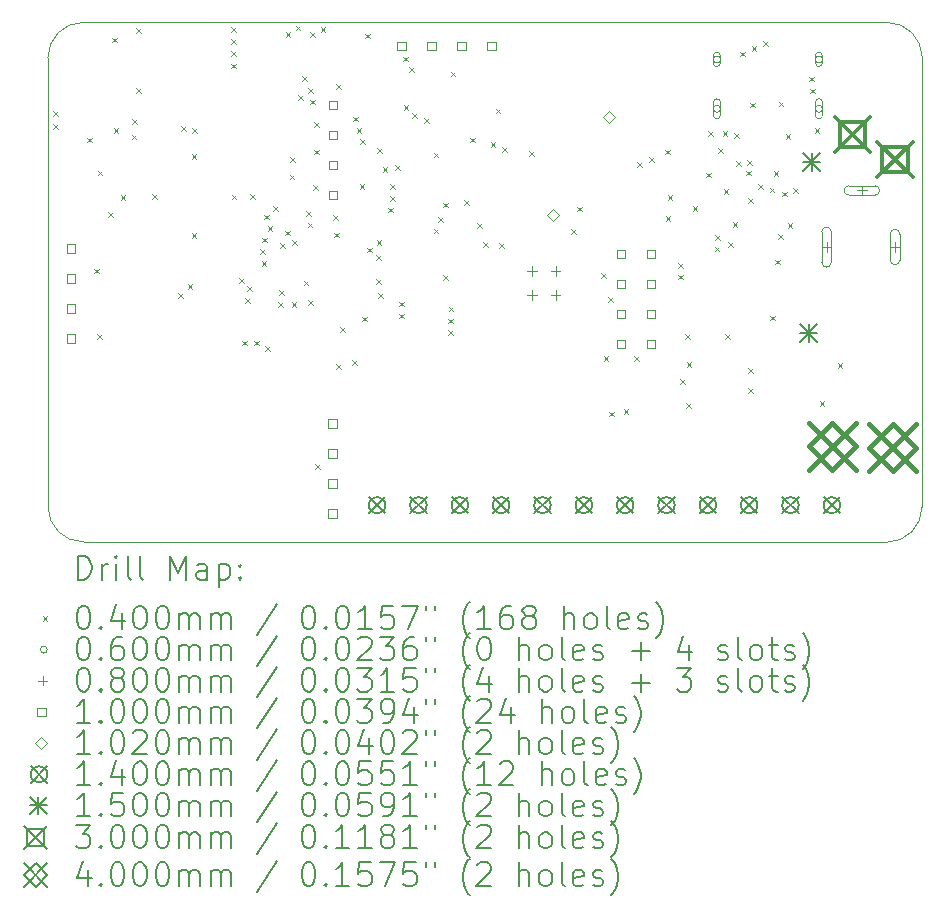
<source format=gbr>
%TF.GenerationSoftware,KiCad,Pcbnew,8.0.4*%
%TF.CreationDate,2024-09-20T11:31:18-05:00*%
%TF.ProjectId,spudglo_driver_v8p0,73707564-676c-46f5-9f64-72697665725f,rev?*%
%TF.SameCoordinates,Original*%
%TF.FileFunction,Drillmap*%
%TF.FilePolarity,Positive*%
%FSLAX45Y45*%
G04 Gerber Fmt 4.5, Leading zero omitted, Abs format (unit mm)*
G04 Created by KiCad (PCBNEW 8.0.4) date 2024-09-20 11:31:18*
%MOMM*%
%LPD*%
G01*
G04 APERTURE LIST*
%ADD10C,0.100000*%
%ADD11C,0.200000*%
%ADD12C,0.102000*%
%ADD13C,0.140000*%
%ADD14C,0.150000*%
%ADD15C,0.300000*%
%ADD16C,0.400000*%
G04 APERTURE END LIST*
D10*
X14257500Y-17495000D02*
G75*
G02*
X13958757Y-17796230I-298740J-2480D01*
G01*
X14257500Y-17495000D02*
X14258728Y-13693743D01*
X13957500Y-13395000D02*
G75*
G02*
X14258720Y-13693743I2470J-298740D01*
G01*
X6856620Y-17495376D02*
X6855880Y-13695349D01*
X13957500Y-13395000D02*
X7154624Y-13394120D01*
X7157849Y-17794120D02*
G75*
G02*
X6856620Y-17495376I-2479J298740D01*
G01*
X6855880Y-13695349D02*
G75*
G02*
X7154624Y-13394120I298744J2475D01*
G01*
X13958757Y-17796229D02*
X7157849Y-17794120D01*
D11*
D10*
X6899000Y-14257000D02*
X6939000Y-14297000D01*
X6939000Y-14257000D02*
X6899000Y-14297000D01*
X6903000Y-14144000D02*
X6943000Y-14184000D01*
X6943000Y-14144000D02*
X6903000Y-14184000D01*
X7188000Y-14370000D02*
X7228000Y-14410000D01*
X7228000Y-14370000D02*
X7188000Y-14410000D01*
X7245000Y-15479000D02*
X7285000Y-15519000D01*
X7285000Y-15479000D02*
X7245000Y-15519000D01*
X7270000Y-16032000D02*
X7310000Y-16072000D01*
X7310000Y-16032000D02*
X7270000Y-16072000D01*
X7276000Y-14651000D02*
X7316000Y-14691000D01*
X7316000Y-14651000D02*
X7276000Y-14691000D01*
X7364131Y-15003500D02*
X7404131Y-15043500D01*
X7404131Y-15003500D02*
X7364131Y-15043500D01*
X7400000Y-13525000D02*
X7440000Y-13565000D01*
X7440000Y-13525000D02*
X7400000Y-13565000D01*
X7412000Y-14292000D02*
X7452000Y-14332000D01*
X7452000Y-14292000D02*
X7412000Y-14332000D01*
X7472257Y-14856257D02*
X7512257Y-14896257D01*
X7512257Y-14856257D02*
X7472257Y-14896257D01*
X7565279Y-14345946D02*
X7605279Y-14385946D01*
X7605279Y-14345946D02*
X7565279Y-14385946D01*
X7566818Y-14213182D02*
X7606818Y-14253182D01*
X7606818Y-14213182D02*
X7566818Y-14253182D01*
X7600000Y-13442000D02*
X7640000Y-13482000D01*
X7640000Y-13442000D02*
X7600000Y-13482000D01*
X7600000Y-13950000D02*
X7640000Y-13990000D01*
X7640000Y-13950000D02*
X7600000Y-13990000D01*
X7738000Y-14848000D02*
X7778000Y-14888000D01*
X7778000Y-14848000D02*
X7738000Y-14888000D01*
X7956137Y-15689847D02*
X7996137Y-15729847D01*
X7996137Y-15689847D02*
X7956137Y-15729847D01*
X7981142Y-14272351D02*
X8021142Y-14312351D01*
X8021142Y-14272351D02*
X7981142Y-14312351D01*
X8038700Y-15610222D02*
X8078700Y-15650222D01*
X8078700Y-15610222D02*
X8038700Y-15650222D01*
X8072000Y-14513000D02*
X8112000Y-14553000D01*
X8112000Y-14513000D02*
X8072000Y-14553000D01*
X8073000Y-15181000D02*
X8113000Y-15221000D01*
X8113000Y-15181000D02*
X8073000Y-15221000D01*
X8079854Y-14288349D02*
X8119854Y-14328349D01*
X8119854Y-14288349D02*
X8079854Y-14328349D01*
X8406000Y-13539000D02*
X8446000Y-13579000D01*
X8446000Y-13539000D02*
X8406000Y-13579000D01*
X8406000Y-13637000D02*
X8446000Y-13677000D01*
X8446000Y-13637000D02*
X8406000Y-13677000D01*
X8406000Y-13744000D02*
X8446000Y-13784000D01*
X8446000Y-13744000D02*
X8406000Y-13784000D01*
X8408000Y-13433000D02*
X8448000Y-13473000D01*
X8448000Y-13433000D02*
X8408000Y-13473000D01*
X8412000Y-14853000D02*
X8452000Y-14893000D01*
X8452000Y-14853000D02*
X8412000Y-14893000D01*
X8474602Y-15559009D02*
X8514602Y-15599009D01*
X8514602Y-15559009D02*
X8474602Y-15599009D01*
X8500267Y-16090500D02*
X8540267Y-16130500D01*
X8540267Y-16090500D02*
X8500267Y-16130500D01*
X8527767Y-15727792D02*
X8567767Y-15767792D01*
X8567767Y-15727792D02*
X8527767Y-15767792D01*
X8545630Y-15629400D02*
X8585630Y-15669400D01*
X8585630Y-15629400D02*
X8545630Y-15669400D01*
X8569000Y-14851000D02*
X8609000Y-14891000D01*
X8609000Y-14851000D02*
X8569000Y-14891000D01*
X8600267Y-16090500D02*
X8640267Y-16130500D01*
X8640267Y-16090500D02*
X8600267Y-16130500D01*
X8654862Y-15315617D02*
X8694862Y-15355617D01*
X8694862Y-15315617D02*
X8654862Y-15355617D01*
X8665573Y-15419200D02*
X8705573Y-15459200D01*
X8705573Y-15419200D02*
X8665573Y-15459200D01*
X8668278Y-15216520D02*
X8708278Y-15256520D01*
X8708278Y-15216520D02*
X8668278Y-15256520D01*
X8686000Y-15022000D02*
X8726000Y-15062000D01*
X8726000Y-15022000D02*
X8686000Y-15062000D01*
X8697849Y-16135500D02*
X8737849Y-16175500D01*
X8737849Y-16135500D02*
X8697849Y-16175500D01*
X8715216Y-15117637D02*
X8755216Y-15157637D01*
X8755216Y-15117637D02*
X8715216Y-15157637D01*
X8764000Y-14954000D02*
X8804000Y-14994000D01*
X8804000Y-14954000D02*
X8764000Y-14994000D01*
X8808080Y-15764290D02*
X8848080Y-15804290D01*
X8848080Y-15764290D02*
X8808080Y-15804290D01*
X8811000Y-15660000D02*
X8851000Y-15700000D01*
X8851000Y-15660000D02*
X8811000Y-15700000D01*
X8824872Y-15263500D02*
X8864872Y-15303500D01*
X8864872Y-15263500D02*
X8824872Y-15303500D01*
X8865500Y-15158855D02*
X8905500Y-15198855D01*
X8905500Y-15158855D02*
X8865500Y-15198855D01*
X8868952Y-13476468D02*
X8908952Y-13516468D01*
X8908952Y-13476468D02*
X8868952Y-13516468D01*
X8901734Y-14684121D02*
X8941734Y-14724121D01*
X8941734Y-14684121D02*
X8901734Y-14724121D01*
X8906000Y-14539000D02*
X8946000Y-14579000D01*
X8946000Y-14539000D02*
X8906000Y-14579000D01*
X8918729Y-15761827D02*
X8958729Y-15801827D01*
X8958729Y-15761827D02*
X8918729Y-15801827D01*
X8922338Y-15241131D02*
X8962338Y-15281131D01*
X8962338Y-15241131D02*
X8922338Y-15281131D01*
X8953327Y-13422793D02*
X8993327Y-13462793D01*
X8993327Y-13422793D02*
X8953327Y-13462793D01*
X8975573Y-14012500D02*
X9015573Y-14052500D01*
X9015573Y-14012500D02*
X8975573Y-14052500D01*
X9007897Y-13852897D02*
X9047897Y-13892897D01*
X9047897Y-13852897D02*
X9007897Y-13892897D01*
X9020000Y-15582000D02*
X9060000Y-15622000D01*
X9060000Y-15582000D02*
X9020000Y-15622000D01*
X9039434Y-14991066D02*
X9079434Y-15031066D01*
X9079434Y-14991066D02*
X9039434Y-15031066D01*
X9054000Y-15090000D02*
X9094000Y-15130000D01*
X9094000Y-15090000D02*
X9054000Y-15130000D01*
X9061287Y-13950015D02*
X9101287Y-13990015D01*
X9101287Y-13950015D02*
X9061287Y-13990015D01*
X9062000Y-15748000D02*
X9102000Y-15788000D01*
X9102000Y-15748000D02*
X9062000Y-15788000D01*
X9075465Y-14049005D02*
X9115465Y-14089005D01*
X9115465Y-14049005D02*
X9075465Y-14089005D01*
X9076951Y-13479500D02*
X9116951Y-13519500D01*
X9116951Y-13479500D02*
X9076951Y-13519500D01*
X9103500Y-14772500D02*
X9143500Y-14812500D01*
X9143500Y-14772500D02*
X9103500Y-14812500D01*
X9107000Y-14241000D02*
X9147000Y-14281000D01*
X9147000Y-14241000D02*
X9107000Y-14281000D01*
X9107000Y-14473000D02*
X9147000Y-14513000D01*
X9147000Y-14473000D02*
X9107000Y-14513000D01*
X9117000Y-17133000D02*
X9157000Y-17173000D01*
X9157000Y-17133000D02*
X9117000Y-17173000D01*
X9166000Y-13434000D02*
X9206000Y-13474000D01*
X9206000Y-13434000D02*
X9166000Y-13474000D01*
X9271000Y-15029500D02*
X9311000Y-15069500D01*
X9311000Y-15029500D02*
X9271000Y-15069500D01*
X9279466Y-15174500D02*
X9319466Y-15214500D01*
X9319466Y-15174500D02*
X9279466Y-15214500D01*
X9296000Y-13915000D02*
X9336000Y-13955000D01*
X9336000Y-13915000D02*
X9296000Y-13955000D01*
X9298585Y-16290415D02*
X9338585Y-16330415D01*
X9338585Y-16290415D02*
X9298585Y-16330415D01*
X9330000Y-15977000D02*
X9370000Y-16017000D01*
X9370000Y-15977000D02*
X9330000Y-16017000D01*
X9431241Y-16256500D02*
X9471241Y-16296500D01*
X9471241Y-16256500D02*
X9431241Y-16296500D01*
X9442826Y-14193436D02*
X9482826Y-14233436D01*
X9482826Y-14193436D02*
X9442826Y-14233436D01*
X9469267Y-14289877D02*
X9509267Y-14329877D01*
X9509267Y-14289877D02*
X9469267Y-14329877D01*
X9494209Y-14763211D02*
X9534209Y-14803211D01*
X9534209Y-14763211D02*
X9494209Y-14803211D01*
X9499000Y-14385355D02*
X9539000Y-14425355D01*
X9539000Y-14385355D02*
X9499000Y-14425355D01*
X9513850Y-15886320D02*
X9553850Y-15926320D01*
X9553850Y-15886320D02*
X9513850Y-15926320D01*
X9544000Y-13489500D02*
X9584000Y-13529500D01*
X9584000Y-13489500D02*
X9544000Y-13529500D01*
X9561125Y-15301373D02*
X9601125Y-15341373D01*
X9601125Y-15301373D02*
X9561125Y-15341373D01*
X9632000Y-15570000D02*
X9672000Y-15610000D01*
X9672000Y-15570000D02*
X9632000Y-15610000D01*
X9637000Y-15368640D02*
X9677000Y-15408640D01*
X9677000Y-15368640D02*
X9637000Y-15408640D01*
X9639000Y-15238640D02*
X9679000Y-15278640D01*
X9679000Y-15238640D02*
X9639000Y-15278640D01*
X9644000Y-14458250D02*
X9684000Y-14498250D01*
X9684000Y-14458250D02*
X9644000Y-14498250D01*
X9649500Y-15687908D02*
X9689500Y-15727908D01*
X9689500Y-15687908D02*
X9649500Y-15727908D01*
X9689000Y-14623430D02*
X9729000Y-14663430D01*
X9729000Y-14623430D02*
X9689000Y-14663430D01*
X9735000Y-14963640D02*
X9775000Y-15003640D01*
X9775000Y-14963640D02*
X9735000Y-15003640D01*
X9752000Y-14765095D02*
X9792000Y-14805095D01*
X9792000Y-14765095D02*
X9752000Y-14805095D01*
X9752000Y-14865095D02*
X9792000Y-14905095D01*
X9792000Y-14865095D02*
X9752000Y-14905095D01*
X9797000Y-14606500D02*
X9837000Y-14646500D01*
X9837000Y-14606500D02*
X9797000Y-14646500D01*
X9832500Y-15760408D02*
X9872500Y-15800408D01*
X9872500Y-15760408D02*
X9832500Y-15800408D01*
X9832500Y-15860409D02*
X9872500Y-15900409D01*
X9872500Y-15860409D02*
X9832500Y-15900409D01*
X9866429Y-13685029D02*
X9906429Y-13725029D01*
X9906429Y-13685029D02*
X9866429Y-13725029D01*
X9866738Y-14094089D02*
X9906738Y-14134089D01*
X9906738Y-14094089D02*
X9866738Y-14134089D01*
X9912364Y-13773855D02*
X9952364Y-13813855D01*
X9952364Y-13773855D02*
X9912364Y-13813855D01*
X9937449Y-14164800D02*
X9977449Y-14204800D01*
X9977449Y-14164800D02*
X9937449Y-14204800D01*
X10039980Y-14203691D02*
X10079980Y-14243691D01*
X10079980Y-14203691D02*
X10039980Y-14243691D01*
X10122000Y-14496882D02*
X10162000Y-14536882D01*
X10162000Y-14496882D02*
X10122000Y-14536882D01*
X10122000Y-15141140D02*
X10162000Y-15181140D01*
X10162000Y-15141140D02*
X10122000Y-15181140D01*
X10157000Y-15045980D02*
X10197000Y-15085980D01*
X10197000Y-15045980D02*
X10157000Y-15085980D01*
X10202500Y-15537051D02*
X10242500Y-15577051D01*
X10242500Y-15537051D02*
X10202500Y-15577051D01*
X10205000Y-14921000D02*
X10245000Y-14961000D01*
X10245000Y-14921000D02*
X10205000Y-14961000D01*
X10247500Y-15902811D02*
X10287500Y-15942811D01*
X10287500Y-15902811D02*
X10247500Y-15942811D01*
X10247500Y-16002811D02*
X10287500Y-16042811D01*
X10287500Y-16002811D02*
X10247500Y-16042811D01*
X10248117Y-15802813D02*
X10288117Y-15842813D01*
X10288117Y-15802813D02*
X10248117Y-15842813D01*
X10265000Y-13812000D02*
X10305000Y-13852000D01*
X10305000Y-13812000D02*
X10265000Y-13852000D01*
X10378000Y-14899000D02*
X10418000Y-14939000D01*
X10418000Y-14899000D02*
X10378000Y-14939000D01*
X10428689Y-14371311D02*
X10468689Y-14411311D01*
X10468689Y-14371311D02*
X10428689Y-14411311D01*
X10492362Y-15093590D02*
X10532362Y-15133590D01*
X10532362Y-15093590D02*
X10492362Y-15133590D01*
X10543000Y-15257000D02*
X10583000Y-15297000D01*
X10583000Y-15257000D02*
X10543000Y-15297000D01*
X10604563Y-14408643D02*
X10644563Y-14448643D01*
X10644563Y-14408643D02*
X10604563Y-14448643D01*
X10646015Y-14125627D02*
X10686015Y-14165627D01*
X10686015Y-14125627D02*
X10646015Y-14165627D01*
X10673235Y-15261765D02*
X10713235Y-15301765D01*
X10713235Y-15261765D02*
X10673235Y-15301765D01*
X10701288Y-14451118D02*
X10741288Y-14491118D01*
X10741288Y-14451118D02*
X10701288Y-14491118D01*
X10929096Y-14488007D02*
X10969096Y-14528007D01*
X10969096Y-14488007D02*
X10929096Y-14528007D01*
X11283000Y-15147000D02*
X11323000Y-15187000D01*
X11323000Y-15147000D02*
X11283000Y-15187000D01*
X11337000Y-14956000D02*
X11377000Y-14996000D01*
X11377000Y-14956000D02*
X11337000Y-14996000D01*
X11540616Y-15516384D02*
X11580616Y-15556384D01*
X11580616Y-15516384D02*
X11540616Y-15556384D01*
X11560000Y-16222000D02*
X11600000Y-16262000D01*
X11600000Y-16222000D02*
X11560000Y-16262000D01*
X11598000Y-15720000D02*
X11638000Y-15760000D01*
X11638000Y-15720000D02*
X11598000Y-15760000D01*
X11609000Y-16692000D02*
X11649000Y-16732000D01*
X11649000Y-16692000D02*
X11609000Y-16732000D01*
X11730000Y-16670000D02*
X11770000Y-16710000D01*
X11770000Y-16670000D02*
X11730000Y-16710000D01*
X11818000Y-16218000D02*
X11858000Y-16258000D01*
X11858000Y-16218000D02*
X11818000Y-16258000D01*
X11847575Y-14576057D02*
X11887575Y-14616057D01*
X11887575Y-14576057D02*
X11847575Y-14616057D01*
X11948636Y-14538636D02*
X11988636Y-14578636D01*
X11988636Y-14538636D02*
X11948636Y-14578636D01*
X12078955Y-14471955D02*
X12118955Y-14511955D01*
X12118955Y-14471955D02*
X12078955Y-14511955D01*
X12086000Y-15038000D02*
X12126000Y-15078000D01*
X12126000Y-15038000D02*
X12086000Y-15078000D01*
X12102000Y-14858000D02*
X12142000Y-14898000D01*
X12142000Y-14858000D02*
X12102000Y-14898000D01*
X12191959Y-15432005D02*
X12231959Y-15472005D01*
X12231959Y-15432005D02*
X12191959Y-15472005D01*
X12194000Y-15530000D02*
X12234000Y-15570000D01*
X12234000Y-15530000D02*
X12194000Y-15570000D01*
X12210000Y-16416000D02*
X12250000Y-16456000D01*
X12250000Y-16416000D02*
X12210000Y-16456000D01*
X12254000Y-16036000D02*
X12294000Y-16076000D01*
X12294000Y-16036000D02*
X12254000Y-16076000D01*
X12257000Y-16617000D02*
X12297000Y-16657000D01*
X12297000Y-16617000D02*
X12257000Y-16657000D01*
X12263000Y-16274000D02*
X12303000Y-16314000D01*
X12303000Y-16274000D02*
X12263000Y-16314000D01*
X12315000Y-14950000D02*
X12355000Y-14990000D01*
X12355000Y-14950000D02*
X12315000Y-14990000D01*
X12429500Y-14667500D02*
X12469500Y-14707500D01*
X12469500Y-14667500D02*
X12429500Y-14707500D01*
X12445000Y-14317000D02*
X12485000Y-14357000D01*
X12485000Y-14317000D02*
X12445000Y-14357000D01*
X12502000Y-15293000D02*
X12542000Y-15333000D01*
X12542000Y-15293000D02*
X12502000Y-15333000D01*
X12508000Y-15195500D02*
X12548000Y-15235500D01*
X12548000Y-15195500D02*
X12508000Y-15235500D01*
X12527861Y-14461450D02*
X12567861Y-14501450D01*
X12567861Y-14461450D02*
X12527861Y-14501450D01*
X12569360Y-14316759D02*
X12609360Y-14356759D01*
X12609360Y-14316759D02*
X12569360Y-14356759D01*
X12577640Y-14808473D02*
X12617640Y-14848473D01*
X12617640Y-14808473D02*
X12577640Y-14848473D01*
X12587000Y-16034000D02*
X12627000Y-16074000D01*
X12627000Y-16034000D02*
X12587000Y-16074000D01*
X12618000Y-15258250D02*
X12658000Y-15298250D01*
X12658000Y-15258250D02*
X12618000Y-15298250D01*
X12652750Y-15088750D02*
X12692750Y-15128750D01*
X12692750Y-15088750D02*
X12652750Y-15128750D01*
X12668349Y-14331000D02*
X12708349Y-14371000D01*
X12708349Y-14331000D02*
X12668349Y-14371000D01*
X12681000Y-14568000D02*
X12721000Y-14608000D01*
X12721000Y-14568000D02*
X12681000Y-14608000D01*
X12718437Y-13642500D02*
X12758437Y-13682500D01*
X12758437Y-13642500D02*
X12718437Y-13682500D01*
X12769000Y-14651000D02*
X12809000Y-14691000D01*
X12809000Y-14651000D02*
X12769000Y-14691000D01*
X12773161Y-14562251D02*
X12813161Y-14602251D01*
X12813161Y-14562251D02*
X12773161Y-14602251D01*
X12784500Y-16320000D02*
X12824500Y-16360000D01*
X12824500Y-16320000D02*
X12784500Y-16360000D01*
X12784500Y-16491500D02*
X12824500Y-16531500D01*
X12824500Y-16491500D02*
X12784500Y-16531500D01*
X12787261Y-14885890D02*
X12827261Y-14925890D01*
X12827261Y-14885890D02*
X12787261Y-14925890D01*
X12802804Y-14073697D02*
X12842804Y-14113697D01*
X12842804Y-14073697D02*
X12802804Y-14113697D01*
X12815106Y-13597500D02*
X12855106Y-13637500D01*
X12855106Y-13597500D02*
X12815106Y-13637500D01*
X12870981Y-14761693D02*
X12910981Y-14801693D01*
X12910981Y-14761693D02*
X12870981Y-14801693D01*
X12914000Y-13552500D02*
X12954000Y-13592500D01*
X12954000Y-13552500D02*
X12914000Y-13592500D01*
X12965618Y-14794000D02*
X13005618Y-14834000D01*
X13005618Y-14794000D02*
X12965618Y-14834000D01*
X12971000Y-15878755D02*
X13011000Y-15918755D01*
X13011000Y-15878755D02*
X12971000Y-15918755D01*
X13000548Y-14657017D02*
X13040548Y-14697017D01*
X13040548Y-14657017D02*
X13000548Y-14697017D01*
X13016000Y-15404962D02*
X13056000Y-15444962D01*
X13056000Y-15404962D02*
X13016000Y-15444962D01*
X13039000Y-15191000D02*
X13079000Y-15231000D01*
X13079000Y-15191000D02*
X13039000Y-15231000D01*
X13043000Y-14066000D02*
X13083000Y-14106000D01*
X13083000Y-14066000D02*
X13043000Y-14106000D01*
X13072606Y-14829000D02*
X13112606Y-14869000D01*
X13112606Y-14829000D02*
X13072606Y-14869000D01*
X13101170Y-14340893D02*
X13141170Y-14380893D01*
X13141170Y-14340893D02*
X13101170Y-14380893D01*
X13119907Y-15097300D02*
X13159907Y-15137300D01*
X13159907Y-15097300D02*
X13119907Y-15137300D01*
X13168000Y-14799000D02*
X13208000Y-14839000D01*
X13208000Y-14799000D02*
X13168000Y-14839000D01*
X13301295Y-13855163D02*
X13341295Y-13895163D01*
X13341295Y-13855163D02*
X13301295Y-13895163D01*
X13307000Y-13955000D02*
X13347000Y-13995000D01*
X13347000Y-13955000D02*
X13307000Y-13995000D01*
X13347250Y-14288750D02*
X13387250Y-14328750D01*
X13387250Y-14288750D02*
X13347250Y-14328750D01*
X13389000Y-16605000D02*
X13429000Y-16645000D01*
X13429000Y-16605000D02*
X13389000Y-16645000D01*
X13542000Y-16278000D02*
X13582000Y-16318000D01*
X13582000Y-16278000D02*
X13542000Y-16318000D01*
X12550000Y-13709000D02*
G75*
G02*
X12490000Y-13709000I-30000J0D01*
G01*
X12490000Y-13709000D02*
G75*
G02*
X12550000Y-13709000I30000J0D01*
G01*
X12550000Y-13739000D02*
X12550000Y-13679000D01*
X12490000Y-13679000D02*
G75*
G02*
X12550000Y-13679000I30000J0D01*
G01*
X12490000Y-13679000D02*
X12490000Y-13739000D01*
X12490000Y-13739000D02*
G75*
G03*
X12550000Y-13739000I30000J0D01*
G01*
X12550000Y-14127000D02*
G75*
G02*
X12490000Y-14127000I-30000J0D01*
G01*
X12490000Y-14127000D02*
G75*
G02*
X12550000Y-14127000I30000J0D01*
G01*
X12550000Y-14182000D02*
X12550000Y-14072000D01*
X12490000Y-14072000D02*
G75*
G02*
X12550000Y-14072000I30000J0D01*
G01*
X12490000Y-14072000D02*
X12490000Y-14182000D01*
X12490000Y-14182000D02*
G75*
G03*
X12550000Y-14182000I30000J0D01*
G01*
X13414000Y-13709000D02*
G75*
G02*
X13354000Y-13709000I-30000J0D01*
G01*
X13354000Y-13709000D02*
G75*
G02*
X13414000Y-13709000I30000J0D01*
G01*
X13414000Y-13739000D02*
X13414000Y-13679000D01*
X13354000Y-13679000D02*
G75*
G02*
X13414000Y-13679000I30000J0D01*
G01*
X13354000Y-13679000D02*
X13354000Y-13739000D01*
X13354000Y-13739000D02*
G75*
G03*
X13414000Y-13739000I30000J0D01*
G01*
X13414000Y-14127000D02*
G75*
G02*
X13354000Y-14127000I-30000J0D01*
G01*
X13354000Y-14127000D02*
G75*
G02*
X13414000Y-14127000I30000J0D01*
G01*
X13414000Y-14182000D02*
X13414000Y-14072000D01*
X13354000Y-14072000D02*
G75*
G02*
X13414000Y-14072000I30000J0D01*
G01*
X13354000Y-14072000D02*
X13354000Y-14182000D01*
X13354000Y-14182000D02*
G75*
G03*
X13414000Y-14182000I30000J0D01*
G01*
X10955000Y-15462000D02*
X10955000Y-15542000D01*
X10915000Y-15502000D02*
X10995000Y-15502000D01*
X10955000Y-15662000D02*
X10955000Y-15742000D01*
X10915000Y-15702000D02*
X10995000Y-15702000D01*
X11155000Y-15462000D02*
X11155000Y-15542000D01*
X11115000Y-15502000D02*
X11195000Y-15502000D01*
X11155000Y-15662000D02*
X11155000Y-15742000D01*
X11115000Y-15702000D02*
X11195000Y-15702000D01*
X13448000Y-15258000D02*
X13448000Y-15338000D01*
X13408000Y-15298000D02*
X13488000Y-15298000D01*
X13488000Y-15428000D02*
X13488000Y-15168000D01*
X13408000Y-15168000D02*
G75*
G02*
X13488000Y-15168000I40000J0D01*
G01*
X13408000Y-15168000D02*
X13408000Y-15428000D01*
X13408000Y-15428000D02*
G75*
G03*
X13488000Y-15428000I40000J0D01*
G01*
X13748000Y-14778000D02*
X13748000Y-14858000D01*
X13708000Y-14818000D02*
X13788000Y-14818000D01*
X13858000Y-14778000D02*
X13638000Y-14778000D01*
X13638000Y-14858000D02*
G75*
G02*
X13638000Y-14778000I0J40000D01*
G01*
X13638000Y-14858000D02*
X13858000Y-14858000D01*
X13858000Y-14858000D02*
G75*
G03*
X13858000Y-14778000I0J40000D01*
G01*
X14028000Y-15258000D02*
X14028000Y-15338000D01*
X13988000Y-15298000D02*
X14068000Y-15298000D01*
X14068000Y-15408000D02*
X14068000Y-15188000D01*
X13988000Y-15188000D02*
G75*
G02*
X14068000Y-15188000I40000J0D01*
G01*
X13988000Y-15188000D02*
X13988000Y-15408000D01*
X13988000Y-15408000D02*
G75*
G03*
X14068000Y-15408000I40000J0D01*
G01*
X7088355Y-15346355D02*
X7088355Y-15275644D01*
X7017644Y-15275644D01*
X7017644Y-15346355D01*
X7088355Y-15346355D01*
X7088355Y-15600355D02*
X7088355Y-15529644D01*
X7017644Y-15529644D01*
X7017644Y-15600355D01*
X7088355Y-15600355D01*
X7088355Y-15854355D02*
X7088355Y-15783644D01*
X7017644Y-15783644D01*
X7017644Y-15854355D01*
X7088355Y-15854355D01*
X7088355Y-16108355D02*
X7088355Y-16037644D01*
X7017644Y-16037644D01*
X7017644Y-16108355D01*
X7088355Y-16108355D01*
X9301356Y-16826356D02*
X9301356Y-16755645D01*
X9230645Y-16755645D01*
X9230645Y-16826356D01*
X9301356Y-16826356D01*
X9301356Y-17080356D02*
X9301356Y-17009645D01*
X9230645Y-17009645D01*
X9230645Y-17080356D01*
X9301356Y-17080356D01*
X9301356Y-17334356D02*
X9301356Y-17263645D01*
X9230645Y-17263645D01*
X9230645Y-17334356D01*
X9301356Y-17334356D01*
X9301356Y-17588356D02*
X9301356Y-17517645D01*
X9230645Y-17517645D01*
X9230645Y-17588356D01*
X9301356Y-17588356D01*
X9303856Y-14128106D02*
X9303856Y-14057395D01*
X9233145Y-14057395D01*
X9233145Y-14128106D01*
X9303856Y-14128106D01*
X9303856Y-14382106D02*
X9303856Y-14311395D01*
X9233145Y-14311395D01*
X9233145Y-14382106D01*
X9303856Y-14382106D01*
X9303856Y-14636106D02*
X9303856Y-14565395D01*
X9233145Y-14565395D01*
X9233145Y-14636106D01*
X9303856Y-14636106D01*
X9303856Y-14890106D02*
X9303856Y-14819395D01*
X9233145Y-14819395D01*
X9233145Y-14890106D01*
X9303856Y-14890106D01*
X9884106Y-13631855D02*
X9884106Y-13561144D01*
X9813395Y-13561144D01*
X9813395Y-13631855D01*
X9884106Y-13631855D01*
X10138106Y-13631855D02*
X10138106Y-13561144D01*
X10067395Y-13561144D01*
X10067395Y-13631855D01*
X10138106Y-13631855D01*
X10392106Y-13631855D02*
X10392106Y-13561144D01*
X10321395Y-13561144D01*
X10321395Y-13631855D01*
X10392106Y-13631855D01*
X10646106Y-13631855D02*
X10646106Y-13561144D01*
X10575395Y-13561144D01*
X10575395Y-13631855D01*
X10646106Y-13631855D01*
X11742856Y-15393856D02*
X11742856Y-15323144D01*
X11672144Y-15323144D01*
X11672144Y-15393856D01*
X11742856Y-15393856D01*
X11742856Y-15647856D02*
X11742856Y-15577144D01*
X11672144Y-15577144D01*
X11672144Y-15647856D01*
X11742856Y-15647856D01*
X11742856Y-15901856D02*
X11742856Y-15831144D01*
X11672144Y-15831144D01*
X11672144Y-15901856D01*
X11742856Y-15901856D01*
X11742856Y-16155856D02*
X11742856Y-16085144D01*
X11672144Y-16085144D01*
X11672144Y-16155856D01*
X11742856Y-16155856D01*
X11996856Y-15393856D02*
X11996856Y-15323144D01*
X11926144Y-15323144D01*
X11926144Y-15393856D01*
X11996856Y-15393856D01*
X11996856Y-15647856D02*
X11996856Y-15577144D01*
X11926144Y-15577144D01*
X11926144Y-15647856D01*
X11996856Y-15647856D01*
X11996856Y-15901856D02*
X11996856Y-15831144D01*
X11926144Y-15831144D01*
X11926144Y-15901856D01*
X11996856Y-15901856D01*
X11996856Y-16155856D02*
X11996856Y-16085144D01*
X11926144Y-16085144D01*
X11926144Y-16155856D01*
X11996856Y-16155856D01*
D12*
X11129500Y-15073322D02*
X11180500Y-15022322D01*
X11129500Y-14971322D01*
X11078500Y-15022322D01*
X11129500Y-15073322D01*
X11606000Y-14248000D02*
X11657000Y-14197000D01*
X11606000Y-14146000D01*
X11555000Y-14197000D01*
X11606000Y-14248000D01*
D13*
X9573000Y-17413000D02*
X9713000Y-17553000D01*
X9713000Y-17413000D02*
X9573000Y-17553000D01*
X9713000Y-17483000D02*
G75*
G02*
X9573000Y-17483000I-70000J0D01*
G01*
X9573000Y-17483000D02*
G75*
G02*
X9713000Y-17483000I70000J0D01*
G01*
X9923000Y-17413000D02*
X10063000Y-17553000D01*
X10063000Y-17413000D02*
X9923000Y-17553000D01*
X10063000Y-17483000D02*
G75*
G02*
X9923000Y-17483000I-70000J0D01*
G01*
X9923000Y-17483000D02*
G75*
G02*
X10063000Y-17483000I70000J0D01*
G01*
X10273000Y-17413000D02*
X10413000Y-17553000D01*
X10413000Y-17413000D02*
X10273000Y-17553000D01*
X10413000Y-17483000D02*
G75*
G02*
X10273000Y-17483000I-70000J0D01*
G01*
X10273000Y-17483000D02*
G75*
G02*
X10413000Y-17483000I70000J0D01*
G01*
X10623000Y-17413000D02*
X10763000Y-17553000D01*
X10763000Y-17413000D02*
X10623000Y-17553000D01*
X10763000Y-17483000D02*
G75*
G02*
X10623000Y-17483000I-70000J0D01*
G01*
X10623000Y-17483000D02*
G75*
G02*
X10763000Y-17483000I70000J0D01*
G01*
X10973000Y-17413000D02*
X11113000Y-17553000D01*
X11113000Y-17413000D02*
X10973000Y-17553000D01*
X11113000Y-17483000D02*
G75*
G02*
X10973000Y-17483000I-70000J0D01*
G01*
X10973000Y-17483000D02*
G75*
G02*
X11113000Y-17483000I70000J0D01*
G01*
X11323000Y-17413000D02*
X11463000Y-17553000D01*
X11463000Y-17413000D02*
X11323000Y-17553000D01*
X11463000Y-17483000D02*
G75*
G02*
X11323000Y-17483000I-70000J0D01*
G01*
X11323000Y-17483000D02*
G75*
G02*
X11463000Y-17483000I70000J0D01*
G01*
X11673000Y-17413000D02*
X11813000Y-17553000D01*
X11813000Y-17413000D02*
X11673000Y-17553000D01*
X11813000Y-17483000D02*
G75*
G02*
X11673000Y-17483000I-70000J0D01*
G01*
X11673000Y-17483000D02*
G75*
G02*
X11813000Y-17483000I70000J0D01*
G01*
X12023000Y-17413000D02*
X12163000Y-17553000D01*
X12163000Y-17413000D02*
X12023000Y-17553000D01*
X12163000Y-17483000D02*
G75*
G02*
X12023000Y-17483000I-70000J0D01*
G01*
X12023000Y-17483000D02*
G75*
G02*
X12163000Y-17483000I70000J0D01*
G01*
X12373000Y-17413000D02*
X12513000Y-17553000D01*
X12513000Y-17413000D02*
X12373000Y-17553000D01*
X12513000Y-17483000D02*
G75*
G02*
X12373000Y-17483000I-70000J0D01*
G01*
X12373000Y-17483000D02*
G75*
G02*
X12513000Y-17483000I70000J0D01*
G01*
X12723000Y-17413000D02*
X12863000Y-17553000D01*
X12863000Y-17413000D02*
X12723000Y-17553000D01*
X12863000Y-17483000D02*
G75*
G02*
X12723000Y-17483000I-70000J0D01*
G01*
X12723000Y-17483000D02*
G75*
G02*
X12863000Y-17483000I70000J0D01*
G01*
X13073000Y-17413000D02*
X13213000Y-17553000D01*
X13213000Y-17413000D02*
X13073000Y-17553000D01*
X13213000Y-17483000D02*
G75*
G02*
X13073000Y-17483000I-70000J0D01*
G01*
X13073000Y-17483000D02*
G75*
G02*
X13213000Y-17483000I70000J0D01*
G01*
X13423000Y-17413000D02*
X13563000Y-17553000D01*
X13563000Y-17413000D02*
X13423000Y-17553000D01*
X13563000Y-17483000D02*
G75*
G02*
X13423000Y-17483000I-70000J0D01*
G01*
X13423000Y-17483000D02*
G75*
G02*
X13563000Y-17483000I70000J0D01*
G01*
D14*
X13221000Y-15951000D02*
X13371000Y-16101000D01*
X13371000Y-15951000D02*
X13221000Y-16101000D01*
X13296000Y-15951000D02*
X13296000Y-16101000D01*
X13221000Y-16026000D02*
X13371000Y-16026000D01*
X13247000Y-14504000D02*
X13397000Y-14654000D01*
X13397000Y-14504000D02*
X13247000Y-14654000D01*
X13322000Y-14504000D02*
X13322000Y-14654000D01*
X13247000Y-14579000D02*
X13397000Y-14579000D01*
D15*
X13520000Y-14193000D02*
X13820000Y-14493000D01*
X13820000Y-14193000D02*
X13520000Y-14493000D01*
X13776067Y-14449067D02*
X13776067Y-14236933D01*
X13563933Y-14236933D01*
X13563933Y-14449067D01*
X13776067Y-14449067D01*
X13878000Y-14408443D02*
X14178000Y-14708443D01*
X14178000Y-14408443D02*
X13878000Y-14708443D01*
X14134067Y-14664510D02*
X14134067Y-14452376D01*
X13921933Y-14452376D01*
X13921933Y-14664510D01*
X14134067Y-14664510D01*
D16*
X13298000Y-16785000D02*
X13698000Y-17185000D01*
X13698000Y-16785000D02*
X13298000Y-17185000D01*
X13498000Y-17185000D02*
X13698000Y-16985000D01*
X13498000Y-16785000D01*
X13298000Y-16985000D01*
X13498000Y-17185000D01*
X13807661Y-16795888D02*
X14207661Y-17195888D01*
X14207661Y-16795888D02*
X13807661Y-17195888D01*
X14007661Y-17195888D02*
X14207661Y-16995888D01*
X14007661Y-16795888D01*
X13807661Y-16995888D01*
X14007661Y-17195888D01*
D11*
X7111647Y-18112714D02*
X7111647Y-17912714D01*
X7111647Y-17912714D02*
X7159266Y-17912714D01*
X7159266Y-17912714D02*
X7187838Y-17922238D01*
X7187838Y-17922238D02*
X7206885Y-17941286D01*
X7206885Y-17941286D02*
X7216409Y-17960333D01*
X7216409Y-17960333D02*
X7225933Y-17998428D01*
X7225933Y-17998428D02*
X7225933Y-18027000D01*
X7225933Y-18027000D02*
X7216409Y-18065095D01*
X7216409Y-18065095D02*
X7206885Y-18084143D01*
X7206885Y-18084143D02*
X7187838Y-18103190D01*
X7187838Y-18103190D02*
X7159266Y-18112714D01*
X7159266Y-18112714D02*
X7111647Y-18112714D01*
X7311647Y-18112714D02*
X7311647Y-17979381D01*
X7311647Y-18017476D02*
X7321171Y-17998428D01*
X7321171Y-17998428D02*
X7330695Y-17988905D01*
X7330695Y-17988905D02*
X7349742Y-17979381D01*
X7349742Y-17979381D02*
X7368790Y-17979381D01*
X7435457Y-18112714D02*
X7435457Y-17979381D01*
X7435457Y-17912714D02*
X7425933Y-17922238D01*
X7425933Y-17922238D02*
X7435457Y-17931762D01*
X7435457Y-17931762D02*
X7444980Y-17922238D01*
X7444980Y-17922238D02*
X7435457Y-17912714D01*
X7435457Y-17912714D02*
X7435457Y-17931762D01*
X7559266Y-18112714D02*
X7540218Y-18103190D01*
X7540218Y-18103190D02*
X7530695Y-18084143D01*
X7530695Y-18084143D02*
X7530695Y-17912714D01*
X7664028Y-18112714D02*
X7644980Y-18103190D01*
X7644980Y-18103190D02*
X7635457Y-18084143D01*
X7635457Y-18084143D02*
X7635457Y-17912714D01*
X7892599Y-18112714D02*
X7892599Y-17912714D01*
X7892599Y-17912714D02*
X7959266Y-18055571D01*
X7959266Y-18055571D02*
X8025933Y-17912714D01*
X8025933Y-17912714D02*
X8025933Y-18112714D01*
X8206885Y-18112714D02*
X8206885Y-18007952D01*
X8206885Y-18007952D02*
X8197361Y-17988905D01*
X8197361Y-17988905D02*
X8178314Y-17979381D01*
X8178314Y-17979381D02*
X8140218Y-17979381D01*
X8140218Y-17979381D02*
X8121171Y-17988905D01*
X8206885Y-18103190D02*
X8187838Y-18112714D01*
X8187838Y-18112714D02*
X8140218Y-18112714D01*
X8140218Y-18112714D02*
X8121171Y-18103190D01*
X8121171Y-18103190D02*
X8111647Y-18084143D01*
X8111647Y-18084143D02*
X8111647Y-18065095D01*
X8111647Y-18065095D02*
X8121171Y-18046047D01*
X8121171Y-18046047D02*
X8140218Y-18036524D01*
X8140218Y-18036524D02*
X8187838Y-18036524D01*
X8187838Y-18036524D02*
X8206885Y-18027000D01*
X8302123Y-17979381D02*
X8302123Y-18179381D01*
X8302123Y-17988905D02*
X8321171Y-17979381D01*
X8321171Y-17979381D02*
X8359266Y-17979381D01*
X8359266Y-17979381D02*
X8378314Y-17988905D01*
X8378314Y-17988905D02*
X8387838Y-17998428D01*
X8387838Y-17998428D02*
X8397361Y-18017476D01*
X8397361Y-18017476D02*
X8397361Y-18074619D01*
X8397361Y-18074619D02*
X8387838Y-18093666D01*
X8387838Y-18093666D02*
X8378314Y-18103190D01*
X8378314Y-18103190D02*
X8359266Y-18112714D01*
X8359266Y-18112714D02*
X8321171Y-18112714D01*
X8321171Y-18112714D02*
X8302123Y-18103190D01*
X8483076Y-18093666D02*
X8492600Y-18103190D01*
X8492600Y-18103190D02*
X8483076Y-18112714D01*
X8483076Y-18112714D02*
X8473552Y-18103190D01*
X8473552Y-18103190D02*
X8483076Y-18093666D01*
X8483076Y-18093666D02*
X8483076Y-18112714D01*
X8483076Y-17988905D02*
X8492600Y-17998428D01*
X8492600Y-17998428D02*
X8483076Y-18007952D01*
X8483076Y-18007952D02*
X8473552Y-17998428D01*
X8473552Y-17998428D02*
X8483076Y-17988905D01*
X8483076Y-17988905D02*
X8483076Y-18007952D01*
D10*
X6810870Y-18421230D02*
X6850870Y-18461230D01*
X6850870Y-18421230D02*
X6810870Y-18461230D01*
D11*
X7149742Y-18332714D02*
X7168790Y-18332714D01*
X7168790Y-18332714D02*
X7187838Y-18342238D01*
X7187838Y-18342238D02*
X7197361Y-18351762D01*
X7197361Y-18351762D02*
X7206885Y-18370809D01*
X7206885Y-18370809D02*
X7216409Y-18408905D01*
X7216409Y-18408905D02*
X7216409Y-18456524D01*
X7216409Y-18456524D02*
X7206885Y-18494619D01*
X7206885Y-18494619D02*
X7197361Y-18513666D01*
X7197361Y-18513666D02*
X7187838Y-18523190D01*
X7187838Y-18523190D02*
X7168790Y-18532714D01*
X7168790Y-18532714D02*
X7149742Y-18532714D01*
X7149742Y-18532714D02*
X7130695Y-18523190D01*
X7130695Y-18523190D02*
X7121171Y-18513666D01*
X7121171Y-18513666D02*
X7111647Y-18494619D01*
X7111647Y-18494619D02*
X7102123Y-18456524D01*
X7102123Y-18456524D02*
X7102123Y-18408905D01*
X7102123Y-18408905D02*
X7111647Y-18370809D01*
X7111647Y-18370809D02*
X7121171Y-18351762D01*
X7121171Y-18351762D02*
X7130695Y-18342238D01*
X7130695Y-18342238D02*
X7149742Y-18332714D01*
X7302123Y-18513666D02*
X7311647Y-18523190D01*
X7311647Y-18523190D02*
X7302123Y-18532714D01*
X7302123Y-18532714D02*
X7292599Y-18523190D01*
X7292599Y-18523190D02*
X7302123Y-18513666D01*
X7302123Y-18513666D02*
X7302123Y-18532714D01*
X7483076Y-18399381D02*
X7483076Y-18532714D01*
X7435457Y-18323190D02*
X7387838Y-18466047D01*
X7387838Y-18466047D02*
X7511647Y-18466047D01*
X7625933Y-18332714D02*
X7644980Y-18332714D01*
X7644980Y-18332714D02*
X7664028Y-18342238D01*
X7664028Y-18342238D02*
X7673552Y-18351762D01*
X7673552Y-18351762D02*
X7683076Y-18370809D01*
X7683076Y-18370809D02*
X7692599Y-18408905D01*
X7692599Y-18408905D02*
X7692599Y-18456524D01*
X7692599Y-18456524D02*
X7683076Y-18494619D01*
X7683076Y-18494619D02*
X7673552Y-18513666D01*
X7673552Y-18513666D02*
X7664028Y-18523190D01*
X7664028Y-18523190D02*
X7644980Y-18532714D01*
X7644980Y-18532714D02*
X7625933Y-18532714D01*
X7625933Y-18532714D02*
X7606885Y-18523190D01*
X7606885Y-18523190D02*
X7597361Y-18513666D01*
X7597361Y-18513666D02*
X7587838Y-18494619D01*
X7587838Y-18494619D02*
X7578314Y-18456524D01*
X7578314Y-18456524D02*
X7578314Y-18408905D01*
X7578314Y-18408905D02*
X7587838Y-18370809D01*
X7587838Y-18370809D02*
X7597361Y-18351762D01*
X7597361Y-18351762D02*
X7606885Y-18342238D01*
X7606885Y-18342238D02*
X7625933Y-18332714D01*
X7816409Y-18332714D02*
X7835457Y-18332714D01*
X7835457Y-18332714D02*
X7854504Y-18342238D01*
X7854504Y-18342238D02*
X7864028Y-18351762D01*
X7864028Y-18351762D02*
X7873552Y-18370809D01*
X7873552Y-18370809D02*
X7883076Y-18408905D01*
X7883076Y-18408905D02*
X7883076Y-18456524D01*
X7883076Y-18456524D02*
X7873552Y-18494619D01*
X7873552Y-18494619D02*
X7864028Y-18513666D01*
X7864028Y-18513666D02*
X7854504Y-18523190D01*
X7854504Y-18523190D02*
X7835457Y-18532714D01*
X7835457Y-18532714D02*
X7816409Y-18532714D01*
X7816409Y-18532714D02*
X7797361Y-18523190D01*
X7797361Y-18523190D02*
X7787838Y-18513666D01*
X7787838Y-18513666D02*
X7778314Y-18494619D01*
X7778314Y-18494619D02*
X7768790Y-18456524D01*
X7768790Y-18456524D02*
X7768790Y-18408905D01*
X7768790Y-18408905D02*
X7778314Y-18370809D01*
X7778314Y-18370809D02*
X7787838Y-18351762D01*
X7787838Y-18351762D02*
X7797361Y-18342238D01*
X7797361Y-18342238D02*
X7816409Y-18332714D01*
X7968790Y-18532714D02*
X7968790Y-18399381D01*
X7968790Y-18418428D02*
X7978314Y-18408905D01*
X7978314Y-18408905D02*
X7997361Y-18399381D01*
X7997361Y-18399381D02*
X8025933Y-18399381D01*
X8025933Y-18399381D02*
X8044980Y-18408905D01*
X8044980Y-18408905D02*
X8054504Y-18427952D01*
X8054504Y-18427952D02*
X8054504Y-18532714D01*
X8054504Y-18427952D02*
X8064028Y-18408905D01*
X8064028Y-18408905D02*
X8083076Y-18399381D01*
X8083076Y-18399381D02*
X8111647Y-18399381D01*
X8111647Y-18399381D02*
X8130695Y-18408905D01*
X8130695Y-18408905D02*
X8140219Y-18427952D01*
X8140219Y-18427952D02*
X8140219Y-18532714D01*
X8235457Y-18532714D02*
X8235457Y-18399381D01*
X8235457Y-18418428D02*
X8244980Y-18408905D01*
X8244980Y-18408905D02*
X8264028Y-18399381D01*
X8264028Y-18399381D02*
X8292600Y-18399381D01*
X8292600Y-18399381D02*
X8311647Y-18408905D01*
X8311647Y-18408905D02*
X8321171Y-18427952D01*
X8321171Y-18427952D02*
X8321171Y-18532714D01*
X8321171Y-18427952D02*
X8330695Y-18408905D01*
X8330695Y-18408905D02*
X8349742Y-18399381D01*
X8349742Y-18399381D02*
X8378314Y-18399381D01*
X8378314Y-18399381D02*
X8397362Y-18408905D01*
X8397362Y-18408905D02*
X8406885Y-18427952D01*
X8406885Y-18427952D02*
X8406885Y-18532714D01*
X8797362Y-18323190D02*
X8625933Y-18580333D01*
X9054504Y-18332714D02*
X9073552Y-18332714D01*
X9073552Y-18332714D02*
X9092600Y-18342238D01*
X9092600Y-18342238D02*
X9102124Y-18351762D01*
X9102124Y-18351762D02*
X9111647Y-18370809D01*
X9111647Y-18370809D02*
X9121171Y-18408905D01*
X9121171Y-18408905D02*
X9121171Y-18456524D01*
X9121171Y-18456524D02*
X9111647Y-18494619D01*
X9111647Y-18494619D02*
X9102124Y-18513666D01*
X9102124Y-18513666D02*
X9092600Y-18523190D01*
X9092600Y-18523190D02*
X9073552Y-18532714D01*
X9073552Y-18532714D02*
X9054504Y-18532714D01*
X9054504Y-18532714D02*
X9035457Y-18523190D01*
X9035457Y-18523190D02*
X9025933Y-18513666D01*
X9025933Y-18513666D02*
X9016409Y-18494619D01*
X9016409Y-18494619D02*
X9006885Y-18456524D01*
X9006885Y-18456524D02*
X9006885Y-18408905D01*
X9006885Y-18408905D02*
X9016409Y-18370809D01*
X9016409Y-18370809D02*
X9025933Y-18351762D01*
X9025933Y-18351762D02*
X9035457Y-18342238D01*
X9035457Y-18342238D02*
X9054504Y-18332714D01*
X9206885Y-18513666D02*
X9216409Y-18523190D01*
X9216409Y-18523190D02*
X9206885Y-18532714D01*
X9206885Y-18532714D02*
X9197362Y-18523190D01*
X9197362Y-18523190D02*
X9206885Y-18513666D01*
X9206885Y-18513666D02*
X9206885Y-18532714D01*
X9340219Y-18332714D02*
X9359266Y-18332714D01*
X9359266Y-18332714D02*
X9378314Y-18342238D01*
X9378314Y-18342238D02*
X9387838Y-18351762D01*
X9387838Y-18351762D02*
X9397362Y-18370809D01*
X9397362Y-18370809D02*
X9406885Y-18408905D01*
X9406885Y-18408905D02*
X9406885Y-18456524D01*
X9406885Y-18456524D02*
X9397362Y-18494619D01*
X9397362Y-18494619D02*
X9387838Y-18513666D01*
X9387838Y-18513666D02*
X9378314Y-18523190D01*
X9378314Y-18523190D02*
X9359266Y-18532714D01*
X9359266Y-18532714D02*
X9340219Y-18532714D01*
X9340219Y-18532714D02*
X9321171Y-18523190D01*
X9321171Y-18523190D02*
X9311647Y-18513666D01*
X9311647Y-18513666D02*
X9302124Y-18494619D01*
X9302124Y-18494619D02*
X9292600Y-18456524D01*
X9292600Y-18456524D02*
X9292600Y-18408905D01*
X9292600Y-18408905D02*
X9302124Y-18370809D01*
X9302124Y-18370809D02*
X9311647Y-18351762D01*
X9311647Y-18351762D02*
X9321171Y-18342238D01*
X9321171Y-18342238D02*
X9340219Y-18332714D01*
X9597362Y-18532714D02*
X9483076Y-18532714D01*
X9540219Y-18532714D02*
X9540219Y-18332714D01*
X9540219Y-18332714D02*
X9521171Y-18361286D01*
X9521171Y-18361286D02*
X9502124Y-18380333D01*
X9502124Y-18380333D02*
X9483076Y-18389857D01*
X9778314Y-18332714D02*
X9683076Y-18332714D01*
X9683076Y-18332714D02*
X9673552Y-18427952D01*
X9673552Y-18427952D02*
X9683076Y-18418428D01*
X9683076Y-18418428D02*
X9702124Y-18408905D01*
X9702124Y-18408905D02*
X9749743Y-18408905D01*
X9749743Y-18408905D02*
X9768790Y-18418428D01*
X9768790Y-18418428D02*
X9778314Y-18427952D01*
X9778314Y-18427952D02*
X9787838Y-18447000D01*
X9787838Y-18447000D02*
X9787838Y-18494619D01*
X9787838Y-18494619D02*
X9778314Y-18513666D01*
X9778314Y-18513666D02*
X9768790Y-18523190D01*
X9768790Y-18523190D02*
X9749743Y-18532714D01*
X9749743Y-18532714D02*
X9702124Y-18532714D01*
X9702124Y-18532714D02*
X9683076Y-18523190D01*
X9683076Y-18523190D02*
X9673552Y-18513666D01*
X9854505Y-18332714D02*
X9987838Y-18332714D01*
X9987838Y-18332714D02*
X9902124Y-18532714D01*
X10054505Y-18332714D02*
X10054505Y-18370809D01*
X10130695Y-18332714D02*
X10130695Y-18370809D01*
X10425933Y-18608905D02*
X10416409Y-18599381D01*
X10416409Y-18599381D02*
X10397362Y-18570809D01*
X10397362Y-18570809D02*
X10387838Y-18551762D01*
X10387838Y-18551762D02*
X10378314Y-18523190D01*
X10378314Y-18523190D02*
X10368790Y-18475571D01*
X10368790Y-18475571D02*
X10368790Y-18437476D01*
X10368790Y-18437476D02*
X10378314Y-18389857D01*
X10378314Y-18389857D02*
X10387838Y-18361286D01*
X10387838Y-18361286D02*
X10397362Y-18342238D01*
X10397362Y-18342238D02*
X10416409Y-18313666D01*
X10416409Y-18313666D02*
X10425933Y-18304143D01*
X10606886Y-18532714D02*
X10492600Y-18532714D01*
X10549743Y-18532714D02*
X10549743Y-18332714D01*
X10549743Y-18332714D02*
X10530695Y-18361286D01*
X10530695Y-18361286D02*
X10511647Y-18380333D01*
X10511647Y-18380333D02*
X10492600Y-18389857D01*
X10778314Y-18332714D02*
X10740219Y-18332714D01*
X10740219Y-18332714D02*
X10721171Y-18342238D01*
X10721171Y-18342238D02*
X10711647Y-18351762D01*
X10711647Y-18351762D02*
X10692600Y-18380333D01*
X10692600Y-18380333D02*
X10683076Y-18418428D01*
X10683076Y-18418428D02*
X10683076Y-18494619D01*
X10683076Y-18494619D02*
X10692600Y-18513666D01*
X10692600Y-18513666D02*
X10702124Y-18523190D01*
X10702124Y-18523190D02*
X10721171Y-18532714D01*
X10721171Y-18532714D02*
X10759267Y-18532714D01*
X10759267Y-18532714D02*
X10778314Y-18523190D01*
X10778314Y-18523190D02*
X10787838Y-18513666D01*
X10787838Y-18513666D02*
X10797362Y-18494619D01*
X10797362Y-18494619D02*
X10797362Y-18447000D01*
X10797362Y-18447000D02*
X10787838Y-18427952D01*
X10787838Y-18427952D02*
X10778314Y-18418428D01*
X10778314Y-18418428D02*
X10759267Y-18408905D01*
X10759267Y-18408905D02*
X10721171Y-18408905D01*
X10721171Y-18408905D02*
X10702124Y-18418428D01*
X10702124Y-18418428D02*
X10692600Y-18427952D01*
X10692600Y-18427952D02*
X10683076Y-18447000D01*
X10911647Y-18418428D02*
X10892600Y-18408905D01*
X10892600Y-18408905D02*
X10883076Y-18399381D01*
X10883076Y-18399381D02*
X10873552Y-18380333D01*
X10873552Y-18380333D02*
X10873552Y-18370809D01*
X10873552Y-18370809D02*
X10883076Y-18351762D01*
X10883076Y-18351762D02*
X10892600Y-18342238D01*
X10892600Y-18342238D02*
X10911647Y-18332714D01*
X10911647Y-18332714D02*
X10949743Y-18332714D01*
X10949743Y-18332714D02*
X10968790Y-18342238D01*
X10968790Y-18342238D02*
X10978314Y-18351762D01*
X10978314Y-18351762D02*
X10987838Y-18370809D01*
X10987838Y-18370809D02*
X10987838Y-18380333D01*
X10987838Y-18380333D02*
X10978314Y-18399381D01*
X10978314Y-18399381D02*
X10968790Y-18408905D01*
X10968790Y-18408905D02*
X10949743Y-18418428D01*
X10949743Y-18418428D02*
X10911647Y-18418428D01*
X10911647Y-18418428D02*
X10892600Y-18427952D01*
X10892600Y-18427952D02*
X10883076Y-18437476D01*
X10883076Y-18437476D02*
X10873552Y-18456524D01*
X10873552Y-18456524D02*
X10873552Y-18494619D01*
X10873552Y-18494619D02*
X10883076Y-18513666D01*
X10883076Y-18513666D02*
X10892600Y-18523190D01*
X10892600Y-18523190D02*
X10911647Y-18532714D01*
X10911647Y-18532714D02*
X10949743Y-18532714D01*
X10949743Y-18532714D02*
X10968790Y-18523190D01*
X10968790Y-18523190D02*
X10978314Y-18513666D01*
X10978314Y-18513666D02*
X10987838Y-18494619D01*
X10987838Y-18494619D02*
X10987838Y-18456524D01*
X10987838Y-18456524D02*
X10978314Y-18437476D01*
X10978314Y-18437476D02*
X10968790Y-18427952D01*
X10968790Y-18427952D02*
X10949743Y-18418428D01*
X11225933Y-18532714D02*
X11225933Y-18332714D01*
X11311647Y-18532714D02*
X11311647Y-18427952D01*
X11311647Y-18427952D02*
X11302124Y-18408905D01*
X11302124Y-18408905D02*
X11283076Y-18399381D01*
X11283076Y-18399381D02*
X11254505Y-18399381D01*
X11254505Y-18399381D02*
X11235457Y-18408905D01*
X11235457Y-18408905D02*
X11225933Y-18418428D01*
X11435457Y-18532714D02*
X11416409Y-18523190D01*
X11416409Y-18523190D02*
X11406886Y-18513666D01*
X11406886Y-18513666D02*
X11397362Y-18494619D01*
X11397362Y-18494619D02*
X11397362Y-18437476D01*
X11397362Y-18437476D02*
X11406886Y-18418428D01*
X11406886Y-18418428D02*
X11416409Y-18408905D01*
X11416409Y-18408905D02*
X11435457Y-18399381D01*
X11435457Y-18399381D02*
X11464028Y-18399381D01*
X11464028Y-18399381D02*
X11483076Y-18408905D01*
X11483076Y-18408905D02*
X11492600Y-18418428D01*
X11492600Y-18418428D02*
X11502124Y-18437476D01*
X11502124Y-18437476D02*
X11502124Y-18494619D01*
X11502124Y-18494619D02*
X11492600Y-18513666D01*
X11492600Y-18513666D02*
X11483076Y-18523190D01*
X11483076Y-18523190D02*
X11464028Y-18532714D01*
X11464028Y-18532714D02*
X11435457Y-18532714D01*
X11616409Y-18532714D02*
X11597362Y-18523190D01*
X11597362Y-18523190D02*
X11587838Y-18504143D01*
X11587838Y-18504143D02*
X11587838Y-18332714D01*
X11768790Y-18523190D02*
X11749743Y-18532714D01*
X11749743Y-18532714D02*
X11711647Y-18532714D01*
X11711647Y-18532714D02*
X11692600Y-18523190D01*
X11692600Y-18523190D02*
X11683076Y-18504143D01*
X11683076Y-18504143D02*
X11683076Y-18427952D01*
X11683076Y-18427952D02*
X11692600Y-18408905D01*
X11692600Y-18408905D02*
X11711647Y-18399381D01*
X11711647Y-18399381D02*
X11749743Y-18399381D01*
X11749743Y-18399381D02*
X11768790Y-18408905D01*
X11768790Y-18408905D02*
X11778314Y-18427952D01*
X11778314Y-18427952D02*
X11778314Y-18447000D01*
X11778314Y-18447000D02*
X11683076Y-18466047D01*
X11854505Y-18523190D02*
X11873552Y-18532714D01*
X11873552Y-18532714D02*
X11911647Y-18532714D01*
X11911647Y-18532714D02*
X11930695Y-18523190D01*
X11930695Y-18523190D02*
X11940219Y-18504143D01*
X11940219Y-18504143D02*
X11940219Y-18494619D01*
X11940219Y-18494619D02*
X11930695Y-18475571D01*
X11930695Y-18475571D02*
X11911647Y-18466047D01*
X11911647Y-18466047D02*
X11883076Y-18466047D01*
X11883076Y-18466047D02*
X11864028Y-18456524D01*
X11864028Y-18456524D02*
X11854505Y-18437476D01*
X11854505Y-18437476D02*
X11854505Y-18427952D01*
X11854505Y-18427952D02*
X11864028Y-18408905D01*
X11864028Y-18408905D02*
X11883076Y-18399381D01*
X11883076Y-18399381D02*
X11911647Y-18399381D01*
X11911647Y-18399381D02*
X11930695Y-18408905D01*
X12006886Y-18608905D02*
X12016409Y-18599381D01*
X12016409Y-18599381D02*
X12035457Y-18570809D01*
X12035457Y-18570809D02*
X12044981Y-18551762D01*
X12044981Y-18551762D02*
X12054505Y-18523190D01*
X12054505Y-18523190D02*
X12064028Y-18475571D01*
X12064028Y-18475571D02*
X12064028Y-18437476D01*
X12064028Y-18437476D02*
X12054505Y-18389857D01*
X12054505Y-18389857D02*
X12044981Y-18361286D01*
X12044981Y-18361286D02*
X12035457Y-18342238D01*
X12035457Y-18342238D02*
X12016409Y-18313666D01*
X12016409Y-18313666D02*
X12006886Y-18304143D01*
D10*
X6850870Y-18705230D02*
G75*
G02*
X6790870Y-18705230I-30000J0D01*
G01*
X6790870Y-18705230D02*
G75*
G02*
X6850870Y-18705230I30000J0D01*
G01*
D11*
X7149742Y-18596714D02*
X7168790Y-18596714D01*
X7168790Y-18596714D02*
X7187838Y-18606238D01*
X7187838Y-18606238D02*
X7197361Y-18615762D01*
X7197361Y-18615762D02*
X7206885Y-18634809D01*
X7206885Y-18634809D02*
X7216409Y-18672905D01*
X7216409Y-18672905D02*
X7216409Y-18720524D01*
X7216409Y-18720524D02*
X7206885Y-18758619D01*
X7206885Y-18758619D02*
X7197361Y-18777666D01*
X7197361Y-18777666D02*
X7187838Y-18787190D01*
X7187838Y-18787190D02*
X7168790Y-18796714D01*
X7168790Y-18796714D02*
X7149742Y-18796714D01*
X7149742Y-18796714D02*
X7130695Y-18787190D01*
X7130695Y-18787190D02*
X7121171Y-18777666D01*
X7121171Y-18777666D02*
X7111647Y-18758619D01*
X7111647Y-18758619D02*
X7102123Y-18720524D01*
X7102123Y-18720524D02*
X7102123Y-18672905D01*
X7102123Y-18672905D02*
X7111647Y-18634809D01*
X7111647Y-18634809D02*
X7121171Y-18615762D01*
X7121171Y-18615762D02*
X7130695Y-18606238D01*
X7130695Y-18606238D02*
X7149742Y-18596714D01*
X7302123Y-18777666D02*
X7311647Y-18787190D01*
X7311647Y-18787190D02*
X7302123Y-18796714D01*
X7302123Y-18796714D02*
X7292599Y-18787190D01*
X7292599Y-18787190D02*
X7302123Y-18777666D01*
X7302123Y-18777666D02*
X7302123Y-18796714D01*
X7483076Y-18596714D02*
X7444980Y-18596714D01*
X7444980Y-18596714D02*
X7425933Y-18606238D01*
X7425933Y-18606238D02*
X7416409Y-18615762D01*
X7416409Y-18615762D02*
X7397361Y-18644333D01*
X7397361Y-18644333D02*
X7387838Y-18682428D01*
X7387838Y-18682428D02*
X7387838Y-18758619D01*
X7387838Y-18758619D02*
X7397361Y-18777666D01*
X7397361Y-18777666D02*
X7406885Y-18787190D01*
X7406885Y-18787190D02*
X7425933Y-18796714D01*
X7425933Y-18796714D02*
X7464028Y-18796714D01*
X7464028Y-18796714D02*
X7483076Y-18787190D01*
X7483076Y-18787190D02*
X7492599Y-18777666D01*
X7492599Y-18777666D02*
X7502123Y-18758619D01*
X7502123Y-18758619D02*
X7502123Y-18711000D01*
X7502123Y-18711000D02*
X7492599Y-18691952D01*
X7492599Y-18691952D02*
X7483076Y-18682428D01*
X7483076Y-18682428D02*
X7464028Y-18672905D01*
X7464028Y-18672905D02*
X7425933Y-18672905D01*
X7425933Y-18672905D02*
X7406885Y-18682428D01*
X7406885Y-18682428D02*
X7397361Y-18691952D01*
X7397361Y-18691952D02*
X7387838Y-18711000D01*
X7625933Y-18596714D02*
X7644980Y-18596714D01*
X7644980Y-18596714D02*
X7664028Y-18606238D01*
X7664028Y-18606238D02*
X7673552Y-18615762D01*
X7673552Y-18615762D02*
X7683076Y-18634809D01*
X7683076Y-18634809D02*
X7692599Y-18672905D01*
X7692599Y-18672905D02*
X7692599Y-18720524D01*
X7692599Y-18720524D02*
X7683076Y-18758619D01*
X7683076Y-18758619D02*
X7673552Y-18777666D01*
X7673552Y-18777666D02*
X7664028Y-18787190D01*
X7664028Y-18787190D02*
X7644980Y-18796714D01*
X7644980Y-18796714D02*
X7625933Y-18796714D01*
X7625933Y-18796714D02*
X7606885Y-18787190D01*
X7606885Y-18787190D02*
X7597361Y-18777666D01*
X7597361Y-18777666D02*
X7587838Y-18758619D01*
X7587838Y-18758619D02*
X7578314Y-18720524D01*
X7578314Y-18720524D02*
X7578314Y-18672905D01*
X7578314Y-18672905D02*
X7587838Y-18634809D01*
X7587838Y-18634809D02*
X7597361Y-18615762D01*
X7597361Y-18615762D02*
X7606885Y-18606238D01*
X7606885Y-18606238D02*
X7625933Y-18596714D01*
X7816409Y-18596714D02*
X7835457Y-18596714D01*
X7835457Y-18596714D02*
X7854504Y-18606238D01*
X7854504Y-18606238D02*
X7864028Y-18615762D01*
X7864028Y-18615762D02*
X7873552Y-18634809D01*
X7873552Y-18634809D02*
X7883076Y-18672905D01*
X7883076Y-18672905D02*
X7883076Y-18720524D01*
X7883076Y-18720524D02*
X7873552Y-18758619D01*
X7873552Y-18758619D02*
X7864028Y-18777666D01*
X7864028Y-18777666D02*
X7854504Y-18787190D01*
X7854504Y-18787190D02*
X7835457Y-18796714D01*
X7835457Y-18796714D02*
X7816409Y-18796714D01*
X7816409Y-18796714D02*
X7797361Y-18787190D01*
X7797361Y-18787190D02*
X7787838Y-18777666D01*
X7787838Y-18777666D02*
X7778314Y-18758619D01*
X7778314Y-18758619D02*
X7768790Y-18720524D01*
X7768790Y-18720524D02*
X7768790Y-18672905D01*
X7768790Y-18672905D02*
X7778314Y-18634809D01*
X7778314Y-18634809D02*
X7787838Y-18615762D01*
X7787838Y-18615762D02*
X7797361Y-18606238D01*
X7797361Y-18606238D02*
X7816409Y-18596714D01*
X7968790Y-18796714D02*
X7968790Y-18663381D01*
X7968790Y-18682428D02*
X7978314Y-18672905D01*
X7978314Y-18672905D02*
X7997361Y-18663381D01*
X7997361Y-18663381D02*
X8025933Y-18663381D01*
X8025933Y-18663381D02*
X8044980Y-18672905D01*
X8044980Y-18672905D02*
X8054504Y-18691952D01*
X8054504Y-18691952D02*
X8054504Y-18796714D01*
X8054504Y-18691952D02*
X8064028Y-18672905D01*
X8064028Y-18672905D02*
X8083076Y-18663381D01*
X8083076Y-18663381D02*
X8111647Y-18663381D01*
X8111647Y-18663381D02*
X8130695Y-18672905D01*
X8130695Y-18672905D02*
X8140219Y-18691952D01*
X8140219Y-18691952D02*
X8140219Y-18796714D01*
X8235457Y-18796714D02*
X8235457Y-18663381D01*
X8235457Y-18682428D02*
X8244980Y-18672905D01*
X8244980Y-18672905D02*
X8264028Y-18663381D01*
X8264028Y-18663381D02*
X8292600Y-18663381D01*
X8292600Y-18663381D02*
X8311647Y-18672905D01*
X8311647Y-18672905D02*
X8321171Y-18691952D01*
X8321171Y-18691952D02*
X8321171Y-18796714D01*
X8321171Y-18691952D02*
X8330695Y-18672905D01*
X8330695Y-18672905D02*
X8349742Y-18663381D01*
X8349742Y-18663381D02*
X8378314Y-18663381D01*
X8378314Y-18663381D02*
X8397362Y-18672905D01*
X8397362Y-18672905D02*
X8406885Y-18691952D01*
X8406885Y-18691952D02*
X8406885Y-18796714D01*
X8797362Y-18587190D02*
X8625933Y-18844333D01*
X9054504Y-18596714D02*
X9073552Y-18596714D01*
X9073552Y-18596714D02*
X9092600Y-18606238D01*
X9092600Y-18606238D02*
X9102124Y-18615762D01*
X9102124Y-18615762D02*
X9111647Y-18634809D01*
X9111647Y-18634809D02*
X9121171Y-18672905D01*
X9121171Y-18672905D02*
X9121171Y-18720524D01*
X9121171Y-18720524D02*
X9111647Y-18758619D01*
X9111647Y-18758619D02*
X9102124Y-18777666D01*
X9102124Y-18777666D02*
X9092600Y-18787190D01*
X9092600Y-18787190D02*
X9073552Y-18796714D01*
X9073552Y-18796714D02*
X9054504Y-18796714D01*
X9054504Y-18796714D02*
X9035457Y-18787190D01*
X9035457Y-18787190D02*
X9025933Y-18777666D01*
X9025933Y-18777666D02*
X9016409Y-18758619D01*
X9016409Y-18758619D02*
X9006885Y-18720524D01*
X9006885Y-18720524D02*
X9006885Y-18672905D01*
X9006885Y-18672905D02*
X9016409Y-18634809D01*
X9016409Y-18634809D02*
X9025933Y-18615762D01*
X9025933Y-18615762D02*
X9035457Y-18606238D01*
X9035457Y-18606238D02*
X9054504Y-18596714D01*
X9206885Y-18777666D02*
X9216409Y-18787190D01*
X9216409Y-18787190D02*
X9206885Y-18796714D01*
X9206885Y-18796714D02*
X9197362Y-18787190D01*
X9197362Y-18787190D02*
X9206885Y-18777666D01*
X9206885Y-18777666D02*
X9206885Y-18796714D01*
X9340219Y-18596714D02*
X9359266Y-18596714D01*
X9359266Y-18596714D02*
X9378314Y-18606238D01*
X9378314Y-18606238D02*
X9387838Y-18615762D01*
X9387838Y-18615762D02*
X9397362Y-18634809D01*
X9397362Y-18634809D02*
X9406885Y-18672905D01*
X9406885Y-18672905D02*
X9406885Y-18720524D01*
X9406885Y-18720524D02*
X9397362Y-18758619D01*
X9397362Y-18758619D02*
X9387838Y-18777666D01*
X9387838Y-18777666D02*
X9378314Y-18787190D01*
X9378314Y-18787190D02*
X9359266Y-18796714D01*
X9359266Y-18796714D02*
X9340219Y-18796714D01*
X9340219Y-18796714D02*
X9321171Y-18787190D01*
X9321171Y-18787190D02*
X9311647Y-18777666D01*
X9311647Y-18777666D02*
X9302124Y-18758619D01*
X9302124Y-18758619D02*
X9292600Y-18720524D01*
X9292600Y-18720524D02*
X9292600Y-18672905D01*
X9292600Y-18672905D02*
X9302124Y-18634809D01*
X9302124Y-18634809D02*
X9311647Y-18615762D01*
X9311647Y-18615762D02*
X9321171Y-18606238D01*
X9321171Y-18606238D02*
X9340219Y-18596714D01*
X9483076Y-18615762D02*
X9492600Y-18606238D01*
X9492600Y-18606238D02*
X9511647Y-18596714D01*
X9511647Y-18596714D02*
X9559266Y-18596714D01*
X9559266Y-18596714D02*
X9578314Y-18606238D01*
X9578314Y-18606238D02*
X9587838Y-18615762D01*
X9587838Y-18615762D02*
X9597362Y-18634809D01*
X9597362Y-18634809D02*
X9597362Y-18653857D01*
X9597362Y-18653857D02*
X9587838Y-18682428D01*
X9587838Y-18682428D02*
X9473552Y-18796714D01*
X9473552Y-18796714D02*
X9597362Y-18796714D01*
X9664028Y-18596714D02*
X9787838Y-18596714D01*
X9787838Y-18596714D02*
X9721171Y-18672905D01*
X9721171Y-18672905D02*
X9749743Y-18672905D01*
X9749743Y-18672905D02*
X9768790Y-18682428D01*
X9768790Y-18682428D02*
X9778314Y-18691952D01*
X9778314Y-18691952D02*
X9787838Y-18711000D01*
X9787838Y-18711000D02*
X9787838Y-18758619D01*
X9787838Y-18758619D02*
X9778314Y-18777666D01*
X9778314Y-18777666D02*
X9768790Y-18787190D01*
X9768790Y-18787190D02*
X9749743Y-18796714D01*
X9749743Y-18796714D02*
X9692600Y-18796714D01*
X9692600Y-18796714D02*
X9673552Y-18787190D01*
X9673552Y-18787190D02*
X9664028Y-18777666D01*
X9959266Y-18596714D02*
X9921171Y-18596714D01*
X9921171Y-18596714D02*
X9902124Y-18606238D01*
X9902124Y-18606238D02*
X9892600Y-18615762D01*
X9892600Y-18615762D02*
X9873552Y-18644333D01*
X9873552Y-18644333D02*
X9864028Y-18682428D01*
X9864028Y-18682428D02*
X9864028Y-18758619D01*
X9864028Y-18758619D02*
X9873552Y-18777666D01*
X9873552Y-18777666D02*
X9883076Y-18787190D01*
X9883076Y-18787190D02*
X9902124Y-18796714D01*
X9902124Y-18796714D02*
X9940219Y-18796714D01*
X9940219Y-18796714D02*
X9959266Y-18787190D01*
X9959266Y-18787190D02*
X9968790Y-18777666D01*
X9968790Y-18777666D02*
X9978314Y-18758619D01*
X9978314Y-18758619D02*
X9978314Y-18711000D01*
X9978314Y-18711000D02*
X9968790Y-18691952D01*
X9968790Y-18691952D02*
X9959266Y-18682428D01*
X9959266Y-18682428D02*
X9940219Y-18672905D01*
X9940219Y-18672905D02*
X9902124Y-18672905D01*
X9902124Y-18672905D02*
X9883076Y-18682428D01*
X9883076Y-18682428D02*
X9873552Y-18691952D01*
X9873552Y-18691952D02*
X9864028Y-18711000D01*
X10054505Y-18596714D02*
X10054505Y-18634809D01*
X10130695Y-18596714D02*
X10130695Y-18634809D01*
X10425933Y-18872905D02*
X10416409Y-18863381D01*
X10416409Y-18863381D02*
X10397362Y-18834809D01*
X10397362Y-18834809D02*
X10387838Y-18815762D01*
X10387838Y-18815762D02*
X10378314Y-18787190D01*
X10378314Y-18787190D02*
X10368790Y-18739571D01*
X10368790Y-18739571D02*
X10368790Y-18701476D01*
X10368790Y-18701476D02*
X10378314Y-18653857D01*
X10378314Y-18653857D02*
X10387838Y-18625286D01*
X10387838Y-18625286D02*
X10397362Y-18606238D01*
X10397362Y-18606238D02*
X10416409Y-18577666D01*
X10416409Y-18577666D02*
X10425933Y-18568143D01*
X10540219Y-18596714D02*
X10559267Y-18596714D01*
X10559267Y-18596714D02*
X10578314Y-18606238D01*
X10578314Y-18606238D02*
X10587838Y-18615762D01*
X10587838Y-18615762D02*
X10597362Y-18634809D01*
X10597362Y-18634809D02*
X10606886Y-18672905D01*
X10606886Y-18672905D02*
X10606886Y-18720524D01*
X10606886Y-18720524D02*
X10597362Y-18758619D01*
X10597362Y-18758619D02*
X10587838Y-18777666D01*
X10587838Y-18777666D02*
X10578314Y-18787190D01*
X10578314Y-18787190D02*
X10559267Y-18796714D01*
X10559267Y-18796714D02*
X10540219Y-18796714D01*
X10540219Y-18796714D02*
X10521171Y-18787190D01*
X10521171Y-18787190D02*
X10511647Y-18777666D01*
X10511647Y-18777666D02*
X10502124Y-18758619D01*
X10502124Y-18758619D02*
X10492600Y-18720524D01*
X10492600Y-18720524D02*
X10492600Y-18672905D01*
X10492600Y-18672905D02*
X10502124Y-18634809D01*
X10502124Y-18634809D02*
X10511647Y-18615762D01*
X10511647Y-18615762D02*
X10521171Y-18606238D01*
X10521171Y-18606238D02*
X10540219Y-18596714D01*
X10844981Y-18796714D02*
X10844981Y-18596714D01*
X10930695Y-18796714D02*
X10930695Y-18691952D01*
X10930695Y-18691952D02*
X10921171Y-18672905D01*
X10921171Y-18672905D02*
X10902124Y-18663381D01*
X10902124Y-18663381D02*
X10873552Y-18663381D01*
X10873552Y-18663381D02*
X10854505Y-18672905D01*
X10854505Y-18672905D02*
X10844981Y-18682428D01*
X11054505Y-18796714D02*
X11035457Y-18787190D01*
X11035457Y-18787190D02*
X11025933Y-18777666D01*
X11025933Y-18777666D02*
X11016409Y-18758619D01*
X11016409Y-18758619D02*
X11016409Y-18701476D01*
X11016409Y-18701476D02*
X11025933Y-18682428D01*
X11025933Y-18682428D02*
X11035457Y-18672905D01*
X11035457Y-18672905D02*
X11054505Y-18663381D01*
X11054505Y-18663381D02*
X11083076Y-18663381D01*
X11083076Y-18663381D02*
X11102124Y-18672905D01*
X11102124Y-18672905D02*
X11111648Y-18682428D01*
X11111648Y-18682428D02*
X11121171Y-18701476D01*
X11121171Y-18701476D02*
X11121171Y-18758619D01*
X11121171Y-18758619D02*
X11111648Y-18777666D01*
X11111648Y-18777666D02*
X11102124Y-18787190D01*
X11102124Y-18787190D02*
X11083076Y-18796714D01*
X11083076Y-18796714D02*
X11054505Y-18796714D01*
X11235457Y-18796714D02*
X11216409Y-18787190D01*
X11216409Y-18787190D02*
X11206886Y-18768143D01*
X11206886Y-18768143D02*
X11206886Y-18596714D01*
X11387838Y-18787190D02*
X11368790Y-18796714D01*
X11368790Y-18796714D02*
X11330695Y-18796714D01*
X11330695Y-18796714D02*
X11311647Y-18787190D01*
X11311647Y-18787190D02*
X11302124Y-18768143D01*
X11302124Y-18768143D02*
X11302124Y-18691952D01*
X11302124Y-18691952D02*
X11311647Y-18672905D01*
X11311647Y-18672905D02*
X11330695Y-18663381D01*
X11330695Y-18663381D02*
X11368790Y-18663381D01*
X11368790Y-18663381D02*
X11387838Y-18672905D01*
X11387838Y-18672905D02*
X11397362Y-18691952D01*
X11397362Y-18691952D02*
X11397362Y-18711000D01*
X11397362Y-18711000D02*
X11302124Y-18730047D01*
X11473552Y-18787190D02*
X11492600Y-18796714D01*
X11492600Y-18796714D02*
X11530695Y-18796714D01*
X11530695Y-18796714D02*
X11549743Y-18787190D01*
X11549743Y-18787190D02*
X11559267Y-18768143D01*
X11559267Y-18768143D02*
X11559267Y-18758619D01*
X11559267Y-18758619D02*
X11549743Y-18739571D01*
X11549743Y-18739571D02*
X11530695Y-18730047D01*
X11530695Y-18730047D02*
X11502124Y-18730047D01*
X11502124Y-18730047D02*
X11483076Y-18720524D01*
X11483076Y-18720524D02*
X11473552Y-18701476D01*
X11473552Y-18701476D02*
X11473552Y-18691952D01*
X11473552Y-18691952D02*
X11483076Y-18672905D01*
X11483076Y-18672905D02*
X11502124Y-18663381D01*
X11502124Y-18663381D02*
X11530695Y-18663381D01*
X11530695Y-18663381D02*
X11549743Y-18672905D01*
X11797362Y-18720524D02*
X11949743Y-18720524D01*
X11873552Y-18796714D02*
X11873552Y-18644333D01*
X12283076Y-18663381D02*
X12283076Y-18796714D01*
X12235457Y-18587190D02*
X12187838Y-18730047D01*
X12187838Y-18730047D02*
X12311648Y-18730047D01*
X12530695Y-18787190D02*
X12549743Y-18796714D01*
X12549743Y-18796714D02*
X12587838Y-18796714D01*
X12587838Y-18796714D02*
X12606886Y-18787190D01*
X12606886Y-18787190D02*
X12616410Y-18768143D01*
X12616410Y-18768143D02*
X12616410Y-18758619D01*
X12616410Y-18758619D02*
X12606886Y-18739571D01*
X12606886Y-18739571D02*
X12587838Y-18730047D01*
X12587838Y-18730047D02*
X12559267Y-18730047D01*
X12559267Y-18730047D02*
X12540219Y-18720524D01*
X12540219Y-18720524D02*
X12530695Y-18701476D01*
X12530695Y-18701476D02*
X12530695Y-18691952D01*
X12530695Y-18691952D02*
X12540219Y-18672905D01*
X12540219Y-18672905D02*
X12559267Y-18663381D01*
X12559267Y-18663381D02*
X12587838Y-18663381D01*
X12587838Y-18663381D02*
X12606886Y-18672905D01*
X12730695Y-18796714D02*
X12711648Y-18787190D01*
X12711648Y-18787190D02*
X12702124Y-18768143D01*
X12702124Y-18768143D02*
X12702124Y-18596714D01*
X12835457Y-18796714D02*
X12816410Y-18787190D01*
X12816410Y-18787190D02*
X12806886Y-18777666D01*
X12806886Y-18777666D02*
X12797362Y-18758619D01*
X12797362Y-18758619D02*
X12797362Y-18701476D01*
X12797362Y-18701476D02*
X12806886Y-18682428D01*
X12806886Y-18682428D02*
X12816410Y-18672905D01*
X12816410Y-18672905D02*
X12835457Y-18663381D01*
X12835457Y-18663381D02*
X12864029Y-18663381D01*
X12864029Y-18663381D02*
X12883076Y-18672905D01*
X12883076Y-18672905D02*
X12892600Y-18682428D01*
X12892600Y-18682428D02*
X12902124Y-18701476D01*
X12902124Y-18701476D02*
X12902124Y-18758619D01*
X12902124Y-18758619D02*
X12892600Y-18777666D01*
X12892600Y-18777666D02*
X12883076Y-18787190D01*
X12883076Y-18787190D02*
X12864029Y-18796714D01*
X12864029Y-18796714D02*
X12835457Y-18796714D01*
X12959267Y-18663381D02*
X13035457Y-18663381D01*
X12987838Y-18596714D02*
X12987838Y-18768143D01*
X12987838Y-18768143D02*
X12997362Y-18787190D01*
X12997362Y-18787190D02*
X13016410Y-18796714D01*
X13016410Y-18796714D02*
X13035457Y-18796714D01*
X13092600Y-18787190D02*
X13111648Y-18796714D01*
X13111648Y-18796714D02*
X13149743Y-18796714D01*
X13149743Y-18796714D02*
X13168791Y-18787190D01*
X13168791Y-18787190D02*
X13178314Y-18768143D01*
X13178314Y-18768143D02*
X13178314Y-18758619D01*
X13178314Y-18758619D02*
X13168791Y-18739571D01*
X13168791Y-18739571D02*
X13149743Y-18730047D01*
X13149743Y-18730047D02*
X13121171Y-18730047D01*
X13121171Y-18730047D02*
X13102124Y-18720524D01*
X13102124Y-18720524D02*
X13092600Y-18701476D01*
X13092600Y-18701476D02*
X13092600Y-18691952D01*
X13092600Y-18691952D02*
X13102124Y-18672905D01*
X13102124Y-18672905D02*
X13121171Y-18663381D01*
X13121171Y-18663381D02*
X13149743Y-18663381D01*
X13149743Y-18663381D02*
X13168791Y-18672905D01*
X13244981Y-18872905D02*
X13254505Y-18863381D01*
X13254505Y-18863381D02*
X13273552Y-18834809D01*
X13273552Y-18834809D02*
X13283076Y-18815762D01*
X13283076Y-18815762D02*
X13292600Y-18787190D01*
X13292600Y-18787190D02*
X13302124Y-18739571D01*
X13302124Y-18739571D02*
X13302124Y-18701476D01*
X13302124Y-18701476D02*
X13292600Y-18653857D01*
X13292600Y-18653857D02*
X13283076Y-18625286D01*
X13283076Y-18625286D02*
X13273552Y-18606238D01*
X13273552Y-18606238D02*
X13254505Y-18577666D01*
X13254505Y-18577666D02*
X13244981Y-18568143D01*
D10*
X6810870Y-18929230D02*
X6810870Y-19009230D01*
X6770870Y-18969230D02*
X6850870Y-18969230D01*
D11*
X7149742Y-18860714D02*
X7168790Y-18860714D01*
X7168790Y-18860714D02*
X7187838Y-18870238D01*
X7187838Y-18870238D02*
X7197361Y-18879762D01*
X7197361Y-18879762D02*
X7206885Y-18898809D01*
X7206885Y-18898809D02*
X7216409Y-18936905D01*
X7216409Y-18936905D02*
X7216409Y-18984524D01*
X7216409Y-18984524D02*
X7206885Y-19022619D01*
X7206885Y-19022619D02*
X7197361Y-19041666D01*
X7197361Y-19041666D02*
X7187838Y-19051190D01*
X7187838Y-19051190D02*
X7168790Y-19060714D01*
X7168790Y-19060714D02*
X7149742Y-19060714D01*
X7149742Y-19060714D02*
X7130695Y-19051190D01*
X7130695Y-19051190D02*
X7121171Y-19041666D01*
X7121171Y-19041666D02*
X7111647Y-19022619D01*
X7111647Y-19022619D02*
X7102123Y-18984524D01*
X7102123Y-18984524D02*
X7102123Y-18936905D01*
X7102123Y-18936905D02*
X7111647Y-18898809D01*
X7111647Y-18898809D02*
X7121171Y-18879762D01*
X7121171Y-18879762D02*
X7130695Y-18870238D01*
X7130695Y-18870238D02*
X7149742Y-18860714D01*
X7302123Y-19041666D02*
X7311647Y-19051190D01*
X7311647Y-19051190D02*
X7302123Y-19060714D01*
X7302123Y-19060714D02*
X7292599Y-19051190D01*
X7292599Y-19051190D02*
X7302123Y-19041666D01*
X7302123Y-19041666D02*
X7302123Y-19060714D01*
X7425933Y-18946428D02*
X7406885Y-18936905D01*
X7406885Y-18936905D02*
X7397361Y-18927381D01*
X7397361Y-18927381D02*
X7387838Y-18908333D01*
X7387838Y-18908333D02*
X7387838Y-18898809D01*
X7387838Y-18898809D02*
X7397361Y-18879762D01*
X7397361Y-18879762D02*
X7406885Y-18870238D01*
X7406885Y-18870238D02*
X7425933Y-18860714D01*
X7425933Y-18860714D02*
X7464028Y-18860714D01*
X7464028Y-18860714D02*
X7483076Y-18870238D01*
X7483076Y-18870238D02*
X7492599Y-18879762D01*
X7492599Y-18879762D02*
X7502123Y-18898809D01*
X7502123Y-18898809D02*
X7502123Y-18908333D01*
X7502123Y-18908333D02*
X7492599Y-18927381D01*
X7492599Y-18927381D02*
X7483076Y-18936905D01*
X7483076Y-18936905D02*
X7464028Y-18946428D01*
X7464028Y-18946428D02*
X7425933Y-18946428D01*
X7425933Y-18946428D02*
X7406885Y-18955952D01*
X7406885Y-18955952D02*
X7397361Y-18965476D01*
X7397361Y-18965476D02*
X7387838Y-18984524D01*
X7387838Y-18984524D02*
X7387838Y-19022619D01*
X7387838Y-19022619D02*
X7397361Y-19041666D01*
X7397361Y-19041666D02*
X7406885Y-19051190D01*
X7406885Y-19051190D02*
X7425933Y-19060714D01*
X7425933Y-19060714D02*
X7464028Y-19060714D01*
X7464028Y-19060714D02*
X7483076Y-19051190D01*
X7483076Y-19051190D02*
X7492599Y-19041666D01*
X7492599Y-19041666D02*
X7502123Y-19022619D01*
X7502123Y-19022619D02*
X7502123Y-18984524D01*
X7502123Y-18984524D02*
X7492599Y-18965476D01*
X7492599Y-18965476D02*
X7483076Y-18955952D01*
X7483076Y-18955952D02*
X7464028Y-18946428D01*
X7625933Y-18860714D02*
X7644980Y-18860714D01*
X7644980Y-18860714D02*
X7664028Y-18870238D01*
X7664028Y-18870238D02*
X7673552Y-18879762D01*
X7673552Y-18879762D02*
X7683076Y-18898809D01*
X7683076Y-18898809D02*
X7692599Y-18936905D01*
X7692599Y-18936905D02*
X7692599Y-18984524D01*
X7692599Y-18984524D02*
X7683076Y-19022619D01*
X7683076Y-19022619D02*
X7673552Y-19041666D01*
X7673552Y-19041666D02*
X7664028Y-19051190D01*
X7664028Y-19051190D02*
X7644980Y-19060714D01*
X7644980Y-19060714D02*
X7625933Y-19060714D01*
X7625933Y-19060714D02*
X7606885Y-19051190D01*
X7606885Y-19051190D02*
X7597361Y-19041666D01*
X7597361Y-19041666D02*
X7587838Y-19022619D01*
X7587838Y-19022619D02*
X7578314Y-18984524D01*
X7578314Y-18984524D02*
X7578314Y-18936905D01*
X7578314Y-18936905D02*
X7587838Y-18898809D01*
X7587838Y-18898809D02*
X7597361Y-18879762D01*
X7597361Y-18879762D02*
X7606885Y-18870238D01*
X7606885Y-18870238D02*
X7625933Y-18860714D01*
X7816409Y-18860714D02*
X7835457Y-18860714D01*
X7835457Y-18860714D02*
X7854504Y-18870238D01*
X7854504Y-18870238D02*
X7864028Y-18879762D01*
X7864028Y-18879762D02*
X7873552Y-18898809D01*
X7873552Y-18898809D02*
X7883076Y-18936905D01*
X7883076Y-18936905D02*
X7883076Y-18984524D01*
X7883076Y-18984524D02*
X7873552Y-19022619D01*
X7873552Y-19022619D02*
X7864028Y-19041666D01*
X7864028Y-19041666D02*
X7854504Y-19051190D01*
X7854504Y-19051190D02*
X7835457Y-19060714D01*
X7835457Y-19060714D02*
X7816409Y-19060714D01*
X7816409Y-19060714D02*
X7797361Y-19051190D01*
X7797361Y-19051190D02*
X7787838Y-19041666D01*
X7787838Y-19041666D02*
X7778314Y-19022619D01*
X7778314Y-19022619D02*
X7768790Y-18984524D01*
X7768790Y-18984524D02*
X7768790Y-18936905D01*
X7768790Y-18936905D02*
X7778314Y-18898809D01*
X7778314Y-18898809D02*
X7787838Y-18879762D01*
X7787838Y-18879762D02*
X7797361Y-18870238D01*
X7797361Y-18870238D02*
X7816409Y-18860714D01*
X7968790Y-19060714D02*
X7968790Y-18927381D01*
X7968790Y-18946428D02*
X7978314Y-18936905D01*
X7978314Y-18936905D02*
X7997361Y-18927381D01*
X7997361Y-18927381D02*
X8025933Y-18927381D01*
X8025933Y-18927381D02*
X8044980Y-18936905D01*
X8044980Y-18936905D02*
X8054504Y-18955952D01*
X8054504Y-18955952D02*
X8054504Y-19060714D01*
X8054504Y-18955952D02*
X8064028Y-18936905D01*
X8064028Y-18936905D02*
X8083076Y-18927381D01*
X8083076Y-18927381D02*
X8111647Y-18927381D01*
X8111647Y-18927381D02*
X8130695Y-18936905D01*
X8130695Y-18936905D02*
X8140219Y-18955952D01*
X8140219Y-18955952D02*
X8140219Y-19060714D01*
X8235457Y-19060714D02*
X8235457Y-18927381D01*
X8235457Y-18946428D02*
X8244980Y-18936905D01*
X8244980Y-18936905D02*
X8264028Y-18927381D01*
X8264028Y-18927381D02*
X8292600Y-18927381D01*
X8292600Y-18927381D02*
X8311647Y-18936905D01*
X8311647Y-18936905D02*
X8321171Y-18955952D01*
X8321171Y-18955952D02*
X8321171Y-19060714D01*
X8321171Y-18955952D02*
X8330695Y-18936905D01*
X8330695Y-18936905D02*
X8349742Y-18927381D01*
X8349742Y-18927381D02*
X8378314Y-18927381D01*
X8378314Y-18927381D02*
X8397362Y-18936905D01*
X8397362Y-18936905D02*
X8406885Y-18955952D01*
X8406885Y-18955952D02*
X8406885Y-19060714D01*
X8797362Y-18851190D02*
X8625933Y-19108333D01*
X9054504Y-18860714D02*
X9073552Y-18860714D01*
X9073552Y-18860714D02*
X9092600Y-18870238D01*
X9092600Y-18870238D02*
X9102124Y-18879762D01*
X9102124Y-18879762D02*
X9111647Y-18898809D01*
X9111647Y-18898809D02*
X9121171Y-18936905D01*
X9121171Y-18936905D02*
X9121171Y-18984524D01*
X9121171Y-18984524D02*
X9111647Y-19022619D01*
X9111647Y-19022619D02*
X9102124Y-19041666D01*
X9102124Y-19041666D02*
X9092600Y-19051190D01*
X9092600Y-19051190D02*
X9073552Y-19060714D01*
X9073552Y-19060714D02*
X9054504Y-19060714D01*
X9054504Y-19060714D02*
X9035457Y-19051190D01*
X9035457Y-19051190D02*
X9025933Y-19041666D01*
X9025933Y-19041666D02*
X9016409Y-19022619D01*
X9016409Y-19022619D02*
X9006885Y-18984524D01*
X9006885Y-18984524D02*
X9006885Y-18936905D01*
X9006885Y-18936905D02*
X9016409Y-18898809D01*
X9016409Y-18898809D02*
X9025933Y-18879762D01*
X9025933Y-18879762D02*
X9035457Y-18870238D01*
X9035457Y-18870238D02*
X9054504Y-18860714D01*
X9206885Y-19041666D02*
X9216409Y-19051190D01*
X9216409Y-19051190D02*
X9206885Y-19060714D01*
X9206885Y-19060714D02*
X9197362Y-19051190D01*
X9197362Y-19051190D02*
X9206885Y-19041666D01*
X9206885Y-19041666D02*
X9206885Y-19060714D01*
X9340219Y-18860714D02*
X9359266Y-18860714D01*
X9359266Y-18860714D02*
X9378314Y-18870238D01*
X9378314Y-18870238D02*
X9387838Y-18879762D01*
X9387838Y-18879762D02*
X9397362Y-18898809D01*
X9397362Y-18898809D02*
X9406885Y-18936905D01*
X9406885Y-18936905D02*
X9406885Y-18984524D01*
X9406885Y-18984524D02*
X9397362Y-19022619D01*
X9397362Y-19022619D02*
X9387838Y-19041666D01*
X9387838Y-19041666D02*
X9378314Y-19051190D01*
X9378314Y-19051190D02*
X9359266Y-19060714D01*
X9359266Y-19060714D02*
X9340219Y-19060714D01*
X9340219Y-19060714D02*
X9321171Y-19051190D01*
X9321171Y-19051190D02*
X9311647Y-19041666D01*
X9311647Y-19041666D02*
X9302124Y-19022619D01*
X9302124Y-19022619D02*
X9292600Y-18984524D01*
X9292600Y-18984524D02*
X9292600Y-18936905D01*
X9292600Y-18936905D02*
X9302124Y-18898809D01*
X9302124Y-18898809D02*
X9311647Y-18879762D01*
X9311647Y-18879762D02*
X9321171Y-18870238D01*
X9321171Y-18870238D02*
X9340219Y-18860714D01*
X9473552Y-18860714D02*
X9597362Y-18860714D01*
X9597362Y-18860714D02*
X9530695Y-18936905D01*
X9530695Y-18936905D02*
X9559266Y-18936905D01*
X9559266Y-18936905D02*
X9578314Y-18946428D01*
X9578314Y-18946428D02*
X9587838Y-18955952D01*
X9587838Y-18955952D02*
X9597362Y-18975000D01*
X9597362Y-18975000D02*
X9597362Y-19022619D01*
X9597362Y-19022619D02*
X9587838Y-19041666D01*
X9587838Y-19041666D02*
X9578314Y-19051190D01*
X9578314Y-19051190D02*
X9559266Y-19060714D01*
X9559266Y-19060714D02*
X9502124Y-19060714D01*
X9502124Y-19060714D02*
X9483076Y-19051190D01*
X9483076Y-19051190D02*
X9473552Y-19041666D01*
X9787838Y-19060714D02*
X9673552Y-19060714D01*
X9730695Y-19060714D02*
X9730695Y-18860714D01*
X9730695Y-18860714D02*
X9711647Y-18889286D01*
X9711647Y-18889286D02*
X9692600Y-18908333D01*
X9692600Y-18908333D02*
X9673552Y-18917857D01*
X9968790Y-18860714D02*
X9873552Y-18860714D01*
X9873552Y-18860714D02*
X9864028Y-18955952D01*
X9864028Y-18955952D02*
X9873552Y-18946428D01*
X9873552Y-18946428D02*
X9892600Y-18936905D01*
X9892600Y-18936905D02*
X9940219Y-18936905D01*
X9940219Y-18936905D02*
X9959266Y-18946428D01*
X9959266Y-18946428D02*
X9968790Y-18955952D01*
X9968790Y-18955952D02*
X9978314Y-18975000D01*
X9978314Y-18975000D02*
X9978314Y-19022619D01*
X9978314Y-19022619D02*
X9968790Y-19041666D01*
X9968790Y-19041666D02*
X9959266Y-19051190D01*
X9959266Y-19051190D02*
X9940219Y-19060714D01*
X9940219Y-19060714D02*
X9892600Y-19060714D01*
X9892600Y-19060714D02*
X9873552Y-19051190D01*
X9873552Y-19051190D02*
X9864028Y-19041666D01*
X10054505Y-18860714D02*
X10054505Y-18898809D01*
X10130695Y-18860714D02*
X10130695Y-18898809D01*
X10425933Y-19136905D02*
X10416409Y-19127381D01*
X10416409Y-19127381D02*
X10397362Y-19098809D01*
X10397362Y-19098809D02*
X10387838Y-19079762D01*
X10387838Y-19079762D02*
X10378314Y-19051190D01*
X10378314Y-19051190D02*
X10368790Y-19003571D01*
X10368790Y-19003571D02*
X10368790Y-18965476D01*
X10368790Y-18965476D02*
X10378314Y-18917857D01*
X10378314Y-18917857D02*
X10387838Y-18889286D01*
X10387838Y-18889286D02*
X10397362Y-18870238D01*
X10397362Y-18870238D02*
X10416409Y-18841666D01*
X10416409Y-18841666D02*
X10425933Y-18832143D01*
X10587838Y-18927381D02*
X10587838Y-19060714D01*
X10540219Y-18851190D02*
X10492600Y-18994047D01*
X10492600Y-18994047D02*
X10616409Y-18994047D01*
X10844981Y-19060714D02*
X10844981Y-18860714D01*
X10930695Y-19060714D02*
X10930695Y-18955952D01*
X10930695Y-18955952D02*
X10921171Y-18936905D01*
X10921171Y-18936905D02*
X10902124Y-18927381D01*
X10902124Y-18927381D02*
X10873552Y-18927381D01*
X10873552Y-18927381D02*
X10854505Y-18936905D01*
X10854505Y-18936905D02*
X10844981Y-18946428D01*
X11054505Y-19060714D02*
X11035457Y-19051190D01*
X11035457Y-19051190D02*
X11025933Y-19041666D01*
X11025933Y-19041666D02*
X11016409Y-19022619D01*
X11016409Y-19022619D02*
X11016409Y-18965476D01*
X11016409Y-18965476D02*
X11025933Y-18946428D01*
X11025933Y-18946428D02*
X11035457Y-18936905D01*
X11035457Y-18936905D02*
X11054505Y-18927381D01*
X11054505Y-18927381D02*
X11083076Y-18927381D01*
X11083076Y-18927381D02*
X11102124Y-18936905D01*
X11102124Y-18936905D02*
X11111648Y-18946428D01*
X11111648Y-18946428D02*
X11121171Y-18965476D01*
X11121171Y-18965476D02*
X11121171Y-19022619D01*
X11121171Y-19022619D02*
X11111648Y-19041666D01*
X11111648Y-19041666D02*
X11102124Y-19051190D01*
X11102124Y-19051190D02*
X11083076Y-19060714D01*
X11083076Y-19060714D02*
X11054505Y-19060714D01*
X11235457Y-19060714D02*
X11216409Y-19051190D01*
X11216409Y-19051190D02*
X11206886Y-19032143D01*
X11206886Y-19032143D02*
X11206886Y-18860714D01*
X11387838Y-19051190D02*
X11368790Y-19060714D01*
X11368790Y-19060714D02*
X11330695Y-19060714D01*
X11330695Y-19060714D02*
X11311647Y-19051190D01*
X11311647Y-19051190D02*
X11302124Y-19032143D01*
X11302124Y-19032143D02*
X11302124Y-18955952D01*
X11302124Y-18955952D02*
X11311647Y-18936905D01*
X11311647Y-18936905D02*
X11330695Y-18927381D01*
X11330695Y-18927381D02*
X11368790Y-18927381D01*
X11368790Y-18927381D02*
X11387838Y-18936905D01*
X11387838Y-18936905D02*
X11397362Y-18955952D01*
X11397362Y-18955952D02*
X11397362Y-18975000D01*
X11397362Y-18975000D02*
X11302124Y-18994047D01*
X11473552Y-19051190D02*
X11492600Y-19060714D01*
X11492600Y-19060714D02*
X11530695Y-19060714D01*
X11530695Y-19060714D02*
X11549743Y-19051190D01*
X11549743Y-19051190D02*
X11559267Y-19032143D01*
X11559267Y-19032143D02*
X11559267Y-19022619D01*
X11559267Y-19022619D02*
X11549743Y-19003571D01*
X11549743Y-19003571D02*
X11530695Y-18994047D01*
X11530695Y-18994047D02*
X11502124Y-18994047D01*
X11502124Y-18994047D02*
X11483076Y-18984524D01*
X11483076Y-18984524D02*
X11473552Y-18965476D01*
X11473552Y-18965476D02*
X11473552Y-18955952D01*
X11473552Y-18955952D02*
X11483076Y-18936905D01*
X11483076Y-18936905D02*
X11502124Y-18927381D01*
X11502124Y-18927381D02*
X11530695Y-18927381D01*
X11530695Y-18927381D02*
X11549743Y-18936905D01*
X11797362Y-18984524D02*
X11949743Y-18984524D01*
X11873552Y-19060714D02*
X11873552Y-18908333D01*
X12178314Y-18860714D02*
X12302124Y-18860714D01*
X12302124Y-18860714D02*
X12235457Y-18936905D01*
X12235457Y-18936905D02*
X12264029Y-18936905D01*
X12264029Y-18936905D02*
X12283076Y-18946428D01*
X12283076Y-18946428D02*
X12292600Y-18955952D01*
X12292600Y-18955952D02*
X12302124Y-18975000D01*
X12302124Y-18975000D02*
X12302124Y-19022619D01*
X12302124Y-19022619D02*
X12292600Y-19041666D01*
X12292600Y-19041666D02*
X12283076Y-19051190D01*
X12283076Y-19051190D02*
X12264029Y-19060714D01*
X12264029Y-19060714D02*
X12206886Y-19060714D01*
X12206886Y-19060714D02*
X12187838Y-19051190D01*
X12187838Y-19051190D02*
X12178314Y-19041666D01*
X12530695Y-19051190D02*
X12549743Y-19060714D01*
X12549743Y-19060714D02*
X12587838Y-19060714D01*
X12587838Y-19060714D02*
X12606886Y-19051190D01*
X12606886Y-19051190D02*
X12616410Y-19032143D01*
X12616410Y-19032143D02*
X12616410Y-19022619D01*
X12616410Y-19022619D02*
X12606886Y-19003571D01*
X12606886Y-19003571D02*
X12587838Y-18994047D01*
X12587838Y-18994047D02*
X12559267Y-18994047D01*
X12559267Y-18994047D02*
X12540219Y-18984524D01*
X12540219Y-18984524D02*
X12530695Y-18965476D01*
X12530695Y-18965476D02*
X12530695Y-18955952D01*
X12530695Y-18955952D02*
X12540219Y-18936905D01*
X12540219Y-18936905D02*
X12559267Y-18927381D01*
X12559267Y-18927381D02*
X12587838Y-18927381D01*
X12587838Y-18927381D02*
X12606886Y-18936905D01*
X12730695Y-19060714D02*
X12711648Y-19051190D01*
X12711648Y-19051190D02*
X12702124Y-19032143D01*
X12702124Y-19032143D02*
X12702124Y-18860714D01*
X12835457Y-19060714D02*
X12816410Y-19051190D01*
X12816410Y-19051190D02*
X12806886Y-19041666D01*
X12806886Y-19041666D02*
X12797362Y-19022619D01*
X12797362Y-19022619D02*
X12797362Y-18965476D01*
X12797362Y-18965476D02*
X12806886Y-18946428D01*
X12806886Y-18946428D02*
X12816410Y-18936905D01*
X12816410Y-18936905D02*
X12835457Y-18927381D01*
X12835457Y-18927381D02*
X12864029Y-18927381D01*
X12864029Y-18927381D02*
X12883076Y-18936905D01*
X12883076Y-18936905D02*
X12892600Y-18946428D01*
X12892600Y-18946428D02*
X12902124Y-18965476D01*
X12902124Y-18965476D02*
X12902124Y-19022619D01*
X12902124Y-19022619D02*
X12892600Y-19041666D01*
X12892600Y-19041666D02*
X12883076Y-19051190D01*
X12883076Y-19051190D02*
X12864029Y-19060714D01*
X12864029Y-19060714D02*
X12835457Y-19060714D01*
X12959267Y-18927381D02*
X13035457Y-18927381D01*
X12987838Y-18860714D02*
X12987838Y-19032143D01*
X12987838Y-19032143D02*
X12997362Y-19051190D01*
X12997362Y-19051190D02*
X13016410Y-19060714D01*
X13016410Y-19060714D02*
X13035457Y-19060714D01*
X13092600Y-19051190D02*
X13111648Y-19060714D01*
X13111648Y-19060714D02*
X13149743Y-19060714D01*
X13149743Y-19060714D02*
X13168791Y-19051190D01*
X13168791Y-19051190D02*
X13178314Y-19032143D01*
X13178314Y-19032143D02*
X13178314Y-19022619D01*
X13178314Y-19022619D02*
X13168791Y-19003571D01*
X13168791Y-19003571D02*
X13149743Y-18994047D01*
X13149743Y-18994047D02*
X13121171Y-18994047D01*
X13121171Y-18994047D02*
X13102124Y-18984524D01*
X13102124Y-18984524D02*
X13092600Y-18965476D01*
X13092600Y-18965476D02*
X13092600Y-18955952D01*
X13092600Y-18955952D02*
X13102124Y-18936905D01*
X13102124Y-18936905D02*
X13121171Y-18927381D01*
X13121171Y-18927381D02*
X13149743Y-18927381D01*
X13149743Y-18927381D02*
X13168791Y-18936905D01*
X13244981Y-19136905D02*
X13254505Y-19127381D01*
X13254505Y-19127381D02*
X13273552Y-19098809D01*
X13273552Y-19098809D02*
X13283076Y-19079762D01*
X13283076Y-19079762D02*
X13292600Y-19051190D01*
X13292600Y-19051190D02*
X13302124Y-19003571D01*
X13302124Y-19003571D02*
X13302124Y-18965476D01*
X13302124Y-18965476D02*
X13292600Y-18917857D01*
X13292600Y-18917857D02*
X13283076Y-18889286D01*
X13283076Y-18889286D02*
X13273552Y-18870238D01*
X13273552Y-18870238D02*
X13254505Y-18841666D01*
X13254505Y-18841666D02*
X13244981Y-18832143D01*
D10*
X6836226Y-19268586D02*
X6836226Y-19197875D01*
X6765515Y-19197875D01*
X6765515Y-19268586D01*
X6836226Y-19268586D01*
D11*
X7216409Y-19324714D02*
X7102123Y-19324714D01*
X7159266Y-19324714D02*
X7159266Y-19124714D01*
X7159266Y-19124714D02*
X7140218Y-19153286D01*
X7140218Y-19153286D02*
X7121171Y-19172333D01*
X7121171Y-19172333D02*
X7102123Y-19181857D01*
X7302123Y-19305666D02*
X7311647Y-19315190D01*
X7311647Y-19315190D02*
X7302123Y-19324714D01*
X7302123Y-19324714D02*
X7292599Y-19315190D01*
X7292599Y-19315190D02*
X7302123Y-19305666D01*
X7302123Y-19305666D02*
X7302123Y-19324714D01*
X7435457Y-19124714D02*
X7454504Y-19124714D01*
X7454504Y-19124714D02*
X7473552Y-19134238D01*
X7473552Y-19134238D02*
X7483076Y-19143762D01*
X7483076Y-19143762D02*
X7492599Y-19162809D01*
X7492599Y-19162809D02*
X7502123Y-19200905D01*
X7502123Y-19200905D02*
X7502123Y-19248524D01*
X7502123Y-19248524D02*
X7492599Y-19286619D01*
X7492599Y-19286619D02*
X7483076Y-19305666D01*
X7483076Y-19305666D02*
X7473552Y-19315190D01*
X7473552Y-19315190D02*
X7454504Y-19324714D01*
X7454504Y-19324714D02*
X7435457Y-19324714D01*
X7435457Y-19324714D02*
X7416409Y-19315190D01*
X7416409Y-19315190D02*
X7406885Y-19305666D01*
X7406885Y-19305666D02*
X7397361Y-19286619D01*
X7397361Y-19286619D02*
X7387838Y-19248524D01*
X7387838Y-19248524D02*
X7387838Y-19200905D01*
X7387838Y-19200905D02*
X7397361Y-19162809D01*
X7397361Y-19162809D02*
X7406885Y-19143762D01*
X7406885Y-19143762D02*
X7416409Y-19134238D01*
X7416409Y-19134238D02*
X7435457Y-19124714D01*
X7625933Y-19124714D02*
X7644980Y-19124714D01*
X7644980Y-19124714D02*
X7664028Y-19134238D01*
X7664028Y-19134238D02*
X7673552Y-19143762D01*
X7673552Y-19143762D02*
X7683076Y-19162809D01*
X7683076Y-19162809D02*
X7692599Y-19200905D01*
X7692599Y-19200905D02*
X7692599Y-19248524D01*
X7692599Y-19248524D02*
X7683076Y-19286619D01*
X7683076Y-19286619D02*
X7673552Y-19305666D01*
X7673552Y-19305666D02*
X7664028Y-19315190D01*
X7664028Y-19315190D02*
X7644980Y-19324714D01*
X7644980Y-19324714D02*
X7625933Y-19324714D01*
X7625933Y-19324714D02*
X7606885Y-19315190D01*
X7606885Y-19315190D02*
X7597361Y-19305666D01*
X7597361Y-19305666D02*
X7587838Y-19286619D01*
X7587838Y-19286619D02*
X7578314Y-19248524D01*
X7578314Y-19248524D02*
X7578314Y-19200905D01*
X7578314Y-19200905D02*
X7587838Y-19162809D01*
X7587838Y-19162809D02*
X7597361Y-19143762D01*
X7597361Y-19143762D02*
X7606885Y-19134238D01*
X7606885Y-19134238D02*
X7625933Y-19124714D01*
X7816409Y-19124714D02*
X7835457Y-19124714D01*
X7835457Y-19124714D02*
X7854504Y-19134238D01*
X7854504Y-19134238D02*
X7864028Y-19143762D01*
X7864028Y-19143762D02*
X7873552Y-19162809D01*
X7873552Y-19162809D02*
X7883076Y-19200905D01*
X7883076Y-19200905D02*
X7883076Y-19248524D01*
X7883076Y-19248524D02*
X7873552Y-19286619D01*
X7873552Y-19286619D02*
X7864028Y-19305666D01*
X7864028Y-19305666D02*
X7854504Y-19315190D01*
X7854504Y-19315190D02*
X7835457Y-19324714D01*
X7835457Y-19324714D02*
X7816409Y-19324714D01*
X7816409Y-19324714D02*
X7797361Y-19315190D01*
X7797361Y-19315190D02*
X7787838Y-19305666D01*
X7787838Y-19305666D02*
X7778314Y-19286619D01*
X7778314Y-19286619D02*
X7768790Y-19248524D01*
X7768790Y-19248524D02*
X7768790Y-19200905D01*
X7768790Y-19200905D02*
X7778314Y-19162809D01*
X7778314Y-19162809D02*
X7787838Y-19143762D01*
X7787838Y-19143762D02*
X7797361Y-19134238D01*
X7797361Y-19134238D02*
X7816409Y-19124714D01*
X7968790Y-19324714D02*
X7968790Y-19191381D01*
X7968790Y-19210428D02*
X7978314Y-19200905D01*
X7978314Y-19200905D02*
X7997361Y-19191381D01*
X7997361Y-19191381D02*
X8025933Y-19191381D01*
X8025933Y-19191381D02*
X8044980Y-19200905D01*
X8044980Y-19200905D02*
X8054504Y-19219952D01*
X8054504Y-19219952D02*
X8054504Y-19324714D01*
X8054504Y-19219952D02*
X8064028Y-19200905D01*
X8064028Y-19200905D02*
X8083076Y-19191381D01*
X8083076Y-19191381D02*
X8111647Y-19191381D01*
X8111647Y-19191381D02*
X8130695Y-19200905D01*
X8130695Y-19200905D02*
X8140219Y-19219952D01*
X8140219Y-19219952D02*
X8140219Y-19324714D01*
X8235457Y-19324714D02*
X8235457Y-19191381D01*
X8235457Y-19210428D02*
X8244980Y-19200905D01*
X8244980Y-19200905D02*
X8264028Y-19191381D01*
X8264028Y-19191381D02*
X8292600Y-19191381D01*
X8292600Y-19191381D02*
X8311647Y-19200905D01*
X8311647Y-19200905D02*
X8321171Y-19219952D01*
X8321171Y-19219952D02*
X8321171Y-19324714D01*
X8321171Y-19219952D02*
X8330695Y-19200905D01*
X8330695Y-19200905D02*
X8349742Y-19191381D01*
X8349742Y-19191381D02*
X8378314Y-19191381D01*
X8378314Y-19191381D02*
X8397362Y-19200905D01*
X8397362Y-19200905D02*
X8406885Y-19219952D01*
X8406885Y-19219952D02*
X8406885Y-19324714D01*
X8797362Y-19115190D02*
X8625933Y-19372333D01*
X9054504Y-19124714D02*
X9073552Y-19124714D01*
X9073552Y-19124714D02*
X9092600Y-19134238D01*
X9092600Y-19134238D02*
X9102124Y-19143762D01*
X9102124Y-19143762D02*
X9111647Y-19162809D01*
X9111647Y-19162809D02*
X9121171Y-19200905D01*
X9121171Y-19200905D02*
X9121171Y-19248524D01*
X9121171Y-19248524D02*
X9111647Y-19286619D01*
X9111647Y-19286619D02*
X9102124Y-19305666D01*
X9102124Y-19305666D02*
X9092600Y-19315190D01*
X9092600Y-19315190D02*
X9073552Y-19324714D01*
X9073552Y-19324714D02*
X9054504Y-19324714D01*
X9054504Y-19324714D02*
X9035457Y-19315190D01*
X9035457Y-19315190D02*
X9025933Y-19305666D01*
X9025933Y-19305666D02*
X9016409Y-19286619D01*
X9016409Y-19286619D02*
X9006885Y-19248524D01*
X9006885Y-19248524D02*
X9006885Y-19200905D01*
X9006885Y-19200905D02*
X9016409Y-19162809D01*
X9016409Y-19162809D02*
X9025933Y-19143762D01*
X9025933Y-19143762D02*
X9035457Y-19134238D01*
X9035457Y-19134238D02*
X9054504Y-19124714D01*
X9206885Y-19305666D02*
X9216409Y-19315190D01*
X9216409Y-19315190D02*
X9206885Y-19324714D01*
X9206885Y-19324714D02*
X9197362Y-19315190D01*
X9197362Y-19315190D02*
X9206885Y-19305666D01*
X9206885Y-19305666D02*
X9206885Y-19324714D01*
X9340219Y-19124714D02*
X9359266Y-19124714D01*
X9359266Y-19124714D02*
X9378314Y-19134238D01*
X9378314Y-19134238D02*
X9387838Y-19143762D01*
X9387838Y-19143762D02*
X9397362Y-19162809D01*
X9397362Y-19162809D02*
X9406885Y-19200905D01*
X9406885Y-19200905D02*
X9406885Y-19248524D01*
X9406885Y-19248524D02*
X9397362Y-19286619D01*
X9397362Y-19286619D02*
X9387838Y-19305666D01*
X9387838Y-19305666D02*
X9378314Y-19315190D01*
X9378314Y-19315190D02*
X9359266Y-19324714D01*
X9359266Y-19324714D02*
X9340219Y-19324714D01*
X9340219Y-19324714D02*
X9321171Y-19315190D01*
X9321171Y-19315190D02*
X9311647Y-19305666D01*
X9311647Y-19305666D02*
X9302124Y-19286619D01*
X9302124Y-19286619D02*
X9292600Y-19248524D01*
X9292600Y-19248524D02*
X9292600Y-19200905D01*
X9292600Y-19200905D02*
X9302124Y-19162809D01*
X9302124Y-19162809D02*
X9311647Y-19143762D01*
X9311647Y-19143762D02*
X9321171Y-19134238D01*
X9321171Y-19134238D02*
X9340219Y-19124714D01*
X9473552Y-19124714D02*
X9597362Y-19124714D01*
X9597362Y-19124714D02*
X9530695Y-19200905D01*
X9530695Y-19200905D02*
X9559266Y-19200905D01*
X9559266Y-19200905D02*
X9578314Y-19210428D01*
X9578314Y-19210428D02*
X9587838Y-19219952D01*
X9587838Y-19219952D02*
X9597362Y-19239000D01*
X9597362Y-19239000D02*
X9597362Y-19286619D01*
X9597362Y-19286619D02*
X9587838Y-19305666D01*
X9587838Y-19305666D02*
X9578314Y-19315190D01*
X9578314Y-19315190D02*
X9559266Y-19324714D01*
X9559266Y-19324714D02*
X9502124Y-19324714D01*
X9502124Y-19324714D02*
X9483076Y-19315190D01*
X9483076Y-19315190D02*
X9473552Y-19305666D01*
X9692600Y-19324714D02*
X9730695Y-19324714D01*
X9730695Y-19324714D02*
X9749743Y-19315190D01*
X9749743Y-19315190D02*
X9759266Y-19305666D01*
X9759266Y-19305666D02*
X9778314Y-19277095D01*
X9778314Y-19277095D02*
X9787838Y-19239000D01*
X9787838Y-19239000D02*
X9787838Y-19162809D01*
X9787838Y-19162809D02*
X9778314Y-19143762D01*
X9778314Y-19143762D02*
X9768790Y-19134238D01*
X9768790Y-19134238D02*
X9749743Y-19124714D01*
X9749743Y-19124714D02*
X9711647Y-19124714D01*
X9711647Y-19124714D02*
X9692600Y-19134238D01*
X9692600Y-19134238D02*
X9683076Y-19143762D01*
X9683076Y-19143762D02*
X9673552Y-19162809D01*
X9673552Y-19162809D02*
X9673552Y-19210428D01*
X9673552Y-19210428D02*
X9683076Y-19229476D01*
X9683076Y-19229476D02*
X9692600Y-19239000D01*
X9692600Y-19239000D02*
X9711647Y-19248524D01*
X9711647Y-19248524D02*
X9749743Y-19248524D01*
X9749743Y-19248524D02*
X9768790Y-19239000D01*
X9768790Y-19239000D02*
X9778314Y-19229476D01*
X9778314Y-19229476D02*
X9787838Y-19210428D01*
X9959266Y-19191381D02*
X9959266Y-19324714D01*
X9911647Y-19115190D02*
X9864028Y-19258047D01*
X9864028Y-19258047D02*
X9987838Y-19258047D01*
X10054505Y-19124714D02*
X10054505Y-19162809D01*
X10130695Y-19124714D02*
X10130695Y-19162809D01*
X10425933Y-19400905D02*
X10416409Y-19391381D01*
X10416409Y-19391381D02*
X10397362Y-19362809D01*
X10397362Y-19362809D02*
X10387838Y-19343762D01*
X10387838Y-19343762D02*
X10378314Y-19315190D01*
X10378314Y-19315190D02*
X10368790Y-19267571D01*
X10368790Y-19267571D02*
X10368790Y-19229476D01*
X10368790Y-19229476D02*
X10378314Y-19181857D01*
X10378314Y-19181857D02*
X10387838Y-19153286D01*
X10387838Y-19153286D02*
X10397362Y-19134238D01*
X10397362Y-19134238D02*
X10416409Y-19105666D01*
X10416409Y-19105666D02*
X10425933Y-19096143D01*
X10492600Y-19143762D02*
X10502124Y-19134238D01*
X10502124Y-19134238D02*
X10521171Y-19124714D01*
X10521171Y-19124714D02*
X10568790Y-19124714D01*
X10568790Y-19124714D02*
X10587838Y-19134238D01*
X10587838Y-19134238D02*
X10597362Y-19143762D01*
X10597362Y-19143762D02*
X10606886Y-19162809D01*
X10606886Y-19162809D02*
X10606886Y-19181857D01*
X10606886Y-19181857D02*
X10597362Y-19210428D01*
X10597362Y-19210428D02*
X10483076Y-19324714D01*
X10483076Y-19324714D02*
X10606886Y-19324714D01*
X10778314Y-19191381D02*
X10778314Y-19324714D01*
X10730695Y-19115190D02*
X10683076Y-19258047D01*
X10683076Y-19258047D02*
X10806886Y-19258047D01*
X11035457Y-19324714D02*
X11035457Y-19124714D01*
X11121171Y-19324714D02*
X11121171Y-19219952D01*
X11121171Y-19219952D02*
X11111648Y-19200905D01*
X11111648Y-19200905D02*
X11092600Y-19191381D01*
X11092600Y-19191381D02*
X11064028Y-19191381D01*
X11064028Y-19191381D02*
X11044981Y-19200905D01*
X11044981Y-19200905D02*
X11035457Y-19210428D01*
X11244981Y-19324714D02*
X11225933Y-19315190D01*
X11225933Y-19315190D02*
X11216409Y-19305666D01*
X11216409Y-19305666D02*
X11206886Y-19286619D01*
X11206886Y-19286619D02*
X11206886Y-19229476D01*
X11206886Y-19229476D02*
X11216409Y-19210428D01*
X11216409Y-19210428D02*
X11225933Y-19200905D01*
X11225933Y-19200905D02*
X11244981Y-19191381D01*
X11244981Y-19191381D02*
X11273552Y-19191381D01*
X11273552Y-19191381D02*
X11292600Y-19200905D01*
X11292600Y-19200905D02*
X11302124Y-19210428D01*
X11302124Y-19210428D02*
X11311647Y-19229476D01*
X11311647Y-19229476D02*
X11311647Y-19286619D01*
X11311647Y-19286619D02*
X11302124Y-19305666D01*
X11302124Y-19305666D02*
X11292600Y-19315190D01*
X11292600Y-19315190D02*
X11273552Y-19324714D01*
X11273552Y-19324714D02*
X11244981Y-19324714D01*
X11425933Y-19324714D02*
X11406886Y-19315190D01*
X11406886Y-19315190D02*
X11397362Y-19296143D01*
X11397362Y-19296143D02*
X11397362Y-19124714D01*
X11578314Y-19315190D02*
X11559267Y-19324714D01*
X11559267Y-19324714D02*
X11521171Y-19324714D01*
X11521171Y-19324714D02*
X11502124Y-19315190D01*
X11502124Y-19315190D02*
X11492600Y-19296143D01*
X11492600Y-19296143D02*
X11492600Y-19219952D01*
X11492600Y-19219952D02*
X11502124Y-19200905D01*
X11502124Y-19200905D02*
X11521171Y-19191381D01*
X11521171Y-19191381D02*
X11559267Y-19191381D01*
X11559267Y-19191381D02*
X11578314Y-19200905D01*
X11578314Y-19200905D02*
X11587838Y-19219952D01*
X11587838Y-19219952D02*
X11587838Y-19239000D01*
X11587838Y-19239000D02*
X11492600Y-19258047D01*
X11664028Y-19315190D02*
X11683076Y-19324714D01*
X11683076Y-19324714D02*
X11721171Y-19324714D01*
X11721171Y-19324714D02*
X11740219Y-19315190D01*
X11740219Y-19315190D02*
X11749743Y-19296143D01*
X11749743Y-19296143D02*
X11749743Y-19286619D01*
X11749743Y-19286619D02*
X11740219Y-19267571D01*
X11740219Y-19267571D02*
X11721171Y-19258047D01*
X11721171Y-19258047D02*
X11692600Y-19258047D01*
X11692600Y-19258047D02*
X11673552Y-19248524D01*
X11673552Y-19248524D02*
X11664028Y-19229476D01*
X11664028Y-19229476D02*
X11664028Y-19219952D01*
X11664028Y-19219952D02*
X11673552Y-19200905D01*
X11673552Y-19200905D02*
X11692600Y-19191381D01*
X11692600Y-19191381D02*
X11721171Y-19191381D01*
X11721171Y-19191381D02*
X11740219Y-19200905D01*
X11816409Y-19400905D02*
X11825933Y-19391381D01*
X11825933Y-19391381D02*
X11844981Y-19362809D01*
X11844981Y-19362809D02*
X11854505Y-19343762D01*
X11854505Y-19343762D02*
X11864028Y-19315190D01*
X11864028Y-19315190D02*
X11873552Y-19267571D01*
X11873552Y-19267571D02*
X11873552Y-19229476D01*
X11873552Y-19229476D02*
X11864028Y-19181857D01*
X11864028Y-19181857D02*
X11854505Y-19153286D01*
X11854505Y-19153286D02*
X11844981Y-19134238D01*
X11844981Y-19134238D02*
X11825933Y-19105666D01*
X11825933Y-19105666D02*
X11816409Y-19096143D01*
D12*
X6799870Y-19548230D02*
X6850870Y-19497230D01*
X6799870Y-19446230D01*
X6748870Y-19497230D01*
X6799870Y-19548230D01*
D11*
X7216409Y-19588714D02*
X7102123Y-19588714D01*
X7159266Y-19588714D02*
X7159266Y-19388714D01*
X7159266Y-19388714D02*
X7140218Y-19417286D01*
X7140218Y-19417286D02*
X7121171Y-19436333D01*
X7121171Y-19436333D02*
X7102123Y-19445857D01*
X7302123Y-19569666D02*
X7311647Y-19579190D01*
X7311647Y-19579190D02*
X7302123Y-19588714D01*
X7302123Y-19588714D02*
X7292599Y-19579190D01*
X7292599Y-19579190D02*
X7302123Y-19569666D01*
X7302123Y-19569666D02*
X7302123Y-19588714D01*
X7435457Y-19388714D02*
X7454504Y-19388714D01*
X7454504Y-19388714D02*
X7473552Y-19398238D01*
X7473552Y-19398238D02*
X7483076Y-19407762D01*
X7483076Y-19407762D02*
X7492599Y-19426809D01*
X7492599Y-19426809D02*
X7502123Y-19464905D01*
X7502123Y-19464905D02*
X7502123Y-19512524D01*
X7502123Y-19512524D02*
X7492599Y-19550619D01*
X7492599Y-19550619D02*
X7483076Y-19569666D01*
X7483076Y-19569666D02*
X7473552Y-19579190D01*
X7473552Y-19579190D02*
X7454504Y-19588714D01*
X7454504Y-19588714D02*
X7435457Y-19588714D01*
X7435457Y-19588714D02*
X7416409Y-19579190D01*
X7416409Y-19579190D02*
X7406885Y-19569666D01*
X7406885Y-19569666D02*
X7397361Y-19550619D01*
X7397361Y-19550619D02*
X7387838Y-19512524D01*
X7387838Y-19512524D02*
X7387838Y-19464905D01*
X7387838Y-19464905D02*
X7397361Y-19426809D01*
X7397361Y-19426809D02*
X7406885Y-19407762D01*
X7406885Y-19407762D02*
X7416409Y-19398238D01*
X7416409Y-19398238D02*
X7435457Y-19388714D01*
X7578314Y-19407762D02*
X7587838Y-19398238D01*
X7587838Y-19398238D02*
X7606885Y-19388714D01*
X7606885Y-19388714D02*
X7654504Y-19388714D01*
X7654504Y-19388714D02*
X7673552Y-19398238D01*
X7673552Y-19398238D02*
X7683076Y-19407762D01*
X7683076Y-19407762D02*
X7692599Y-19426809D01*
X7692599Y-19426809D02*
X7692599Y-19445857D01*
X7692599Y-19445857D02*
X7683076Y-19474428D01*
X7683076Y-19474428D02*
X7568790Y-19588714D01*
X7568790Y-19588714D02*
X7692599Y-19588714D01*
X7816409Y-19388714D02*
X7835457Y-19388714D01*
X7835457Y-19388714D02*
X7854504Y-19398238D01*
X7854504Y-19398238D02*
X7864028Y-19407762D01*
X7864028Y-19407762D02*
X7873552Y-19426809D01*
X7873552Y-19426809D02*
X7883076Y-19464905D01*
X7883076Y-19464905D02*
X7883076Y-19512524D01*
X7883076Y-19512524D02*
X7873552Y-19550619D01*
X7873552Y-19550619D02*
X7864028Y-19569666D01*
X7864028Y-19569666D02*
X7854504Y-19579190D01*
X7854504Y-19579190D02*
X7835457Y-19588714D01*
X7835457Y-19588714D02*
X7816409Y-19588714D01*
X7816409Y-19588714D02*
X7797361Y-19579190D01*
X7797361Y-19579190D02*
X7787838Y-19569666D01*
X7787838Y-19569666D02*
X7778314Y-19550619D01*
X7778314Y-19550619D02*
X7768790Y-19512524D01*
X7768790Y-19512524D02*
X7768790Y-19464905D01*
X7768790Y-19464905D02*
X7778314Y-19426809D01*
X7778314Y-19426809D02*
X7787838Y-19407762D01*
X7787838Y-19407762D02*
X7797361Y-19398238D01*
X7797361Y-19398238D02*
X7816409Y-19388714D01*
X7968790Y-19588714D02*
X7968790Y-19455381D01*
X7968790Y-19474428D02*
X7978314Y-19464905D01*
X7978314Y-19464905D02*
X7997361Y-19455381D01*
X7997361Y-19455381D02*
X8025933Y-19455381D01*
X8025933Y-19455381D02*
X8044980Y-19464905D01*
X8044980Y-19464905D02*
X8054504Y-19483952D01*
X8054504Y-19483952D02*
X8054504Y-19588714D01*
X8054504Y-19483952D02*
X8064028Y-19464905D01*
X8064028Y-19464905D02*
X8083076Y-19455381D01*
X8083076Y-19455381D02*
X8111647Y-19455381D01*
X8111647Y-19455381D02*
X8130695Y-19464905D01*
X8130695Y-19464905D02*
X8140219Y-19483952D01*
X8140219Y-19483952D02*
X8140219Y-19588714D01*
X8235457Y-19588714D02*
X8235457Y-19455381D01*
X8235457Y-19474428D02*
X8244980Y-19464905D01*
X8244980Y-19464905D02*
X8264028Y-19455381D01*
X8264028Y-19455381D02*
X8292600Y-19455381D01*
X8292600Y-19455381D02*
X8311647Y-19464905D01*
X8311647Y-19464905D02*
X8321171Y-19483952D01*
X8321171Y-19483952D02*
X8321171Y-19588714D01*
X8321171Y-19483952D02*
X8330695Y-19464905D01*
X8330695Y-19464905D02*
X8349742Y-19455381D01*
X8349742Y-19455381D02*
X8378314Y-19455381D01*
X8378314Y-19455381D02*
X8397362Y-19464905D01*
X8397362Y-19464905D02*
X8406885Y-19483952D01*
X8406885Y-19483952D02*
X8406885Y-19588714D01*
X8797362Y-19379190D02*
X8625933Y-19636333D01*
X9054504Y-19388714D02*
X9073552Y-19388714D01*
X9073552Y-19388714D02*
X9092600Y-19398238D01*
X9092600Y-19398238D02*
X9102124Y-19407762D01*
X9102124Y-19407762D02*
X9111647Y-19426809D01*
X9111647Y-19426809D02*
X9121171Y-19464905D01*
X9121171Y-19464905D02*
X9121171Y-19512524D01*
X9121171Y-19512524D02*
X9111647Y-19550619D01*
X9111647Y-19550619D02*
X9102124Y-19569666D01*
X9102124Y-19569666D02*
X9092600Y-19579190D01*
X9092600Y-19579190D02*
X9073552Y-19588714D01*
X9073552Y-19588714D02*
X9054504Y-19588714D01*
X9054504Y-19588714D02*
X9035457Y-19579190D01*
X9035457Y-19579190D02*
X9025933Y-19569666D01*
X9025933Y-19569666D02*
X9016409Y-19550619D01*
X9016409Y-19550619D02*
X9006885Y-19512524D01*
X9006885Y-19512524D02*
X9006885Y-19464905D01*
X9006885Y-19464905D02*
X9016409Y-19426809D01*
X9016409Y-19426809D02*
X9025933Y-19407762D01*
X9025933Y-19407762D02*
X9035457Y-19398238D01*
X9035457Y-19398238D02*
X9054504Y-19388714D01*
X9206885Y-19569666D02*
X9216409Y-19579190D01*
X9216409Y-19579190D02*
X9206885Y-19588714D01*
X9206885Y-19588714D02*
X9197362Y-19579190D01*
X9197362Y-19579190D02*
X9206885Y-19569666D01*
X9206885Y-19569666D02*
X9206885Y-19588714D01*
X9340219Y-19388714D02*
X9359266Y-19388714D01*
X9359266Y-19388714D02*
X9378314Y-19398238D01*
X9378314Y-19398238D02*
X9387838Y-19407762D01*
X9387838Y-19407762D02*
X9397362Y-19426809D01*
X9397362Y-19426809D02*
X9406885Y-19464905D01*
X9406885Y-19464905D02*
X9406885Y-19512524D01*
X9406885Y-19512524D02*
X9397362Y-19550619D01*
X9397362Y-19550619D02*
X9387838Y-19569666D01*
X9387838Y-19569666D02*
X9378314Y-19579190D01*
X9378314Y-19579190D02*
X9359266Y-19588714D01*
X9359266Y-19588714D02*
X9340219Y-19588714D01*
X9340219Y-19588714D02*
X9321171Y-19579190D01*
X9321171Y-19579190D02*
X9311647Y-19569666D01*
X9311647Y-19569666D02*
X9302124Y-19550619D01*
X9302124Y-19550619D02*
X9292600Y-19512524D01*
X9292600Y-19512524D02*
X9292600Y-19464905D01*
X9292600Y-19464905D02*
X9302124Y-19426809D01*
X9302124Y-19426809D02*
X9311647Y-19407762D01*
X9311647Y-19407762D02*
X9321171Y-19398238D01*
X9321171Y-19398238D02*
X9340219Y-19388714D01*
X9578314Y-19455381D02*
X9578314Y-19588714D01*
X9530695Y-19379190D02*
X9483076Y-19522047D01*
X9483076Y-19522047D02*
X9606885Y-19522047D01*
X9721171Y-19388714D02*
X9740219Y-19388714D01*
X9740219Y-19388714D02*
X9759266Y-19398238D01*
X9759266Y-19398238D02*
X9768790Y-19407762D01*
X9768790Y-19407762D02*
X9778314Y-19426809D01*
X9778314Y-19426809D02*
X9787838Y-19464905D01*
X9787838Y-19464905D02*
X9787838Y-19512524D01*
X9787838Y-19512524D02*
X9778314Y-19550619D01*
X9778314Y-19550619D02*
X9768790Y-19569666D01*
X9768790Y-19569666D02*
X9759266Y-19579190D01*
X9759266Y-19579190D02*
X9740219Y-19588714D01*
X9740219Y-19588714D02*
X9721171Y-19588714D01*
X9721171Y-19588714D02*
X9702124Y-19579190D01*
X9702124Y-19579190D02*
X9692600Y-19569666D01*
X9692600Y-19569666D02*
X9683076Y-19550619D01*
X9683076Y-19550619D02*
X9673552Y-19512524D01*
X9673552Y-19512524D02*
X9673552Y-19464905D01*
X9673552Y-19464905D02*
X9683076Y-19426809D01*
X9683076Y-19426809D02*
X9692600Y-19407762D01*
X9692600Y-19407762D02*
X9702124Y-19398238D01*
X9702124Y-19398238D02*
X9721171Y-19388714D01*
X9864028Y-19407762D02*
X9873552Y-19398238D01*
X9873552Y-19398238D02*
X9892600Y-19388714D01*
X9892600Y-19388714D02*
X9940219Y-19388714D01*
X9940219Y-19388714D02*
X9959266Y-19398238D01*
X9959266Y-19398238D02*
X9968790Y-19407762D01*
X9968790Y-19407762D02*
X9978314Y-19426809D01*
X9978314Y-19426809D02*
X9978314Y-19445857D01*
X9978314Y-19445857D02*
X9968790Y-19474428D01*
X9968790Y-19474428D02*
X9854505Y-19588714D01*
X9854505Y-19588714D02*
X9978314Y-19588714D01*
X10054505Y-19388714D02*
X10054505Y-19426809D01*
X10130695Y-19388714D02*
X10130695Y-19426809D01*
X10425933Y-19664905D02*
X10416409Y-19655381D01*
X10416409Y-19655381D02*
X10397362Y-19626809D01*
X10397362Y-19626809D02*
X10387838Y-19607762D01*
X10387838Y-19607762D02*
X10378314Y-19579190D01*
X10378314Y-19579190D02*
X10368790Y-19531571D01*
X10368790Y-19531571D02*
X10368790Y-19493476D01*
X10368790Y-19493476D02*
X10378314Y-19445857D01*
X10378314Y-19445857D02*
X10387838Y-19417286D01*
X10387838Y-19417286D02*
X10397362Y-19398238D01*
X10397362Y-19398238D02*
X10416409Y-19369666D01*
X10416409Y-19369666D02*
X10425933Y-19360143D01*
X10492600Y-19407762D02*
X10502124Y-19398238D01*
X10502124Y-19398238D02*
X10521171Y-19388714D01*
X10521171Y-19388714D02*
X10568790Y-19388714D01*
X10568790Y-19388714D02*
X10587838Y-19398238D01*
X10587838Y-19398238D02*
X10597362Y-19407762D01*
X10597362Y-19407762D02*
X10606886Y-19426809D01*
X10606886Y-19426809D02*
X10606886Y-19445857D01*
X10606886Y-19445857D02*
X10597362Y-19474428D01*
X10597362Y-19474428D02*
X10483076Y-19588714D01*
X10483076Y-19588714D02*
X10606886Y-19588714D01*
X10844981Y-19588714D02*
X10844981Y-19388714D01*
X10930695Y-19588714D02*
X10930695Y-19483952D01*
X10930695Y-19483952D02*
X10921171Y-19464905D01*
X10921171Y-19464905D02*
X10902124Y-19455381D01*
X10902124Y-19455381D02*
X10873552Y-19455381D01*
X10873552Y-19455381D02*
X10854505Y-19464905D01*
X10854505Y-19464905D02*
X10844981Y-19474428D01*
X11054505Y-19588714D02*
X11035457Y-19579190D01*
X11035457Y-19579190D02*
X11025933Y-19569666D01*
X11025933Y-19569666D02*
X11016409Y-19550619D01*
X11016409Y-19550619D02*
X11016409Y-19493476D01*
X11016409Y-19493476D02*
X11025933Y-19474428D01*
X11025933Y-19474428D02*
X11035457Y-19464905D01*
X11035457Y-19464905D02*
X11054505Y-19455381D01*
X11054505Y-19455381D02*
X11083076Y-19455381D01*
X11083076Y-19455381D02*
X11102124Y-19464905D01*
X11102124Y-19464905D02*
X11111648Y-19474428D01*
X11111648Y-19474428D02*
X11121171Y-19493476D01*
X11121171Y-19493476D02*
X11121171Y-19550619D01*
X11121171Y-19550619D02*
X11111648Y-19569666D01*
X11111648Y-19569666D02*
X11102124Y-19579190D01*
X11102124Y-19579190D02*
X11083076Y-19588714D01*
X11083076Y-19588714D02*
X11054505Y-19588714D01*
X11235457Y-19588714D02*
X11216409Y-19579190D01*
X11216409Y-19579190D02*
X11206886Y-19560143D01*
X11206886Y-19560143D02*
X11206886Y-19388714D01*
X11387838Y-19579190D02*
X11368790Y-19588714D01*
X11368790Y-19588714D02*
X11330695Y-19588714D01*
X11330695Y-19588714D02*
X11311647Y-19579190D01*
X11311647Y-19579190D02*
X11302124Y-19560143D01*
X11302124Y-19560143D02*
X11302124Y-19483952D01*
X11302124Y-19483952D02*
X11311647Y-19464905D01*
X11311647Y-19464905D02*
X11330695Y-19455381D01*
X11330695Y-19455381D02*
X11368790Y-19455381D01*
X11368790Y-19455381D02*
X11387838Y-19464905D01*
X11387838Y-19464905D02*
X11397362Y-19483952D01*
X11397362Y-19483952D02*
X11397362Y-19503000D01*
X11397362Y-19503000D02*
X11302124Y-19522047D01*
X11473552Y-19579190D02*
X11492600Y-19588714D01*
X11492600Y-19588714D02*
X11530695Y-19588714D01*
X11530695Y-19588714D02*
X11549743Y-19579190D01*
X11549743Y-19579190D02*
X11559267Y-19560143D01*
X11559267Y-19560143D02*
X11559267Y-19550619D01*
X11559267Y-19550619D02*
X11549743Y-19531571D01*
X11549743Y-19531571D02*
X11530695Y-19522047D01*
X11530695Y-19522047D02*
X11502124Y-19522047D01*
X11502124Y-19522047D02*
X11483076Y-19512524D01*
X11483076Y-19512524D02*
X11473552Y-19493476D01*
X11473552Y-19493476D02*
X11473552Y-19483952D01*
X11473552Y-19483952D02*
X11483076Y-19464905D01*
X11483076Y-19464905D02*
X11502124Y-19455381D01*
X11502124Y-19455381D02*
X11530695Y-19455381D01*
X11530695Y-19455381D02*
X11549743Y-19464905D01*
X11625933Y-19664905D02*
X11635457Y-19655381D01*
X11635457Y-19655381D02*
X11654505Y-19626809D01*
X11654505Y-19626809D02*
X11664028Y-19607762D01*
X11664028Y-19607762D02*
X11673552Y-19579190D01*
X11673552Y-19579190D02*
X11683076Y-19531571D01*
X11683076Y-19531571D02*
X11683076Y-19493476D01*
X11683076Y-19493476D02*
X11673552Y-19445857D01*
X11673552Y-19445857D02*
X11664028Y-19417286D01*
X11664028Y-19417286D02*
X11654505Y-19398238D01*
X11654505Y-19398238D02*
X11635457Y-19369666D01*
X11635457Y-19369666D02*
X11625933Y-19360143D01*
D13*
X6710870Y-19691230D02*
X6850870Y-19831230D01*
X6850870Y-19691230D02*
X6710870Y-19831230D01*
X6850870Y-19761230D02*
G75*
G02*
X6710870Y-19761230I-70000J0D01*
G01*
X6710870Y-19761230D02*
G75*
G02*
X6850870Y-19761230I70000J0D01*
G01*
D11*
X7216409Y-19852714D02*
X7102123Y-19852714D01*
X7159266Y-19852714D02*
X7159266Y-19652714D01*
X7159266Y-19652714D02*
X7140218Y-19681286D01*
X7140218Y-19681286D02*
X7121171Y-19700333D01*
X7121171Y-19700333D02*
X7102123Y-19709857D01*
X7302123Y-19833666D02*
X7311647Y-19843190D01*
X7311647Y-19843190D02*
X7302123Y-19852714D01*
X7302123Y-19852714D02*
X7292599Y-19843190D01*
X7292599Y-19843190D02*
X7302123Y-19833666D01*
X7302123Y-19833666D02*
X7302123Y-19852714D01*
X7483076Y-19719381D02*
X7483076Y-19852714D01*
X7435457Y-19643190D02*
X7387838Y-19786047D01*
X7387838Y-19786047D02*
X7511647Y-19786047D01*
X7625933Y-19652714D02*
X7644980Y-19652714D01*
X7644980Y-19652714D02*
X7664028Y-19662238D01*
X7664028Y-19662238D02*
X7673552Y-19671762D01*
X7673552Y-19671762D02*
X7683076Y-19690809D01*
X7683076Y-19690809D02*
X7692599Y-19728905D01*
X7692599Y-19728905D02*
X7692599Y-19776524D01*
X7692599Y-19776524D02*
X7683076Y-19814619D01*
X7683076Y-19814619D02*
X7673552Y-19833666D01*
X7673552Y-19833666D02*
X7664028Y-19843190D01*
X7664028Y-19843190D02*
X7644980Y-19852714D01*
X7644980Y-19852714D02*
X7625933Y-19852714D01*
X7625933Y-19852714D02*
X7606885Y-19843190D01*
X7606885Y-19843190D02*
X7597361Y-19833666D01*
X7597361Y-19833666D02*
X7587838Y-19814619D01*
X7587838Y-19814619D02*
X7578314Y-19776524D01*
X7578314Y-19776524D02*
X7578314Y-19728905D01*
X7578314Y-19728905D02*
X7587838Y-19690809D01*
X7587838Y-19690809D02*
X7597361Y-19671762D01*
X7597361Y-19671762D02*
X7606885Y-19662238D01*
X7606885Y-19662238D02*
X7625933Y-19652714D01*
X7816409Y-19652714D02*
X7835457Y-19652714D01*
X7835457Y-19652714D02*
X7854504Y-19662238D01*
X7854504Y-19662238D02*
X7864028Y-19671762D01*
X7864028Y-19671762D02*
X7873552Y-19690809D01*
X7873552Y-19690809D02*
X7883076Y-19728905D01*
X7883076Y-19728905D02*
X7883076Y-19776524D01*
X7883076Y-19776524D02*
X7873552Y-19814619D01*
X7873552Y-19814619D02*
X7864028Y-19833666D01*
X7864028Y-19833666D02*
X7854504Y-19843190D01*
X7854504Y-19843190D02*
X7835457Y-19852714D01*
X7835457Y-19852714D02*
X7816409Y-19852714D01*
X7816409Y-19852714D02*
X7797361Y-19843190D01*
X7797361Y-19843190D02*
X7787838Y-19833666D01*
X7787838Y-19833666D02*
X7778314Y-19814619D01*
X7778314Y-19814619D02*
X7768790Y-19776524D01*
X7768790Y-19776524D02*
X7768790Y-19728905D01*
X7768790Y-19728905D02*
X7778314Y-19690809D01*
X7778314Y-19690809D02*
X7787838Y-19671762D01*
X7787838Y-19671762D02*
X7797361Y-19662238D01*
X7797361Y-19662238D02*
X7816409Y-19652714D01*
X7968790Y-19852714D02*
X7968790Y-19719381D01*
X7968790Y-19738428D02*
X7978314Y-19728905D01*
X7978314Y-19728905D02*
X7997361Y-19719381D01*
X7997361Y-19719381D02*
X8025933Y-19719381D01*
X8025933Y-19719381D02*
X8044980Y-19728905D01*
X8044980Y-19728905D02*
X8054504Y-19747952D01*
X8054504Y-19747952D02*
X8054504Y-19852714D01*
X8054504Y-19747952D02*
X8064028Y-19728905D01*
X8064028Y-19728905D02*
X8083076Y-19719381D01*
X8083076Y-19719381D02*
X8111647Y-19719381D01*
X8111647Y-19719381D02*
X8130695Y-19728905D01*
X8130695Y-19728905D02*
X8140219Y-19747952D01*
X8140219Y-19747952D02*
X8140219Y-19852714D01*
X8235457Y-19852714D02*
X8235457Y-19719381D01*
X8235457Y-19738428D02*
X8244980Y-19728905D01*
X8244980Y-19728905D02*
X8264028Y-19719381D01*
X8264028Y-19719381D02*
X8292600Y-19719381D01*
X8292600Y-19719381D02*
X8311647Y-19728905D01*
X8311647Y-19728905D02*
X8321171Y-19747952D01*
X8321171Y-19747952D02*
X8321171Y-19852714D01*
X8321171Y-19747952D02*
X8330695Y-19728905D01*
X8330695Y-19728905D02*
X8349742Y-19719381D01*
X8349742Y-19719381D02*
X8378314Y-19719381D01*
X8378314Y-19719381D02*
X8397362Y-19728905D01*
X8397362Y-19728905D02*
X8406885Y-19747952D01*
X8406885Y-19747952D02*
X8406885Y-19852714D01*
X8797362Y-19643190D02*
X8625933Y-19900333D01*
X9054504Y-19652714D02*
X9073552Y-19652714D01*
X9073552Y-19652714D02*
X9092600Y-19662238D01*
X9092600Y-19662238D02*
X9102124Y-19671762D01*
X9102124Y-19671762D02*
X9111647Y-19690809D01*
X9111647Y-19690809D02*
X9121171Y-19728905D01*
X9121171Y-19728905D02*
X9121171Y-19776524D01*
X9121171Y-19776524D02*
X9111647Y-19814619D01*
X9111647Y-19814619D02*
X9102124Y-19833666D01*
X9102124Y-19833666D02*
X9092600Y-19843190D01*
X9092600Y-19843190D02*
X9073552Y-19852714D01*
X9073552Y-19852714D02*
X9054504Y-19852714D01*
X9054504Y-19852714D02*
X9035457Y-19843190D01*
X9035457Y-19843190D02*
X9025933Y-19833666D01*
X9025933Y-19833666D02*
X9016409Y-19814619D01*
X9016409Y-19814619D02*
X9006885Y-19776524D01*
X9006885Y-19776524D02*
X9006885Y-19728905D01*
X9006885Y-19728905D02*
X9016409Y-19690809D01*
X9016409Y-19690809D02*
X9025933Y-19671762D01*
X9025933Y-19671762D02*
X9035457Y-19662238D01*
X9035457Y-19662238D02*
X9054504Y-19652714D01*
X9206885Y-19833666D02*
X9216409Y-19843190D01*
X9216409Y-19843190D02*
X9206885Y-19852714D01*
X9206885Y-19852714D02*
X9197362Y-19843190D01*
X9197362Y-19843190D02*
X9206885Y-19833666D01*
X9206885Y-19833666D02*
X9206885Y-19852714D01*
X9340219Y-19652714D02*
X9359266Y-19652714D01*
X9359266Y-19652714D02*
X9378314Y-19662238D01*
X9378314Y-19662238D02*
X9387838Y-19671762D01*
X9387838Y-19671762D02*
X9397362Y-19690809D01*
X9397362Y-19690809D02*
X9406885Y-19728905D01*
X9406885Y-19728905D02*
X9406885Y-19776524D01*
X9406885Y-19776524D02*
X9397362Y-19814619D01*
X9397362Y-19814619D02*
X9387838Y-19833666D01*
X9387838Y-19833666D02*
X9378314Y-19843190D01*
X9378314Y-19843190D02*
X9359266Y-19852714D01*
X9359266Y-19852714D02*
X9340219Y-19852714D01*
X9340219Y-19852714D02*
X9321171Y-19843190D01*
X9321171Y-19843190D02*
X9311647Y-19833666D01*
X9311647Y-19833666D02*
X9302124Y-19814619D01*
X9302124Y-19814619D02*
X9292600Y-19776524D01*
X9292600Y-19776524D02*
X9292600Y-19728905D01*
X9292600Y-19728905D02*
X9302124Y-19690809D01*
X9302124Y-19690809D02*
X9311647Y-19671762D01*
X9311647Y-19671762D02*
X9321171Y-19662238D01*
X9321171Y-19662238D02*
X9340219Y-19652714D01*
X9587838Y-19652714D02*
X9492600Y-19652714D01*
X9492600Y-19652714D02*
X9483076Y-19747952D01*
X9483076Y-19747952D02*
X9492600Y-19738428D01*
X9492600Y-19738428D02*
X9511647Y-19728905D01*
X9511647Y-19728905D02*
X9559266Y-19728905D01*
X9559266Y-19728905D02*
X9578314Y-19738428D01*
X9578314Y-19738428D02*
X9587838Y-19747952D01*
X9587838Y-19747952D02*
X9597362Y-19767000D01*
X9597362Y-19767000D02*
X9597362Y-19814619D01*
X9597362Y-19814619D02*
X9587838Y-19833666D01*
X9587838Y-19833666D02*
X9578314Y-19843190D01*
X9578314Y-19843190D02*
X9559266Y-19852714D01*
X9559266Y-19852714D02*
X9511647Y-19852714D01*
X9511647Y-19852714D02*
X9492600Y-19843190D01*
X9492600Y-19843190D02*
X9483076Y-19833666D01*
X9778314Y-19652714D02*
X9683076Y-19652714D01*
X9683076Y-19652714D02*
X9673552Y-19747952D01*
X9673552Y-19747952D02*
X9683076Y-19738428D01*
X9683076Y-19738428D02*
X9702124Y-19728905D01*
X9702124Y-19728905D02*
X9749743Y-19728905D01*
X9749743Y-19728905D02*
X9768790Y-19738428D01*
X9768790Y-19738428D02*
X9778314Y-19747952D01*
X9778314Y-19747952D02*
X9787838Y-19767000D01*
X9787838Y-19767000D02*
X9787838Y-19814619D01*
X9787838Y-19814619D02*
X9778314Y-19833666D01*
X9778314Y-19833666D02*
X9768790Y-19843190D01*
X9768790Y-19843190D02*
X9749743Y-19852714D01*
X9749743Y-19852714D02*
X9702124Y-19852714D01*
X9702124Y-19852714D02*
X9683076Y-19843190D01*
X9683076Y-19843190D02*
X9673552Y-19833666D01*
X9978314Y-19852714D02*
X9864028Y-19852714D01*
X9921171Y-19852714D02*
X9921171Y-19652714D01*
X9921171Y-19652714D02*
X9902124Y-19681286D01*
X9902124Y-19681286D02*
X9883076Y-19700333D01*
X9883076Y-19700333D02*
X9864028Y-19709857D01*
X10054505Y-19652714D02*
X10054505Y-19690809D01*
X10130695Y-19652714D02*
X10130695Y-19690809D01*
X10425933Y-19928905D02*
X10416409Y-19919381D01*
X10416409Y-19919381D02*
X10397362Y-19890809D01*
X10397362Y-19890809D02*
X10387838Y-19871762D01*
X10387838Y-19871762D02*
X10378314Y-19843190D01*
X10378314Y-19843190D02*
X10368790Y-19795571D01*
X10368790Y-19795571D02*
X10368790Y-19757476D01*
X10368790Y-19757476D02*
X10378314Y-19709857D01*
X10378314Y-19709857D02*
X10387838Y-19681286D01*
X10387838Y-19681286D02*
X10397362Y-19662238D01*
X10397362Y-19662238D02*
X10416409Y-19633666D01*
X10416409Y-19633666D02*
X10425933Y-19624143D01*
X10606886Y-19852714D02*
X10492600Y-19852714D01*
X10549743Y-19852714D02*
X10549743Y-19652714D01*
X10549743Y-19652714D02*
X10530695Y-19681286D01*
X10530695Y-19681286D02*
X10511647Y-19700333D01*
X10511647Y-19700333D02*
X10492600Y-19709857D01*
X10683076Y-19671762D02*
X10692600Y-19662238D01*
X10692600Y-19662238D02*
X10711647Y-19652714D01*
X10711647Y-19652714D02*
X10759267Y-19652714D01*
X10759267Y-19652714D02*
X10778314Y-19662238D01*
X10778314Y-19662238D02*
X10787838Y-19671762D01*
X10787838Y-19671762D02*
X10797362Y-19690809D01*
X10797362Y-19690809D02*
X10797362Y-19709857D01*
X10797362Y-19709857D02*
X10787838Y-19738428D01*
X10787838Y-19738428D02*
X10673552Y-19852714D01*
X10673552Y-19852714D02*
X10797362Y-19852714D01*
X11035457Y-19852714D02*
X11035457Y-19652714D01*
X11121171Y-19852714D02*
X11121171Y-19747952D01*
X11121171Y-19747952D02*
X11111648Y-19728905D01*
X11111648Y-19728905D02*
X11092600Y-19719381D01*
X11092600Y-19719381D02*
X11064028Y-19719381D01*
X11064028Y-19719381D02*
X11044981Y-19728905D01*
X11044981Y-19728905D02*
X11035457Y-19738428D01*
X11244981Y-19852714D02*
X11225933Y-19843190D01*
X11225933Y-19843190D02*
X11216409Y-19833666D01*
X11216409Y-19833666D02*
X11206886Y-19814619D01*
X11206886Y-19814619D02*
X11206886Y-19757476D01*
X11206886Y-19757476D02*
X11216409Y-19738428D01*
X11216409Y-19738428D02*
X11225933Y-19728905D01*
X11225933Y-19728905D02*
X11244981Y-19719381D01*
X11244981Y-19719381D02*
X11273552Y-19719381D01*
X11273552Y-19719381D02*
X11292600Y-19728905D01*
X11292600Y-19728905D02*
X11302124Y-19738428D01*
X11302124Y-19738428D02*
X11311647Y-19757476D01*
X11311647Y-19757476D02*
X11311647Y-19814619D01*
X11311647Y-19814619D02*
X11302124Y-19833666D01*
X11302124Y-19833666D02*
X11292600Y-19843190D01*
X11292600Y-19843190D02*
X11273552Y-19852714D01*
X11273552Y-19852714D02*
X11244981Y-19852714D01*
X11425933Y-19852714D02*
X11406886Y-19843190D01*
X11406886Y-19843190D02*
X11397362Y-19824143D01*
X11397362Y-19824143D02*
X11397362Y-19652714D01*
X11578314Y-19843190D02*
X11559267Y-19852714D01*
X11559267Y-19852714D02*
X11521171Y-19852714D01*
X11521171Y-19852714D02*
X11502124Y-19843190D01*
X11502124Y-19843190D02*
X11492600Y-19824143D01*
X11492600Y-19824143D02*
X11492600Y-19747952D01*
X11492600Y-19747952D02*
X11502124Y-19728905D01*
X11502124Y-19728905D02*
X11521171Y-19719381D01*
X11521171Y-19719381D02*
X11559267Y-19719381D01*
X11559267Y-19719381D02*
X11578314Y-19728905D01*
X11578314Y-19728905D02*
X11587838Y-19747952D01*
X11587838Y-19747952D02*
X11587838Y-19767000D01*
X11587838Y-19767000D02*
X11492600Y-19786047D01*
X11664028Y-19843190D02*
X11683076Y-19852714D01*
X11683076Y-19852714D02*
X11721171Y-19852714D01*
X11721171Y-19852714D02*
X11740219Y-19843190D01*
X11740219Y-19843190D02*
X11749743Y-19824143D01*
X11749743Y-19824143D02*
X11749743Y-19814619D01*
X11749743Y-19814619D02*
X11740219Y-19795571D01*
X11740219Y-19795571D02*
X11721171Y-19786047D01*
X11721171Y-19786047D02*
X11692600Y-19786047D01*
X11692600Y-19786047D02*
X11673552Y-19776524D01*
X11673552Y-19776524D02*
X11664028Y-19757476D01*
X11664028Y-19757476D02*
X11664028Y-19747952D01*
X11664028Y-19747952D02*
X11673552Y-19728905D01*
X11673552Y-19728905D02*
X11692600Y-19719381D01*
X11692600Y-19719381D02*
X11721171Y-19719381D01*
X11721171Y-19719381D02*
X11740219Y-19728905D01*
X11816409Y-19928905D02*
X11825933Y-19919381D01*
X11825933Y-19919381D02*
X11844981Y-19890809D01*
X11844981Y-19890809D02*
X11854505Y-19871762D01*
X11854505Y-19871762D02*
X11864028Y-19843190D01*
X11864028Y-19843190D02*
X11873552Y-19795571D01*
X11873552Y-19795571D02*
X11873552Y-19757476D01*
X11873552Y-19757476D02*
X11864028Y-19709857D01*
X11864028Y-19709857D02*
X11854505Y-19681286D01*
X11854505Y-19681286D02*
X11844981Y-19662238D01*
X11844981Y-19662238D02*
X11825933Y-19633666D01*
X11825933Y-19633666D02*
X11816409Y-19624143D01*
D14*
X6700870Y-19950230D02*
X6850870Y-20100230D01*
X6850870Y-19950230D02*
X6700870Y-20100230D01*
X6775870Y-19950230D02*
X6775870Y-20100230D01*
X6700870Y-20025230D02*
X6850870Y-20025230D01*
D11*
X7216409Y-20116714D02*
X7102123Y-20116714D01*
X7159266Y-20116714D02*
X7159266Y-19916714D01*
X7159266Y-19916714D02*
X7140218Y-19945286D01*
X7140218Y-19945286D02*
X7121171Y-19964333D01*
X7121171Y-19964333D02*
X7102123Y-19973857D01*
X7302123Y-20097666D02*
X7311647Y-20107190D01*
X7311647Y-20107190D02*
X7302123Y-20116714D01*
X7302123Y-20116714D02*
X7292599Y-20107190D01*
X7292599Y-20107190D02*
X7302123Y-20097666D01*
X7302123Y-20097666D02*
X7302123Y-20116714D01*
X7492599Y-19916714D02*
X7397361Y-19916714D01*
X7397361Y-19916714D02*
X7387838Y-20011952D01*
X7387838Y-20011952D02*
X7397361Y-20002428D01*
X7397361Y-20002428D02*
X7416409Y-19992905D01*
X7416409Y-19992905D02*
X7464028Y-19992905D01*
X7464028Y-19992905D02*
X7483076Y-20002428D01*
X7483076Y-20002428D02*
X7492599Y-20011952D01*
X7492599Y-20011952D02*
X7502123Y-20031000D01*
X7502123Y-20031000D02*
X7502123Y-20078619D01*
X7502123Y-20078619D02*
X7492599Y-20097666D01*
X7492599Y-20097666D02*
X7483076Y-20107190D01*
X7483076Y-20107190D02*
X7464028Y-20116714D01*
X7464028Y-20116714D02*
X7416409Y-20116714D01*
X7416409Y-20116714D02*
X7397361Y-20107190D01*
X7397361Y-20107190D02*
X7387838Y-20097666D01*
X7625933Y-19916714D02*
X7644980Y-19916714D01*
X7644980Y-19916714D02*
X7664028Y-19926238D01*
X7664028Y-19926238D02*
X7673552Y-19935762D01*
X7673552Y-19935762D02*
X7683076Y-19954809D01*
X7683076Y-19954809D02*
X7692599Y-19992905D01*
X7692599Y-19992905D02*
X7692599Y-20040524D01*
X7692599Y-20040524D02*
X7683076Y-20078619D01*
X7683076Y-20078619D02*
X7673552Y-20097666D01*
X7673552Y-20097666D02*
X7664028Y-20107190D01*
X7664028Y-20107190D02*
X7644980Y-20116714D01*
X7644980Y-20116714D02*
X7625933Y-20116714D01*
X7625933Y-20116714D02*
X7606885Y-20107190D01*
X7606885Y-20107190D02*
X7597361Y-20097666D01*
X7597361Y-20097666D02*
X7587838Y-20078619D01*
X7587838Y-20078619D02*
X7578314Y-20040524D01*
X7578314Y-20040524D02*
X7578314Y-19992905D01*
X7578314Y-19992905D02*
X7587838Y-19954809D01*
X7587838Y-19954809D02*
X7597361Y-19935762D01*
X7597361Y-19935762D02*
X7606885Y-19926238D01*
X7606885Y-19926238D02*
X7625933Y-19916714D01*
X7816409Y-19916714D02*
X7835457Y-19916714D01*
X7835457Y-19916714D02*
X7854504Y-19926238D01*
X7854504Y-19926238D02*
X7864028Y-19935762D01*
X7864028Y-19935762D02*
X7873552Y-19954809D01*
X7873552Y-19954809D02*
X7883076Y-19992905D01*
X7883076Y-19992905D02*
X7883076Y-20040524D01*
X7883076Y-20040524D02*
X7873552Y-20078619D01*
X7873552Y-20078619D02*
X7864028Y-20097666D01*
X7864028Y-20097666D02*
X7854504Y-20107190D01*
X7854504Y-20107190D02*
X7835457Y-20116714D01*
X7835457Y-20116714D02*
X7816409Y-20116714D01*
X7816409Y-20116714D02*
X7797361Y-20107190D01*
X7797361Y-20107190D02*
X7787838Y-20097666D01*
X7787838Y-20097666D02*
X7778314Y-20078619D01*
X7778314Y-20078619D02*
X7768790Y-20040524D01*
X7768790Y-20040524D02*
X7768790Y-19992905D01*
X7768790Y-19992905D02*
X7778314Y-19954809D01*
X7778314Y-19954809D02*
X7787838Y-19935762D01*
X7787838Y-19935762D02*
X7797361Y-19926238D01*
X7797361Y-19926238D02*
X7816409Y-19916714D01*
X7968790Y-20116714D02*
X7968790Y-19983381D01*
X7968790Y-20002428D02*
X7978314Y-19992905D01*
X7978314Y-19992905D02*
X7997361Y-19983381D01*
X7997361Y-19983381D02*
X8025933Y-19983381D01*
X8025933Y-19983381D02*
X8044980Y-19992905D01*
X8044980Y-19992905D02*
X8054504Y-20011952D01*
X8054504Y-20011952D02*
X8054504Y-20116714D01*
X8054504Y-20011952D02*
X8064028Y-19992905D01*
X8064028Y-19992905D02*
X8083076Y-19983381D01*
X8083076Y-19983381D02*
X8111647Y-19983381D01*
X8111647Y-19983381D02*
X8130695Y-19992905D01*
X8130695Y-19992905D02*
X8140219Y-20011952D01*
X8140219Y-20011952D02*
X8140219Y-20116714D01*
X8235457Y-20116714D02*
X8235457Y-19983381D01*
X8235457Y-20002428D02*
X8244980Y-19992905D01*
X8244980Y-19992905D02*
X8264028Y-19983381D01*
X8264028Y-19983381D02*
X8292600Y-19983381D01*
X8292600Y-19983381D02*
X8311647Y-19992905D01*
X8311647Y-19992905D02*
X8321171Y-20011952D01*
X8321171Y-20011952D02*
X8321171Y-20116714D01*
X8321171Y-20011952D02*
X8330695Y-19992905D01*
X8330695Y-19992905D02*
X8349742Y-19983381D01*
X8349742Y-19983381D02*
X8378314Y-19983381D01*
X8378314Y-19983381D02*
X8397362Y-19992905D01*
X8397362Y-19992905D02*
X8406885Y-20011952D01*
X8406885Y-20011952D02*
X8406885Y-20116714D01*
X8797362Y-19907190D02*
X8625933Y-20164333D01*
X9054504Y-19916714D02*
X9073552Y-19916714D01*
X9073552Y-19916714D02*
X9092600Y-19926238D01*
X9092600Y-19926238D02*
X9102124Y-19935762D01*
X9102124Y-19935762D02*
X9111647Y-19954809D01*
X9111647Y-19954809D02*
X9121171Y-19992905D01*
X9121171Y-19992905D02*
X9121171Y-20040524D01*
X9121171Y-20040524D02*
X9111647Y-20078619D01*
X9111647Y-20078619D02*
X9102124Y-20097666D01*
X9102124Y-20097666D02*
X9092600Y-20107190D01*
X9092600Y-20107190D02*
X9073552Y-20116714D01*
X9073552Y-20116714D02*
X9054504Y-20116714D01*
X9054504Y-20116714D02*
X9035457Y-20107190D01*
X9035457Y-20107190D02*
X9025933Y-20097666D01*
X9025933Y-20097666D02*
X9016409Y-20078619D01*
X9016409Y-20078619D02*
X9006885Y-20040524D01*
X9006885Y-20040524D02*
X9006885Y-19992905D01*
X9006885Y-19992905D02*
X9016409Y-19954809D01*
X9016409Y-19954809D02*
X9025933Y-19935762D01*
X9025933Y-19935762D02*
X9035457Y-19926238D01*
X9035457Y-19926238D02*
X9054504Y-19916714D01*
X9206885Y-20097666D02*
X9216409Y-20107190D01*
X9216409Y-20107190D02*
X9206885Y-20116714D01*
X9206885Y-20116714D02*
X9197362Y-20107190D01*
X9197362Y-20107190D02*
X9206885Y-20097666D01*
X9206885Y-20097666D02*
X9206885Y-20116714D01*
X9340219Y-19916714D02*
X9359266Y-19916714D01*
X9359266Y-19916714D02*
X9378314Y-19926238D01*
X9378314Y-19926238D02*
X9387838Y-19935762D01*
X9387838Y-19935762D02*
X9397362Y-19954809D01*
X9397362Y-19954809D02*
X9406885Y-19992905D01*
X9406885Y-19992905D02*
X9406885Y-20040524D01*
X9406885Y-20040524D02*
X9397362Y-20078619D01*
X9397362Y-20078619D02*
X9387838Y-20097666D01*
X9387838Y-20097666D02*
X9378314Y-20107190D01*
X9378314Y-20107190D02*
X9359266Y-20116714D01*
X9359266Y-20116714D02*
X9340219Y-20116714D01*
X9340219Y-20116714D02*
X9321171Y-20107190D01*
X9321171Y-20107190D02*
X9311647Y-20097666D01*
X9311647Y-20097666D02*
X9302124Y-20078619D01*
X9302124Y-20078619D02*
X9292600Y-20040524D01*
X9292600Y-20040524D02*
X9292600Y-19992905D01*
X9292600Y-19992905D02*
X9302124Y-19954809D01*
X9302124Y-19954809D02*
X9311647Y-19935762D01*
X9311647Y-19935762D02*
X9321171Y-19926238D01*
X9321171Y-19926238D02*
X9340219Y-19916714D01*
X9587838Y-19916714D02*
X9492600Y-19916714D01*
X9492600Y-19916714D02*
X9483076Y-20011952D01*
X9483076Y-20011952D02*
X9492600Y-20002428D01*
X9492600Y-20002428D02*
X9511647Y-19992905D01*
X9511647Y-19992905D02*
X9559266Y-19992905D01*
X9559266Y-19992905D02*
X9578314Y-20002428D01*
X9578314Y-20002428D02*
X9587838Y-20011952D01*
X9587838Y-20011952D02*
X9597362Y-20031000D01*
X9597362Y-20031000D02*
X9597362Y-20078619D01*
X9597362Y-20078619D02*
X9587838Y-20097666D01*
X9587838Y-20097666D02*
X9578314Y-20107190D01*
X9578314Y-20107190D02*
X9559266Y-20116714D01*
X9559266Y-20116714D02*
X9511647Y-20116714D01*
X9511647Y-20116714D02*
X9492600Y-20107190D01*
X9492600Y-20107190D02*
X9483076Y-20097666D01*
X9692600Y-20116714D02*
X9730695Y-20116714D01*
X9730695Y-20116714D02*
X9749743Y-20107190D01*
X9749743Y-20107190D02*
X9759266Y-20097666D01*
X9759266Y-20097666D02*
X9778314Y-20069095D01*
X9778314Y-20069095D02*
X9787838Y-20031000D01*
X9787838Y-20031000D02*
X9787838Y-19954809D01*
X9787838Y-19954809D02*
X9778314Y-19935762D01*
X9778314Y-19935762D02*
X9768790Y-19926238D01*
X9768790Y-19926238D02*
X9749743Y-19916714D01*
X9749743Y-19916714D02*
X9711647Y-19916714D01*
X9711647Y-19916714D02*
X9692600Y-19926238D01*
X9692600Y-19926238D02*
X9683076Y-19935762D01*
X9683076Y-19935762D02*
X9673552Y-19954809D01*
X9673552Y-19954809D02*
X9673552Y-20002428D01*
X9673552Y-20002428D02*
X9683076Y-20021476D01*
X9683076Y-20021476D02*
X9692600Y-20031000D01*
X9692600Y-20031000D02*
X9711647Y-20040524D01*
X9711647Y-20040524D02*
X9749743Y-20040524D01*
X9749743Y-20040524D02*
X9768790Y-20031000D01*
X9768790Y-20031000D02*
X9778314Y-20021476D01*
X9778314Y-20021476D02*
X9787838Y-20002428D01*
X9978314Y-20116714D02*
X9864028Y-20116714D01*
X9921171Y-20116714D02*
X9921171Y-19916714D01*
X9921171Y-19916714D02*
X9902124Y-19945286D01*
X9902124Y-19945286D02*
X9883076Y-19964333D01*
X9883076Y-19964333D02*
X9864028Y-19973857D01*
X10054505Y-19916714D02*
X10054505Y-19954809D01*
X10130695Y-19916714D02*
X10130695Y-19954809D01*
X10425933Y-20192905D02*
X10416409Y-20183381D01*
X10416409Y-20183381D02*
X10397362Y-20154809D01*
X10397362Y-20154809D02*
X10387838Y-20135762D01*
X10387838Y-20135762D02*
X10378314Y-20107190D01*
X10378314Y-20107190D02*
X10368790Y-20059571D01*
X10368790Y-20059571D02*
X10368790Y-20021476D01*
X10368790Y-20021476D02*
X10378314Y-19973857D01*
X10378314Y-19973857D02*
X10387838Y-19945286D01*
X10387838Y-19945286D02*
X10397362Y-19926238D01*
X10397362Y-19926238D02*
X10416409Y-19897666D01*
X10416409Y-19897666D02*
X10425933Y-19888143D01*
X10492600Y-19935762D02*
X10502124Y-19926238D01*
X10502124Y-19926238D02*
X10521171Y-19916714D01*
X10521171Y-19916714D02*
X10568790Y-19916714D01*
X10568790Y-19916714D02*
X10587838Y-19926238D01*
X10587838Y-19926238D02*
X10597362Y-19935762D01*
X10597362Y-19935762D02*
X10606886Y-19954809D01*
X10606886Y-19954809D02*
X10606886Y-19973857D01*
X10606886Y-19973857D02*
X10597362Y-20002428D01*
X10597362Y-20002428D02*
X10483076Y-20116714D01*
X10483076Y-20116714D02*
X10606886Y-20116714D01*
X10844981Y-20116714D02*
X10844981Y-19916714D01*
X10930695Y-20116714D02*
X10930695Y-20011952D01*
X10930695Y-20011952D02*
X10921171Y-19992905D01*
X10921171Y-19992905D02*
X10902124Y-19983381D01*
X10902124Y-19983381D02*
X10873552Y-19983381D01*
X10873552Y-19983381D02*
X10854505Y-19992905D01*
X10854505Y-19992905D02*
X10844981Y-20002428D01*
X11054505Y-20116714D02*
X11035457Y-20107190D01*
X11035457Y-20107190D02*
X11025933Y-20097666D01*
X11025933Y-20097666D02*
X11016409Y-20078619D01*
X11016409Y-20078619D02*
X11016409Y-20021476D01*
X11016409Y-20021476D02*
X11025933Y-20002428D01*
X11025933Y-20002428D02*
X11035457Y-19992905D01*
X11035457Y-19992905D02*
X11054505Y-19983381D01*
X11054505Y-19983381D02*
X11083076Y-19983381D01*
X11083076Y-19983381D02*
X11102124Y-19992905D01*
X11102124Y-19992905D02*
X11111648Y-20002428D01*
X11111648Y-20002428D02*
X11121171Y-20021476D01*
X11121171Y-20021476D02*
X11121171Y-20078619D01*
X11121171Y-20078619D02*
X11111648Y-20097666D01*
X11111648Y-20097666D02*
X11102124Y-20107190D01*
X11102124Y-20107190D02*
X11083076Y-20116714D01*
X11083076Y-20116714D02*
X11054505Y-20116714D01*
X11235457Y-20116714D02*
X11216409Y-20107190D01*
X11216409Y-20107190D02*
X11206886Y-20088143D01*
X11206886Y-20088143D02*
X11206886Y-19916714D01*
X11387838Y-20107190D02*
X11368790Y-20116714D01*
X11368790Y-20116714D02*
X11330695Y-20116714D01*
X11330695Y-20116714D02*
X11311647Y-20107190D01*
X11311647Y-20107190D02*
X11302124Y-20088143D01*
X11302124Y-20088143D02*
X11302124Y-20011952D01*
X11302124Y-20011952D02*
X11311647Y-19992905D01*
X11311647Y-19992905D02*
X11330695Y-19983381D01*
X11330695Y-19983381D02*
X11368790Y-19983381D01*
X11368790Y-19983381D02*
X11387838Y-19992905D01*
X11387838Y-19992905D02*
X11397362Y-20011952D01*
X11397362Y-20011952D02*
X11397362Y-20031000D01*
X11397362Y-20031000D02*
X11302124Y-20050047D01*
X11473552Y-20107190D02*
X11492600Y-20116714D01*
X11492600Y-20116714D02*
X11530695Y-20116714D01*
X11530695Y-20116714D02*
X11549743Y-20107190D01*
X11549743Y-20107190D02*
X11559267Y-20088143D01*
X11559267Y-20088143D02*
X11559267Y-20078619D01*
X11559267Y-20078619D02*
X11549743Y-20059571D01*
X11549743Y-20059571D02*
X11530695Y-20050047D01*
X11530695Y-20050047D02*
X11502124Y-20050047D01*
X11502124Y-20050047D02*
X11483076Y-20040524D01*
X11483076Y-20040524D02*
X11473552Y-20021476D01*
X11473552Y-20021476D02*
X11473552Y-20011952D01*
X11473552Y-20011952D02*
X11483076Y-19992905D01*
X11483076Y-19992905D02*
X11502124Y-19983381D01*
X11502124Y-19983381D02*
X11530695Y-19983381D01*
X11530695Y-19983381D02*
X11549743Y-19992905D01*
X11625933Y-20192905D02*
X11635457Y-20183381D01*
X11635457Y-20183381D02*
X11654505Y-20154809D01*
X11654505Y-20154809D02*
X11664028Y-20135762D01*
X11664028Y-20135762D02*
X11673552Y-20107190D01*
X11673552Y-20107190D02*
X11683076Y-20059571D01*
X11683076Y-20059571D02*
X11683076Y-20021476D01*
X11683076Y-20021476D02*
X11673552Y-19973857D01*
X11673552Y-19973857D02*
X11664028Y-19945286D01*
X11664028Y-19945286D02*
X11654505Y-19926238D01*
X11654505Y-19926238D02*
X11635457Y-19897666D01*
X11635457Y-19897666D02*
X11625933Y-19888143D01*
X6650870Y-20195230D02*
X6850870Y-20395230D01*
X6850870Y-20195230D02*
X6650870Y-20395230D01*
X6821582Y-20365942D02*
X6821582Y-20224519D01*
X6680159Y-20224519D01*
X6680159Y-20365942D01*
X6821582Y-20365942D01*
X7092599Y-20186714D02*
X7216409Y-20186714D01*
X7216409Y-20186714D02*
X7149742Y-20262905D01*
X7149742Y-20262905D02*
X7178314Y-20262905D01*
X7178314Y-20262905D02*
X7197361Y-20272428D01*
X7197361Y-20272428D02*
X7206885Y-20281952D01*
X7206885Y-20281952D02*
X7216409Y-20301000D01*
X7216409Y-20301000D02*
X7216409Y-20348619D01*
X7216409Y-20348619D02*
X7206885Y-20367666D01*
X7206885Y-20367666D02*
X7197361Y-20377190D01*
X7197361Y-20377190D02*
X7178314Y-20386714D01*
X7178314Y-20386714D02*
X7121171Y-20386714D01*
X7121171Y-20386714D02*
X7102123Y-20377190D01*
X7102123Y-20377190D02*
X7092599Y-20367666D01*
X7302123Y-20367666D02*
X7311647Y-20377190D01*
X7311647Y-20377190D02*
X7302123Y-20386714D01*
X7302123Y-20386714D02*
X7292599Y-20377190D01*
X7292599Y-20377190D02*
X7302123Y-20367666D01*
X7302123Y-20367666D02*
X7302123Y-20386714D01*
X7435457Y-20186714D02*
X7454504Y-20186714D01*
X7454504Y-20186714D02*
X7473552Y-20196238D01*
X7473552Y-20196238D02*
X7483076Y-20205762D01*
X7483076Y-20205762D02*
X7492599Y-20224809D01*
X7492599Y-20224809D02*
X7502123Y-20262905D01*
X7502123Y-20262905D02*
X7502123Y-20310524D01*
X7502123Y-20310524D02*
X7492599Y-20348619D01*
X7492599Y-20348619D02*
X7483076Y-20367666D01*
X7483076Y-20367666D02*
X7473552Y-20377190D01*
X7473552Y-20377190D02*
X7454504Y-20386714D01*
X7454504Y-20386714D02*
X7435457Y-20386714D01*
X7435457Y-20386714D02*
X7416409Y-20377190D01*
X7416409Y-20377190D02*
X7406885Y-20367666D01*
X7406885Y-20367666D02*
X7397361Y-20348619D01*
X7397361Y-20348619D02*
X7387838Y-20310524D01*
X7387838Y-20310524D02*
X7387838Y-20262905D01*
X7387838Y-20262905D02*
X7397361Y-20224809D01*
X7397361Y-20224809D02*
X7406885Y-20205762D01*
X7406885Y-20205762D02*
X7416409Y-20196238D01*
X7416409Y-20196238D02*
X7435457Y-20186714D01*
X7625933Y-20186714D02*
X7644980Y-20186714D01*
X7644980Y-20186714D02*
X7664028Y-20196238D01*
X7664028Y-20196238D02*
X7673552Y-20205762D01*
X7673552Y-20205762D02*
X7683076Y-20224809D01*
X7683076Y-20224809D02*
X7692599Y-20262905D01*
X7692599Y-20262905D02*
X7692599Y-20310524D01*
X7692599Y-20310524D02*
X7683076Y-20348619D01*
X7683076Y-20348619D02*
X7673552Y-20367666D01*
X7673552Y-20367666D02*
X7664028Y-20377190D01*
X7664028Y-20377190D02*
X7644980Y-20386714D01*
X7644980Y-20386714D02*
X7625933Y-20386714D01*
X7625933Y-20386714D02*
X7606885Y-20377190D01*
X7606885Y-20377190D02*
X7597361Y-20367666D01*
X7597361Y-20367666D02*
X7587838Y-20348619D01*
X7587838Y-20348619D02*
X7578314Y-20310524D01*
X7578314Y-20310524D02*
X7578314Y-20262905D01*
X7578314Y-20262905D02*
X7587838Y-20224809D01*
X7587838Y-20224809D02*
X7597361Y-20205762D01*
X7597361Y-20205762D02*
X7606885Y-20196238D01*
X7606885Y-20196238D02*
X7625933Y-20186714D01*
X7816409Y-20186714D02*
X7835457Y-20186714D01*
X7835457Y-20186714D02*
X7854504Y-20196238D01*
X7854504Y-20196238D02*
X7864028Y-20205762D01*
X7864028Y-20205762D02*
X7873552Y-20224809D01*
X7873552Y-20224809D02*
X7883076Y-20262905D01*
X7883076Y-20262905D02*
X7883076Y-20310524D01*
X7883076Y-20310524D02*
X7873552Y-20348619D01*
X7873552Y-20348619D02*
X7864028Y-20367666D01*
X7864028Y-20367666D02*
X7854504Y-20377190D01*
X7854504Y-20377190D02*
X7835457Y-20386714D01*
X7835457Y-20386714D02*
X7816409Y-20386714D01*
X7816409Y-20386714D02*
X7797361Y-20377190D01*
X7797361Y-20377190D02*
X7787838Y-20367666D01*
X7787838Y-20367666D02*
X7778314Y-20348619D01*
X7778314Y-20348619D02*
X7768790Y-20310524D01*
X7768790Y-20310524D02*
X7768790Y-20262905D01*
X7768790Y-20262905D02*
X7778314Y-20224809D01*
X7778314Y-20224809D02*
X7787838Y-20205762D01*
X7787838Y-20205762D02*
X7797361Y-20196238D01*
X7797361Y-20196238D02*
X7816409Y-20186714D01*
X7968790Y-20386714D02*
X7968790Y-20253381D01*
X7968790Y-20272428D02*
X7978314Y-20262905D01*
X7978314Y-20262905D02*
X7997361Y-20253381D01*
X7997361Y-20253381D02*
X8025933Y-20253381D01*
X8025933Y-20253381D02*
X8044980Y-20262905D01*
X8044980Y-20262905D02*
X8054504Y-20281952D01*
X8054504Y-20281952D02*
X8054504Y-20386714D01*
X8054504Y-20281952D02*
X8064028Y-20262905D01*
X8064028Y-20262905D02*
X8083076Y-20253381D01*
X8083076Y-20253381D02*
X8111647Y-20253381D01*
X8111647Y-20253381D02*
X8130695Y-20262905D01*
X8130695Y-20262905D02*
X8140219Y-20281952D01*
X8140219Y-20281952D02*
X8140219Y-20386714D01*
X8235457Y-20386714D02*
X8235457Y-20253381D01*
X8235457Y-20272428D02*
X8244980Y-20262905D01*
X8244980Y-20262905D02*
X8264028Y-20253381D01*
X8264028Y-20253381D02*
X8292600Y-20253381D01*
X8292600Y-20253381D02*
X8311647Y-20262905D01*
X8311647Y-20262905D02*
X8321171Y-20281952D01*
X8321171Y-20281952D02*
X8321171Y-20386714D01*
X8321171Y-20281952D02*
X8330695Y-20262905D01*
X8330695Y-20262905D02*
X8349742Y-20253381D01*
X8349742Y-20253381D02*
X8378314Y-20253381D01*
X8378314Y-20253381D02*
X8397362Y-20262905D01*
X8397362Y-20262905D02*
X8406885Y-20281952D01*
X8406885Y-20281952D02*
X8406885Y-20386714D01*
X8797362Y-20177190D02*
X8625933Y-20434333D01*
X9054504Y-20186714D02*
X9073552Y-20186714D01*
X9073552Y-20186714D02*
X9092600Y-20196238D01*
X9092600Y-20196238D02*
X9102124Y-20205762D01*
X9102124Y-20205762D02*
X9111647Y-20224809D01*
X9111647Y-20224809D02*
X9121171Y-20262905D01*
X9121171Y-20262905D02*
X9121171Y-20310524D01*
X9121171Y-20310524D02*
X9111647Y-20348619D01*
X9111647Y-20348619D02*
X9102124Y-20367666D01*
X9102124Y-20367666D02*
X9092600Y-20377190D01*
X9092600Y-20377190D02*
X9073552Y-20386714D01*
X9073552Y-20386714D02*
X9054504Y-20386714D01*
X9054504Y-20386714D02*
X9035457Y-20377190D01*
X9035457Y-20377190D02*
X9025933Y-20367666D01*
X9025933Y-20367666D02*
X9016409Y-20348619D01*
X9016409Y-20348619D02*
X9006885Y-20310524D01*
X9006885Y-20310524D02*
X9006885Y-20262905D01*
X9006885Y-20262905D02*
X9016409Y-20224809D01*
X9016409Y-20224809D02*
X9025933Y-20205762D01*
X9025933Y-20205762D02*
X9035457Y-20196238D01*
X9035457Y-20196238D02*
X9054504Y-20186714D01*
X9206885Y-20367666D02*
X9216409Y-20377190D01*
X9216409Y-20377190D02*
X9206885Y-20386714D01*
X9206885Y-20386714D02*
X9197362Y-20377190D01*
X9197362Y-20377190D02*
X9206885Y-20367666D01*
X9206885Y-20367666D02*
X9206885Y-20386714D01*
X9406885Y-20386714D02*
X9292600Y-20386714D01*
X9349743Y-20386714D02*
X9349743Y-20186714D01*
X9349743Y-20186714D02*
X9330695Y-20215286D01*
X9330695Y-20215286D02*
X9311647Y-20234333D01*
X9311647Y-20234333D02*
X9292600Y-20243857D01*
X9597362Y-20386714D02*
X9483076Y-20386714D01*
X9540219Y-20386714D02*
X9540219Y-20186714D01*
X9540219Y-20186714D02*
X9521171Y-20215286D01*
X9521171Y-20215286D02*
X9502124Y-20234333D01*
X9502124Y-20234333D02*
X9483076Y-20243857D01*
X9711647Y-20272428D02*
X9692600Y-20262905D01*
X9692600Y-20262905D02*
X9683076Y-20253381D01*
X9683076Y-20253381D02*
X9673552Y-20234333D01*
X9673552Y-20234333D02*
X9673552Y-20224809D01*
X9673552Y-20224809D02*
X9683076Y-20205762D01*
X9683076Y-20205762D02*
X9692600Y-20196238D01*
X9692600Y-20196238D02*
X9711647Y-20186714D01*
X9711647Y-20186714D02*
X9749743Y-20186714D01*
X9749743Y-20186714D02*
X9768790Y-20196238D01*
X9768790Y-20196238D02*
X9778314Y-20205762D01*
X9778314Y-20205762D02*
X9787838Y-20224809D01*
X9787838Y-20224809D02*
X9787838Y-20234333D01*
X9787838Y-20234333D02*
X9778314Y-20253381D01*
X9778314Y-20253381D02*
X9768790Y-20262905D01*
X9768790Y-20262905D02*
X9749743Y-20272428D01*
X9749743Y-20272428D02*
X9711647Y-20272428D01*
X9711647Y-20272428D02*
X9692600Y-20281952D01*
X9692600Y-20281952D02*
X9683076Y-20291476D01*
X9683076Y-20291476D02*
X9673552Y-20310524D01*
X9673552Y-20310524D02*
X9673552Y-20348619D01*
X9673552Y-20348619D02*
X9683076Y-20367666D01*
X9683076Y-20367666D02*
X9692600Y-20377190D01*
X9692600Y-20377190D02*
X9711647Y-20386714D01*
X9711647Y-20386714D02*
X9749743Y-20386714D01*
X9749743Y-20386714D02*
X9768790Y-20377190D01*
X9768790Y-20377190D02*
X9778314Y-20367666D01*
X9778314Y-20367666D02*
X9787838Y-20348619D01*
X9787838Y-20348619D02*
X9787838Y-20310524D01*
X9787838Y-20310524D02*
X9778314Y-20291476D01*
X9778314Y-20291476D02*
X9768790Y-20281952D01*
X9768790Y-20281952D02*
X9749743Y-20272428D01*
X9978314Y-20386714D02*
X9864028Y-20386714D01*
X9921171Y-20386714D02*
X9921171Y-20186714D01*
X9921171Y-20186714D02*
X9902124Y-20215286D01*
X9902124Y-20215286D02*
X9883076Y-20234333D01*
X9883076Y-20234333D02*
X9864028Y-20243857D01*
X10054505Y-20186714D02*
X10054505Y-20224809D01*
X10130695Y-20186714D02*
X10130695Y-20224809D01*
X10425933Y-20462905D02*
X10416409Y-20453381D01*
X10416409Y-20453381D02*
X10397362Y-20424809D01*
X10397362Y-20424809D02*
X10387838Y-20405762D01*
X10387838Y-20405762D02*
X10378314Y-20377190D01*
X10378314Y-20377190D02*
X10368790Y-20329571D01*
X10368790Y-20329571D02*
X10368790Y-20291476D01*
X10368790Y-20291476D02*
X10378314Y-20243857D01*
X10378314Y-20243857D02*
X10387838Y-20215286D01*
X10387838Y-20215286D02*
X10397362Y-20196238D01*
X10397362Y-20196238D02*
X10416409Y-20167666D01*
X10416409Y-20167666D02*
X10425933Y-20158143D01*
X10492600Y-20205762D02*
X10502124Y-20196238D01*
X10502124Y-20196238D02*
X10521171Y-20186714D01*
X10521171Y-20186714D02*
X10568790Y-20186714D01*
X10568790Y-20186714D02*
X10587838Y-20196238D01*
X10587838Y-20196238D02*
X10597362Y-20205762D01*
X10597362Y-20205762D02*
X10606886Y-20224809D01*
X10606886Y-20224809D02*
X10606886Y-20243857D01*
X10606886Y-20243857D02*
X10597362Y-20272428D01*
X10597362Y-20272428D02*
X10483076Y-20386714D01*
X10483076Y-20386714D02*
X10606886Y-20386714D01*
X10844981Y-20386714D02*
X10844981Y-20186714D01*
X10930695Y-20386714D02*
X10930695Y-20281952D01*
X10930695Y-20281952D02*
X10921171Y-20262905D01*
X10921171Y-20262905D02*
X10902124Y-20253381D01*
X10902124Y-20253381D02*
X10873552Y-20253381D01*
X10873552Y-20253381D02*
X10854505Y-20262905D01*
X10854505Y-20262905D02*
X10844981Y-20272428D01*
X11054505Y-20386714D02*
X11035457Y-20377190D01*
X11035457Y-20377190D02*
X11025933Y-20367666D01*
X11025933Y-20367666D02*
X11016409Y-20348619D01*
X11016409Y-20348619D02*
X11016409Y-20291476D01*
X11016409Y-20291476D02*
X11025933Y-20272428D01*
X11025933Y-20272428D02*
X11035457Y-20262905D01*
X11035457Y-20262905D02*
X11054505Y-20253381D01*
X11054505Y-20253381D02*
X11083076Y-20253381D01*
X11083076Y-20253381D02*
X11102124Y-20262905D01*
X11102124Y-20262905D02*
X11111648Y-20272428D01*
X11111648Y-20272428D02*
X11121171Y-20291476D01*
X11121171Y-20291476D02*
X11121171Y-20348619D01*
X11121171Y-20348619D02*
X11111648Y-20367666D01*
X11111648Y-20367666D02*
X11102124Y-20377190D01*
X11102124Y-20377190D02*
X11083076Y-20386714D01*
X11083076Y-20386714D02*
X11054505Y-20386714D01*
X11235457Y-20386714D02*
X11216409Y-20377190D01*
X11216409Y-20377190D02*
X11206886Y-20358143D01*
X11206886Y-20358143D02*
X11206886Y-20186714D01*
X11387838Y-20377190D02*
X11368790Y-20386714D01*
X11368790Y-20386714D02*
X11330695Y-20386714D01*
X11330695Y-20386714D02*
X11311647Y-20377190D01*
X11311647Y-20377190D02*
X11302124Y-20358143D01*
X11302124Y-20358143D02*
X11302124Y-20281952D01*
X11302124Y-20281952D02*
X11311647Y-20262905D01*
X11311647Y-20262905D02*
X11330695Y-20253381D01*
X11330695Y-20253381D02*
X11368790Y-20253381D01*
X11368790Y-20253381D02*
X11387838Y-20262905D01*
X11387838Y-20262905D02*
X11397362Y-20281952D01*
X11397362Y-20281952D02*
X11397362Y-20301000D01*
X11397362Y-20301000D02*
X11302124Y-20320047D01*
X11473552Y-20377190D02*
X11492600Y-20386714D01*
X11492600Y-20386714D02*
X11530695Y-20386714D01*
X11530695Y-20386714D02*
X11549743Y-20377190D01*
X11549743Y-20377190D02*
X11559267Y-20358143D01*
X11559267Y-20358143D02*
X11559267Y-20348619D01*
X11559267Y-20348619D02*
X11549743Y-20329571D01*
X11549743Y-20329571D02*
X11530695Y-20320047D01*
X11530695Y-20320047D02*
X11502124Y-20320047D01*
X11502124Y-20320047D02*
X11483076Y-20310524D01*
X11483076Y-20310524D02*
X11473552Y-20291476D01*
X11473552Y-20291476D02*
X11473552Y-20281952D01*
X11473552Y-20281952D02*
X11483076Y-20262905D01*
X11483076Y-20262905D02*
X11502124Y-20253381D01*
X11502124Y-20253381D02*
X11530695Y-20253381D01*
X11530695Y-20253381D02*
X11549743Y-20262905D01*
X11625933Y-20462905D02*
X11635457Y-20453381D01*
X11635457Y-20453381D02*
X11654505Y-20424809D01*
X11654505Y-20424809D02*
X11664028Y-20405762D01*
X11664028Y-20405762D02*
X11673552Y-20377190D01*
X11673552Y-20377190D02*
X11683076Y-20329571D01*
X11683076Y-20329571D02*
X11683076Y-20291476D01*
X11683076Y-20291476D02*
X11673552Y-20243857D01*
X11673552Y-20243857D02*
X11664028Y-20215286D01*
X11664028Y-20215286D02*
X11654505Y-20196238D01*
X11654505Y-20196238D02*
X11635457Y-20167666D01*
X11635457Y-20167666D02*
X11625933Y-20158143D01*
X6650870Y-20515230D02*
X6850870Y-20715230D01*
X6850870Y-20515230D02*
X6650870Y-20715230D01*
X6750870Y-20715230D02*
X6850870Y-20615230D01*
X6750870Y-20515230D01*
X6650870Y-20615230D01*
X6750870Y-20715230D01*
X7197361Y-20573381D02*
X7197361Y-20706714D01*
X7149742Y-20497190D02*
X7102123Y-20640047D01*
X7102123Y-20640047D02*
X7225933Y-20640047D01*
X7302123Y-20687666D02*
X7311647Y-20697190D01*
X7311647Y-20697190D02*
X7302123Y-20706714D01*
X7302123Y-20706714D02*
X7292599Y-20697190D01*
X7292599Y-20697190D02*
X7302123Y-20687666D01*
X7302123Y-20687666D02*
X7302123Y-20706714D01*
X7435457Y-20506714D02*
X7454504Y-20506714D01*
X7454504Y-20506714D02*
X7473552Y-20516238D01*
X7473552Y-20516238D02*
X7483076Y-20525762D01*
X7483076Y-20525762D02*
X7492599Y-20544809D01*
X7492599Y-20544809D02*
X7502123Y-20582905D01*
X7502123Y-20582905D02*
X7502123Y-20630524D01*
X7502123Y-20630524D02*
X7492599Y-20668619D01*
X7492599Y-20668619D02*
X7483076Y-20687666D01*
X7483076Y-20687666D02*
X7473552Y-20697190D01*
X7473552Y-20697190D02*
X7454504Y-20706714D01*
X7454504Y-20706714D02*
X7435457Y-20706714D01*
X7435457Y-20706714D02*
X7416409Y-20697190D01*
X7416409Y-20697190D02*
X7406885Y-20687666D01*
X7406885Y-20687666D02*
X7397361Y-20668619D01*
X7397361Y-20668619D02*
X7387838Y-20630524D01*
X7387838Y-20630524D02*
X7387838Y-20582905D01*
X7387838Y-20582905D02*
X7397361Y-20544809D01*
X7397361Y-20544809D02*
X7406885Y-20525762D01*
X7406885Y-20525762D02*
X7416409Y-20516238D01*
X7416409Y-20516238D02*
X7435457Y-20506714D01*
X7625933Y-20506714D02*
X7644980Y-20506714D01*
X7644980Y-20506714D02*
X7664028Y-20516238D01*
X7664028Y-20516238D02*
X7673552Y-20525762D01*
X7673552Y-20525762D02*
X7683076Y-20544809D01*
X7683076Y-20544809D02*
X7692599Y-20582905D01*
X7692599Y-20582905D02*
X7692599Y-20630524D01*
X7692599Y-20630524D02*
X7683076Y-20668619D01*
X7683076Y-20668619D02*
X7673552Y-20687666D01*
X7673552Y-20687666D02*
X7664028Y-20697190D01*
X7664028Y-20697190D02*
X7644980Y-20706714D01*
X7644980Y-20706714D02*
X7625933Y-20706714D01*
X7625933Y-20706714D02*
X7606885Y-20697190D01*
X7606885Y-20697190D02*
X7597361Y-20687666D01*
X7597361Y-20687666D02*
X7587838Y-20668619D01*
X7587838Y-20668619D02*
X7578314Y-20630524D01*
X7578314Y-20630524D02*
X7578314Y-20582905D01*
X7578314Y-20582905D02*
X7587838Y-20544809D01*
X7587838Y-20544809D02*
X7597361Y-20525762D01*
X7597361Y-20525762D02*
X7606885Y-20516238D01*
X7606885Y-20516238D02*
X7625933Y-20506714D01*
X7816409Y-20506714D02*
X7835457Y-20506714D01*
X7835457Y-20506714D02*
X7854504Y-20516238D01*
X7854504Y-20516238D02*
X7864028Y-20525762D01*
X7864028Y-20525762D02*
X7873552Y-20544809D01*
X7873552Y-20544809D02*
X7883076Y-20582905D01*
X7883076Y-20582905D02*
X7883076Y-20630524D01*
X7883076Y-20630524D02*
X7873552Y-20668619D01*
X7873552Y-20668619D02*
X7864028Y-20687666D01*
X7864028Y-20687666D02*
X7854504Y-20697190D01*
X7854504Y-20697190D02*
X7835457Y-20706714D01*
X7835457Y-20706714D02*
X7816409Y-20706714D01*
X7816409Y-20706714D02*
X7797361Y-20697190D01*
X7797361Y-20697190D02*
X7787838Y-20687666D01*
X7787838Y-20687666D02*
X7778314Y-20668619D01*
X7778314Y-20668619D02*
X7768790Y-20630524D01*
X7768790Y-20630524D02*
X7768790Y-20582905D01*
X7768790Y-20582905D02*
X7778314Y-20544809D01*
X7778314Y-20544809D02*
X7787838Y-20525762D01*
X7787838Y-20525762D02*
X7797361Y-20516238D01*
X7797361Y-20516238D02*
X7816409Y-20506714D01*
X7968790Y-20706714D02*
X7968790Y-20573381D01*
X7968790Y-20592428D02*
X7978314Y-20582905D01*
X7978314Y-20582905D02*
X7997361Y-20573381D01*
X7997361Y-20573381D02*
X8025933Y-20573381D01*
X8025933Y-20573381D02*
X8044980Y-20582905D01*
X8044980Y-20582905D02*
X8054504Y-20601952D01*
X8054504Y-20601952D02*
X8054504Y-20706714D01*
X8054504Y-20601952D02*
X8064028Y-20582905D01*
X8064028Y-20582905D02*
X8083076Y-20573381D01*
X8083076Y-20573381D02*
X8111647Y-20573381D01*
X8111647Y-20573381D02*
X8130695Y-20582905D01*
X8130695Y-20582905D02*
X8140219Y-20601952D01*
X8140219Y-20601952D02*
X8140219Y-20706714D01*
X8235457Y-20706714D02*
X8235457Y-20573381D01*
X8235457Y-20592428D02*
X8244980Y-20582905D01*
X8244980Y-20582905D02*
X8264028Y-20573381D01*
X8264028Y-20573381D02*
X8292600Y-20573381D01*
X8292600Y-20573381D02*
X8311647Y-20582905D01*
X8311647Y-20582905D02*
X8321171Y-20601952D01*
X8321171Y-20601952D02*
X8321171Y-20706714D01*
X8321171Y-20601952D02*
X8330695Y-20582905D01*
X8330695Y-20582905D02*
X8349742Y-20573381D01*
X8349742Y-20573381D02*
X8378314Y-20573381D01*
X8378314Y-20573381D02*
X8397362Y-20582905D01*
X8397362Y-20582905D02*
X8406885Y-20601952D01*
X8406885Y-20601952D02*
X8406885Y-20706714D01*
X8797362Y-20497190D02*
X8625933Y-20754333D01*
X9054504Y-20506714D02*
X9073552Y-20506714D01*
X9073552Y-20506714D02*
X9092600Y-20516238D01*
X9092600Y-20516238D02*
X9102124Y-20525762D01*
X9102124Y-20525762D02*
X9111647Y-20544809D01*
X9111647Y-20544809D02*
X9121171Y-20582905D01*
X9121171Y-20582905D02*
X9121171Y-20630524D01*
X9121171Y-20630524D02*
X9111647Y-20668619D01*
X9111647Y-20668619D02*
X9102124Y-20687666D01*
X9102124Y-20687666D02*
X9092600Y-20697190D01*
X9092600Y-20697190D02*
X9073552Y-20706714D01*
X9073552Y-20706714D02*
X9054504Y-20706714D01*
X9054504Y-20706714D02*
X9035457Y-20697190D01*
X9035457Y-20697190D02*
X9025933Y-20687666D01*
X9025933Y-20687666D02*
X9016409Y-20668619D01*
X9016409Y-20668619D02*
X9006885Y-20630524D01*
X9006885Y-20630524D02*
X9006885Y-20582905D01*
X9006885Y-20582905D02*
X9016409Y-20544809D01*
X9016409Y-20544809D02*
X9025933Y-20525762D01*
X9025933Y-20525762D02*
X9035457Y-20516238D01*
X9035457Y-20516238D02*
X9054504Y-20506714D01*
X9206885Y-20687666D02*
X9216409Y-20697190D01*
X9216409Y-20697190D02*
X9206885Y-20706714D01*
X9206885Y-20706714D02*
X9197362Y-20697190D01*
X9197362Y-20697190D02*
X9206885Y-20687666D01*
X9206885Y-20687666D02*
X9206885Y-20706714D01*
X9406885Y-20706714D02*
X9292600Y-20706714D01*
X9349743Y-20706714D02*
X9349743Y-20506714D01*
X9349743Y-20506714D02*
X9330695Y-20535286D01*
X9330695Y-20535286D02*
X9311647Y-20554333D01*
X9311647Y-20554333D02*
X9292600Y-20563857D01*
X9587838Y-20506714D02*
X9492600Y-20506714D01*
X9492600Y-20506714D02*
X9483076Y-20601952D01*
X9483076Y-20601952D02*
X9492600Y-20592428D01*
X9492600Y-20592428D02*
X9511647Y-20582905D01*
X9511647Y-20582905D02*
X9559266Y-20582905D01*
X9559266Y-20582905D02*
X9578314Y-20592428D01*
X9578314Y-20592428D02*
X9587838Y-20601952D01*
X9587838Y-20601952D02*
X9597362Y-20621000D01*
X9597362Y-20621000D02*
X9597362Y-20668619D01*
X9597362Y-20668619D02*
X9587838Y-20687666D01*
X9587838Y-20687666D02*
X9578314Y-20697190D01*
X9578314Y-20697190D02*
X9559266Y-20706714D01*
X9559266Y-20706714D02*
X9511647Y-20706714D01*
X9511647Y-20706714D02*
X9492600Y-20697190D01*
X9492600Y-20697190D02*
X9483076Y-20687666D01*
X9664028Y-20506714D02*
X9797362Y-20506714D01*
X9797362Y-20506714D02*
X9711647Y-20706714D01*
X9968790Y-20506714D02*
X9873552Y-20506714D01*
X9873552Y-20506714D02*
X9864028Y-20601952D01*
X9864028Y-20601952D02*
X9873552Y-20592428D01*
X9873552Y-20592428D02*
X9892600Y-20582905D01*
X9892600Y-20582905D02*
X9940219Y-20582905D01*
X9940219Y-20582905D02*
X9959266Y-20592428D01*
X9959266Y-20592428D02*
X9968790Y-20601952D01*
X9968790Y-20601952D02*
X9978314Y-20621000D01*
X9978314Y-20621000D02*
X9978314Y-20668619D01*
X9978314Y-20668619D02*
X9968790Y-20687666D01*
X9968790Y-20687666D02*
X9959266Y-20697190D01*
X9959266Y-20697190D02*
X9940219Y-20706714D01*
X9940219Y-20706714D02*
X9892600Y-20706714D01*
X9892600Y-20706714D02*
X9873552Y-20697190D01*
X9873552Y-20697190D02*
X9864028Y-20687666D01*
X10054505Y-20506714D02*
X10054505Y-20544809D01*
X10130695Y-20506714D02*
X10130695Y-20544809D01*
X10425933Y-20782905D02*
X10416409Y-20773381D01*
X10416409Y-20773381D02*
X10397362Y-20744809D01*
X10397362Y-20744809D02*
X10387838Y-20725762D01*
X10387838Y-20725762D02*
X10378314Y-20697190D01*
X10378314Y-20697190D02*
X10368790Y-20649571D01*
X10368790Y-20649571D02*
X10368790Y-20611476D01*
X10368790Y-20611476D02*
X10378314Y-20563857D01*
X10378314Y-20563857D02*
X10387838Y-20535286D01*
X10387838Y-20535286D02*
X10397362Y-20516238D01*
X10397362Y-20516238D02*
X10416409Y-20487666D01*
X10416409Y-20487666D02*
X10425933Y-20478143D01*
X10492600Y-20525762D02*
X10502124Y-20516238D01*
X10502124Y-20516238D02*
X10521171Y-20506714D01*
X10521171Y-20506714D02*
X10568790Y-20506714D01*
X10568790Y-20506714D02*
X10587838Y-20516238D01*
X10587838Y-20516238D02*
X10597362Y-20525762D01*
X10597362Y-20525762D02*
X10606886Y-20544809D01*
X10606886Y-20544809D02*
X10606886Y-20563857D01*
X10606886Y-20563857D02*
X10597362Y-20592428D01*
X10597362Y-20592428D02*
X10483076Y-20706714D01*
X10483076Y-20706714D02*
X10606886Y-20706714D01*
X10844981Y-20706714D02*
X10844981Y-20506714D01*
X10930695Y-20706714D02*
X10930695Y-20601952D01*
X10930695Y-20601952D02*
X10921171Y-20582905D01*
X10921171Y-20582905D02*
X10902124Y-20573381D01*
X10902124Y-20573381D02*
X10873552Y-20573381D01*
X10873552Y-20573381D02*
X10854505Y-20582905D01*
X10854505Y-20582905D02*
X10844981Y-20592428D01*
X11054505Y-20706714D02*
X11035457Y-20697190D01*
X11035457Y-20697190D02*
X11025933Y-20687666D01*
X11025933Y-20687666D02*
X11016409Y-20668619D01*
X11016409Y-20668619D02*
X11016409Y-20611476D01*
X11016409Y-20611476D02*
X11025933Y-20592428D01*
X11025933Y-20592428D02*
X11035457Y-20582905D01*
X11035457Y-20582905D02*
X11054505Y-20573381D01*
X11054505Y-20573381D02*
X11083076Y-20573381D01*
X11083076Y-20573381D02*
X11102124Y-20582905D01*
X11102124Y-20582905D02*
X11111648Y-20592428D01*
X11111648Y-20592428D02*
X11121171Y-20611476D01*
X11121171Y-20611476D02*
X11121171Y-20668619D01*
X11121171Y-20668619D02*
X11111648Y-20687666D01*
X11111648Y-20687666D02*
X11102124Y-20697190D01*
X11102124Y-20697190D02*
X11083076Y-20706714D01*
X11083076Y-20706714D02*
X11054505Y-20706714D01*
X11235457Y-20706714D02*
X11216409Y-20697190D01*
X11216409Y-20697190D02*
X11206886Y-20678143D01*
X11206886Y-20678143D02*
X11206886Y-20506714D01*
X11387838Y-20697190D02*
X11368790Y-20706714D01*
X11368790Y-20706714D02*
X11330695Y-20706714D01*
X11330695Y-20706714D02*
X11311647Y-20697190D01*
X11311647Y-20697190D02*
X11302124Y-20678143D01*
X11302124Y-20678143D02*
X11302124Y-20601952D01*
X11302124Y-20601952D02*
X11311647Y-20582905D01*
X11311647Y-20582905D02*
X11330695Y-20573381D01*
X11330695Y-20573381D02*
X11368790Y-20573381D01*
X11368790Y-20573381D02*
X11387838Y-20582905D01*
X11387838Y-20582905D02*
X11397362Y-20601952D01*
X11397362Y-20601952D02*
X11397362Y-20621000D01*
X11397362Y-20621000D02*
X11302124Y-20640047D01*
X11473552Y-20697190D02*
X11492600Y-20706714D01*
X11492600Y-20706714D02*
X11530695Y-20706714D01*
X11530695Y-20706714D02*
X11549743Y-20697190D01*
X11549743Y-20697190D02*
X11559267Y-20678143D01*
X11559267Y-20678143D02*
X11559267Y-20668619D01*
X11559267Y-20668619D02*
X11549743Y-20649571D01*
X11549743Y-20649571D02*
X11530695Y-20640047D01*
X11530695Y-20640047D02*
X11502124Y-20640047D01*
X11502124Y-20640047D02*
X11483076Y-20630524D01*
X11483076Y-20630524D02*
X11473552Y-20611476D01*
X11473552Y-20611476D02*
X11473552Y-20601952D01*
X11473552Y-20601952D02*
X11483076Y-20582905D01*
X11483076Y-20582905D02*
X11502124Y-20573381D01*
X11502124Y-20573381D02*
X11530695Y-20573381D01*
X11530695Y-20573381D02*
X11549743Y-20582905D01*
X11625933Y-20782905D02*
X11635457Y-20773381D01*
X11635457Y-20773381D02*
X11654505Y-20744809D01*
X11654505Y-20744809D02*
X11664028Y-20725762D01*
X11664028Y-20725762D02*
X11673552Y-20697190D01*
X11673552Y-20697190D02*
X11683076Y-20649571D01*
X11683076Y-20649571D02*
X11683076Y-20611476D01*
X11683076Y-20611476D02*
X11673552Y-20563857D01*
X11673552Y-20563857D02*
X11664028Y-20535286D01*
X11664028Y-20535286D02*
X11654505Y-20516238D01*
X11654505Y-20516238D02*
X11635457Y-20487666D01*
X11635457Y-20487666D02*
X11625933Y-20478143D01*
M02*

</source>
